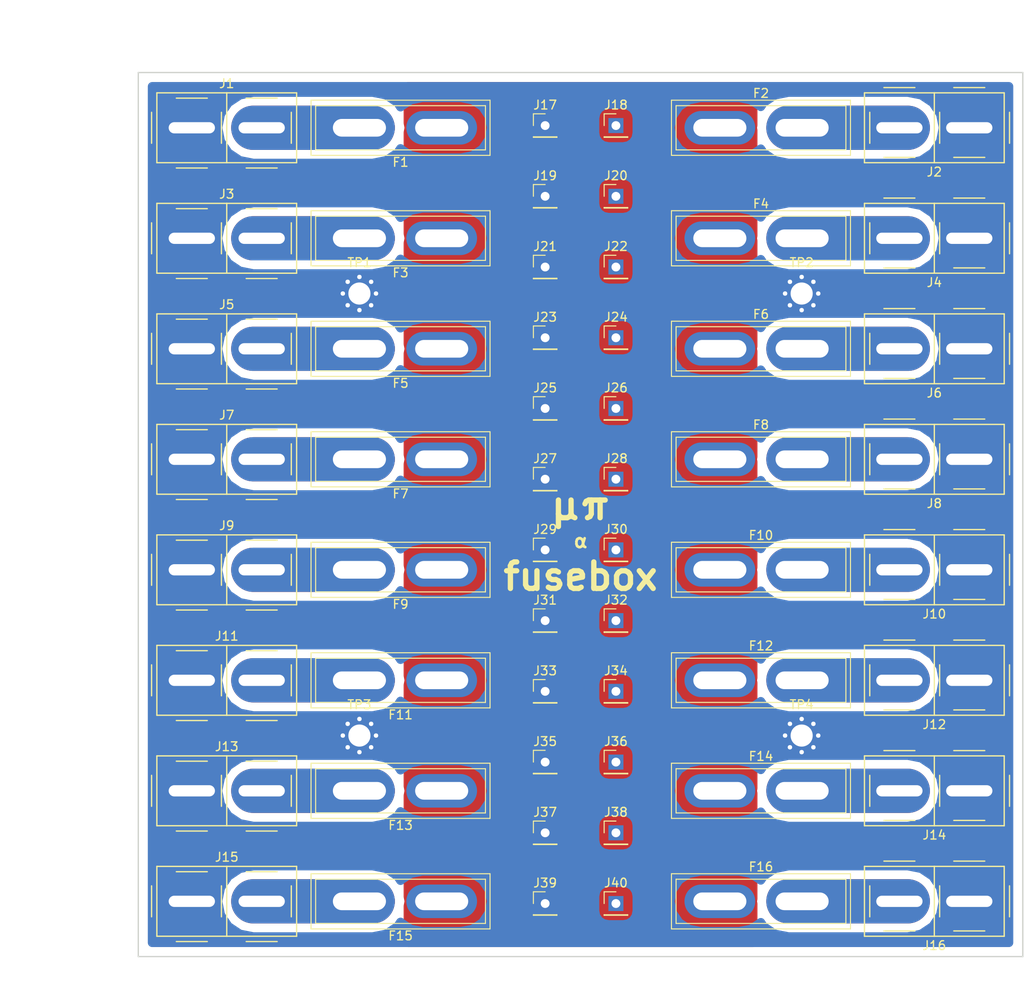
<source format=kicad_pcb>
(kicad_pcb (version 4) (host pcbnew 4.0.7)

  (general
    (links 106)
    (no_connects 0)
    (area 36.435716 42.3 150.075001 157.700001)
    (thickness 1.6)
    (drawings 12)
    (tracks 35)
    (zones 0)
    (modules 60)
    (nets 19)
  )

  (page A4)
  (layers
    (0 F.Cu signal)
    (31 B.Cu signal)
    (32 B.Adhes user)
    (33 F.Adhes user)
    (34 B.Paste user)
    (35 F.Paste user)
    (36 B.SilkS user)
    (37 F.SilkS user)
    (38 B.Mask user)
    (39 F.Mask user)
    (40 Dwgs.User user)
    (41 Cmts.User user)
    (42 Eco1.User user)
    (43 Eco2.User user)
    (44 Edge.Cuts user)
    (45 Margin user)
    (46 B.CrtYd user)
    (47 F.CrtYd user)
    (48 B.Fab user hide)
    (49 F.Fab user hide)
  )

  (setup
    (last_trace_width 0.25)
    (trace_clearance 0.2)
    (zone_clearance 1)
    (zone_45_only yes)
    (trace_min 0.1524)
    (segment_width 0.2)
    (edge_width 0.15)
    (via_size 0.6)
    (via_drill 0.3)
    (via_min_size 0.508)
    (via_min_drill 0.254)
    (uvia_size 0.3)
    (uvia_drill 0.1)
    (uvias_allowed no)
    (uvia_min_size 0.2)
    (uvia_min_drill 0.1)
    (pcb_text_width 0.3)
    (pcb_text_size 1.5 1.5)
    (mod_edge_width 0.15)
    (mod_text_size 1 1)
    (mod_text_width 0.15)
    (pad_size 1 3.2)
    (pad_drill 0)
    (pad_to_mask_clearance 0.2)
    (aux_axis_origin 0 0)
    (visible_elements FFFFFF7F)
    (pcbplotparams
      (layerselection 0x010f0_80000001)
      (usegerberextensions true)
      (excludeedgelayer true)
      (linewidth 0.100000)
      (plotframeref false)
      (viasonmask false)
      (mode 1)
      (useauxorigin false)
      (hpglpennumber 1)
      (hpglpenspeed 20)
      (hpglpendiameter 15)
      (hpglpenoverlay 2)
      (psnegative false)
      (psa4output false)
      (plotreference true)
      (plotvalue true)
      (plotinvisibletext false)
      (padsonsilk false)
      (subtractmaskfromsilk false)
      (outputformat 1)
      (mirror false)
      (drillshape 0)
      (scaleselection 1)
      (outputdirectory render/))
  )

  (net 0 "")
  (net 1 "Net-(F1-Pad2)")
  (net 2 "Net-(F2-Pad2)")
  (net 3 "Net-(F3-Pad2)")
  (net 4 "Net-(F4-Pad2)")
  (net 5 "Net-(F5-Pad2)")
  (net 6 "Net-(F6-Pad2)")
  (net 7 "Net-(F7-Pad2)")
  (net 8 "Net-(F8-Pad2)")
  (net 9 +VDC)
  (net 10 "Net-(F9-Pad2)")
  (net 11 "Net-(F10-Pad2)")
  (net 12 "Net-(F11-Pad2)")
  (net 13 "Net-(F12-Pad2)")
  (net 14 "Net-(F13-Pad2)")
  (net 15 "Net-(F14-Pad2)")
  (net 16 "Net-(F15-Pad2)")
  (net 17 "Net-(F16-Pad2)")
  (net 18 Earth)

  (net_class Default "This is the default net class."
    (clearance 0.2)
    (trace_width 0.25)
    (via_dia 0.6)
    (via_drill 0.3)
    (uvia_dia 0.3)
    (uvia_drill 0.1)
    (add_net +VDC)
    (add_net Earth)
  )

  (net_class Power ""
    (clearance 0.5)
    (trace_width 5)
    (via_dia 0.6)
    (via_drill 0.3)
    (uvia_dia 0.3)
    (uvia_drill 0.1)
    (add_net "Net-(F1-Pad2)")
    (add_net "Net-(F10-Pad2)")
    (add_net "Net-(F11-Pad2)")
    (add_net "Net-(F12-Pad2)")
    (add_net "Net-(F13-Pad2)")
    (add_net "Net-(F14-Pad2)")
    (add_net "Net-(F15-Pad2)")
    (add_net "Net-(F16-Pad2)")
    (add_net "Net-(F2-Pad2)")
    (add_net "Net-(F3-Pad2)")
    (add_net "Net-(F4-Pad2)")
    (add_net "Net-(F5-Pad2)")
    (add_net "Net-(F6-Pad2)")
    (add_net "Net-(F7-Pad2)")
    (add_net "Net-(F8-Pad2)")
    (add_net "Net-(F9-Pad2)")
  )

  (module Connectors_Anderson:45A-VERT-PAIR (layer F.Cu) (tedit 5AAA941A) (tstamp 5AA9352F)
    (at 10 6.25)
    (descr "Use through-hole center to align with adjacent PowerPole connectors.  Do not rely on housing outlines.")
    (tags "Anderson Powerpole 25A PCB right angle G2")
    (path /5AAB0902)
    (fp_text reference J1 (at 0 -5) (layer F.SilkS)
      (effects (font (size 1 1) (thickness 0.15)))
    )
    (fp_text value Amateur_DC (at 0 2) (layer F.SilkS) hide
      (effects (font (size 1 1) (thickness 0.15)))
    )
    (fp_line (start -7.9 -3.95) (end -7.9 3.95) (layer F.SilkS) (width 0.15))
    (fp_line (start -8.5 -1.75) (end -8.5 1.75) (layer F.SilkS) (width 0.15))
    (fp_line (start -7.9 -3.95) (end 0 -3.95) (layer F.SilkS) (width 0.15))
    (fp_line (start -5.7 -3.35) (end -2.2 -3.35) (layer F.SilkS) (width 0.15))
    (fp_line (start -7.9 3.95) (end 0 3.95) (layer F.SilkS) (width 0.15))
    (fp_line (start -5.7 4.55) (end -2.2 4.55) (layer F.SilkS) (width 0.15))
    (fp_line (start 0 -3.95) (end 7.9 -3.95) (layer F.SilkS) (width 0.15))
    (fp_line (start -0.6 -1.75) (end -0.6 1.75) (layer F.SilkS) (width 0.15))
    (fp_line (start 2.2 -3.35) (end 5.7 -3.35) (layer F.SilkS) (width 0.15))
    (fp_line (start 7.3 -1.75) (end 7.3 1.75) (layer F.SilkS) (width 0.15))
    (fp_line (start 7.9 -3.95) (end 7.9 3.95) (layer F.SilkS) (width 0.15))
    (fp_line (start 0 -3.95) (end 0 3.95) (layer F.SilkS) (width 0.15))
    (fp_line (start 0 3.95) (end 7.9 3.95) (layer F.SilkS) (width 0.15))
    (fp_line (start 2.2 4.55) (end 5.7 4.55) (layer F.SilkS) (width 0.15))
    (pad 2 thru_hole rect (at 3.95 0) (size 6.25 2.25) (drill oval 5.23 1.27) (layers *.Cu *.Mask)
      (net 1 "Net-(F1-Pad2)"))
    (pad 1 thru_hole rect (at -3.95 0) (size 6.25 2.25) (drill oval 5.23 1.27) (layers *.Cu *.Mask)
      (net 18 Earth))
    (model /home/imuli/μπ/footprints/Connectors_Anderson.pretty/45A-VERT-PAIR.wrl
      (at (xyz 0 0 0))
      (scale (xyz -0.3937 -0.3937 0.3937))
      (rotate (xyz 90 0 0))
    )
  )

  (module Fuse_Holders_and_Fuses:BladeFuse-CarType (layer F.Cu) (tedit 5880C67F) (tstamp 5AAB0D6B)
    (at 65.75 93.75)
    (descr "car blade fuse")
    (tags "car blade fuse")
    (path /5AAB1AE8)
    (fp_text reference F16 (at 4.65 -3.9) (layer F.SilkS)
      (effects (font (size 1 1) (thickness 0.15)))
    )
    (fp_text value Fuse (at 4.6 4) (layer F.Fab)
      (effects (font (size 1 1) (thickness 0.15)))
    )
    (fp_line (start 4.95 0) (end 4.35 0) (layer F.Fab) (width 0.1))
    (fp_line (start -5.35 -3) (end 14.65 -3) (layer F.Fab) (width 0.1))
    (fp_line (start 14.65 -3) (end 14.65 3) (layer F.Fab) (width 0.1))
    (fp_line (start 14.65 3) (end -5.35 3) (layer F.Fab) (width 0.1))
    (fp_line (start -5.35 3) (end -5.35 -3) (layer F.Fab) (width 0.1))
    (fp_line (start -4.95 -2.5) (end 14.25 -2.5) (layer F.SilkS) (width 0.12))
    (fp_line (start 14.25 -2.5) (end 14.25 2.5) (layer F.SilkS) (width 0.12))
    (fp_line (start 14.25 2.5) (end -4.95 2.5) (layer F.SilkS) (width 0.12))
    (fp_line (start -4.95 2.5) (end -4.95 -2.5) (layer F.SilkS) (width 0.12))
    (fp_line (start -5.6 -3.25) (end 14.9 -3.25) (layer F.CrtYd) (width 0.05))
    (fp_line (start -5.6 -3.25) (end -5.6 3.25) (layer F.CrtYd) (width 0.05))
    (fp_line (start 14.9 3.25) (end 14.9 -3.25) (layer F.CrtYd) (width 0.05))
    (fp_line (start 14.9 3.25) (end -5.6 3.25) (layer F.CrtYd) (width 0.05))
    (fp_line (start -5.47 -3.12) (end 14.77 -3.12) (layer F.SilkS) (width 0.12))
    (fp_line (start -5.47 -3.12) (end -5.47 3.12) (layer F.SilkS) (width 0.12))
    (fp_line (start 14.77 3.12) (end 14.77 -3.12) (layer F.SilkS) (width 0.12))
    (fp_line (start 14.77 3.12) (end -5.47 3.12) (layer F.SilkS) (width 0.12))
    (pad 1 thru_hole oval (at 0 0) (size 8 3.8) (drill oval 6 2) (layers *.Cu *.Mask)
      (net 9 +VDC))
    (pad 2 thru_hole oval (at 9.3 0) (size 8 3.8) (drill oval 6 2) (layers *.Cu *.Mask)
      (net 17 "Net-(F16-Pad2)"))
    (model Fuse_Holders_and_Fuses.3dshapes/BladeFuse-CarType.wrl
      (at (xyz 0.18 0 0))
      (scale (xyz 0.39 0.39 0.39))
      (rotate (xyz 0 0 0))
    )
  )

  (module Fuse_Holders_and_Fuses:BladeFuse-CarType (layer F.Cu) (tedit 5880C67F) (tstamp 5AAB0D54)
    (at 34.3 93.75 180)
    (descr "car blade fuse")
    (tags "car blade fuse")
    (path /5AAB1AD0)
    (fp_text reference F15 (at 4.65 -3.9 180) (layer F.SilkS)
      (effects (font (size 1 1) (thickness 0.15)))
    )
    (fp_text value Fuse (at 4.6 4 180) (layer F.Fab)
      (effects (font (size 1 1) (thickness 0.15)))
    )
    (fp_line (start 4.95 0) (end 4.35 0) (layer F.Fab) (width 0.1))
    (fp_line (start -5.35 -3) (end 14.65 -3) (layer F.Fab) (width 0.1))
    (fp_line (start 14.65 -3) (end 14.65 3) (layer F.Fab) (width 0.1))
    (fp_line (start 14.65 3) (end -5.35 3) (layer F.Fab) (width 0.1))
    (fp_line (start -5.35 3) (end -5.35 -3) (layer F.Fab) (width 0.1))
    (fp_line (start -4.95 -2.5) (end 14.25 -2.5) (layer F.SilkS) (width 0.12))
    (fp_line (start 14.25 -2.5) (end 14.25 2.5) (layer F.SilkS) (width 0.12))
    (fp_line (start 14.25 2.5) (end -4.95 2.5) (layer F.SilkS) (width 0.12))
    (fp_line (start -4.95 2.5) (end -4.95 -2.5) (layer F.SilkS) (width 0.12))
    (fp_line (start -5.6 -3.25) (end 14.9 -3.25) (layer F.CrtYd) (width 0.05))
    (fp_line (start -5.6 -3.25) (end -5.6 3.25) (layer F.CrtYd) (width 0.05))
    (fp_line (start 14.9 3.25) (end 14.9 -3.25) (layer F.CrtYd) (width 0.05))
    (fp_line (start 14.9 3.25) (end -5.6 3.25) (layer F.CrtYd) (width 0.05))
    (fp_line (start -5.47 -3.12) (end 14.77 -3.12) (layer F.SilkS) (width 0.12))
    (fp_line (start -5.47 -3.12) (end -5.47 3.12) (layer F.SilkS) (width 0.12))
    (fp_line (start 14.77 3.12) (end 14.77 -3.12) (layer F.SilkS) (width 0.12))
    (fp_line (start 14.77 3.12) (end -5.47 3.12) (layer F.SilkS) (width 0.12))
    (pad 1 thru_hole oval (at 0 0 180) (size 8 3.8) (drill oval 6 2) (layers *.Cu *.Mask)
      (net 9 +VDC))
    (pad 2 thru_hole oval (at 9.3 0 180) (size 8 3.8) (drill oval 6 2) (layers *.Cu *.Mask)
      (net 16 "Net-(F15-Pad2)"))
    (model Fuse_Holders_and_Fuses.3dshapes/BladeFuse-CarType.wrl
      (at (xyz 0.18 0 0))
      (scale (xyz 0.39 0.39 0.39))
      (rotate (xyz 0 0 0))
    )
  )

  (module Fuse_Holders_and_Fuses:BladeFuse-CarType (layer F.Cu) (tedit 5880C67F) (tstamp 5AAB0D3D)
    (at 65.75 81.25)
    (descr "car blade fuse")
    (tags "car blade fuse")
    (path /5AAB1AB8)
    (fp_text reference F14 (at 4.65 -3.9) (layer F.SilkS)
      (effects (font (size 1 1) (thickness 0.15)))
    )
    (fp_text value Fuse (at 4.6 4) (layer F.Fab)
      (effects (font (size 1 1) (thickness 0.15)))
    )
    (fp_line (start 4.95 0) (end 4.35 0) (layer F.Fab) (width 0.1))
    (fp_line (start -5.35 -3) (end 14.65 -3) (layer F.Fab) (width 0.1))
    (fp_line (start 14.65 -3) (end 14.65 3) (layer F.Fab) (width 0.1))
    (fp_line (start 14.65 3) (end -5.35 3) (layer F.Fab) (width 0.1))
    (fp_line (start -5.35 3) (end -5.35 -3) (layer F.Fab) (width 0.1))
    (fp_line (start -4.95 -2.5) (end 14.25 -2.5) (layer F.SilkS) (width 0.12))
    (fp_line (start 14.25 -2.5) (end 14.25 2.5) (layer F.SilkS) (width 0.12))
    (fp_line (start 14.25 2.5) (end -4.95 2.5) (layer F.SilkS) (width 0.12))
    (fp_line (start -4.95 2.5) (end -4.95 -2.5) (layer F.SilkS) (width 0.12))
    (fp_line (start -5.6 -3.25) (end 14.9 -3.25) (layer F.CrtYd) (width 0.05))
    (fp_line (start -5.6 -3.25) (end -5.6 3.25) (layer F.CrtYd) (width 0.05))
    (fp_line (start 14.9 3.25) (end 14.9 -3.25) (layer F.CrtYd) (width 0.05))
    (fp_line (start 14.9 3.25) (end -5.6 3.25) (layer F.CrtYd) (width 0.05))
    (fp_line (start -5.47 -3.12) (end 14.77 -3.12) (layer F.SilkS) (width 0.12))
    (fp_line (start -5.47 -3.12) (end -5.47 3.12) (layer F.SilkS) (width 0.12))
    (fp_line (start 14.77 3.12) (end 14.77 -3.12) (layer F.SilkS) (width 0.12))
    (fp_line (start 14.77 3.12) (end -5.47 3.12) (layer F.SilkS) (width 0.12))
    (pad 1 thru_hole oval (at 0 0) (size 8 3.8) (drill oval 6 2) (layers *.Cu *.Mask)
      (net 9 +VDC))
    (pad 2 thru_hole oval (at 9.3 0) (size 8 3.8) (drill oval 6 2) (layers *.Cu *.Mask)
      (net 15 "Net-(F14-Pad2)"))
    (model Fuse_Holders_and_Fuses.3dshapes/BladeFuse-CarType.wrl
      (at (xyz 0.18 0 0))
      (scale (xyz 0.39 0.39 0.39))
      (rotate (xyz 0 0 0))
    )
  )

  (module Fuse_Holders_and_Fuses:BladeFuse-CarType (layer F.Cu) (tedit 5880C67F) (tstamp 5AAB0D26)
    (at 34.3 81.25 180)
    (descr "car blade fuse")
    (tags "car blade fuse")
    (path /5AAB1AA0)
    (fp_text reference F13 (at 4.65 -3.9 180) (layer F.SilkS)
      (effects (font (size 1 1) (thickness 0.15)))
    )
    (fp_text value Fuse (at 4.6 4 180) (layer F.Fab)
      (effects (font (size 1 1) (thickness 0.15)))
    )
    (fp_line (start 4.95 0) (end 4.35 0) (layer F.Fab) (width 0.1))
    (fp_line (start -5.35 -3) (end 14.65 -3) (layer F.Fab) (width 0.1))
    (fp_line (start 14.65 -3) (end 14.65 3) (layer F.Fab) (width 0.1))
    (fp_line (start 14.65 3) (end -5.35 3) (layer F.Fab) (width 0.1))
    (fp_line (start -5.35 3) (end -5.35 -3) (layer F.Fab) (width 0.1))
    (fp_line (start -4.95 -2.5) (end 14.25 -2.5) (layer F.SilkS) (width 0.12))
    (fp_line (start 14.25 -2.5) (end 14.25 2.5) (layer F.SilkS) (width 0.12))
    (fp_line (start 14.25 2.5) (end -4.95 2.5) (layer F.SilkS) (width 0.12))
    (fp_line (start -4.95 2.5) (end -4.95 -2.5) (layer F.SilkS) (width 0.12))
    (fp_line (start -5.6 -3.25) (end 14.9 -3.25) (layer F.CrtYd) (width 0.05))
    (fp_line (start -5.6 -3.25) (end -5.6 3.25) (layer F.CrtYd) (width 0.05))
    (fp_line (start 14.9 3.25) (end 14.9 -3.25) (layer F.CrtYd) (width 0.05))
    (fp_line (start 14.9 3.25) (end -5.6 3.25) (layer F.CrtYd) (width 0.05))
    (fp_line (start -5.47 -3.12) (end 14.77 -3.12) (layer F.SilkS) (width 0.12))
    (fp_line (start -5.47 -3.12) (end -5.47 3.12) (layer F.SilkS) (width 0.12))
    (fp_line (start 14.77 3.12) (end 14.77 -3.12) (layer F.SilkS) (width 0.12))
    (fp_line (start 14.77 3.12) (end -5.47 3.12) (layer F.SilkS) (width 0.12))
    (pad 1 thru_hole oval (at 0 0 180) (size 8 3.8) (drill oval 6 2) (layers *.Cu *.Mask)
      (net 9 +VDC))
    (pad 2 thru_hole oval (at 9.3 0 180) (size 8 3.8) (drill oval 6 2) (layers *.Cu *.Mask)
      (net 14 "Net-(F13-Pad2)"))
    (model Fuse_Holders_and_Fuses.3dshapes/BladeFuse-CarType.wrl
      (at (xyz 0.18 0 0))
      (scale (xyz 0.39 0.39 0.39))
      (rotate (xyz 0 0 0))
    )
  )

  (module Fuse_Holders_and_Fuses:BladeFuse-CarType (layer F.Cu) (tedit 5880C67F) (tstamp 5AAB0D0F)
    (at 65.75 68.75)
    (descr "car blade fuse")
    (tags "car blade fuse")
    (path /5AAB1A88)
    (fp_text reference F12 (at 4.65 -3.9) (layer F.SilkS)
      (effects (font (size 1 1) (thickness 0.15)))
    )
    (fp_text value Fuse (at 4.6 4) (layer F.Fab)
      (effects (font (size 1 1) (thickness 0.15)))
    )
    (fp_line (start 4.95 0) (end 4.35 0) (layer F.Fab) (width 0.1))
    (fp_line (start -5.35 -3) (end 14.65 -3) (layer F.Fab) (width 0.1))
    (fp_line (start 14.65 -3) (end 14.65 3) (layer F.Fab) (width 0.1))
    (fp_line (start 14.65 3) (end -5.35 3) (layer F.Fab) (width 0.1))
    (fp_line (start -5.35 3) (end -5.35 -3) (layer F.Fab) (width 0.1))
    (fp_line (start -4.95 -2.5) (end 14.25 -2.5) (layer F.SilkS) (width 0.12))
    (fp_line (start 14.25 -2.5) (end 14.25 2.5) (layer F.SilkS) (width 0.12))
    (fp_line (start 14.25 2.5) (end -4.95 2.5) (layer F.SilkS) (width 0.12))
    (fp_line (start -4.95 2.5) (end -4.95 -2.5) (layer F.SilkS) (width 0.12))
    (fp_line (start -5.6 -3.25) (end 14.9 -3.25) (layer F.CrtYd) (width 0.05))
    (fp_line (start -5.6 -3.25) (end -5.6 3.25) (layer F.CrtYd) (width 0.05))
    (fp_line (start 14.9 3.25) (end 14.9 -3.25) (layer F.CrtYd) (width 0.05))
    (fp_line (start 14.9 3.25) (end -5.6 3.25) (layer F.CrtYd) (width 0.05))
    (fp_line (start -5.47 -3.12) (end 14.77 -3.12) (layer F.SilkS) (width 0.12))
    (fp_line (start -5.47 -3.12) (end -5.47 3.12) (layer F.SilkS) (width 0.12))
    (fp_line (start 14.77 3.12) (end 14.77 -3.12) (layer F.SilkS) (width 0.12))
    (fp_line (start 14.77 3.12) (end -5.47 3.12) (layer F.SilkS) (width 0.12))
    (pad 1 thru_hole oval (at 0 0) (size 8 3.8) (drill oval 6 2) (layers *.Cu *.Mask)
      (net 9 +VDC))
    (pad 2 thru_hole oval (at 9.3 0) (size 8 3.8) (drill oval 6 2) (layers *.Cu *.Mask)
      (net 13 "Net-(F12-Pad2)"))
    (model Fuse_Holders_and_Fuses.3dshapes/BladeFuse-CarType.wrl
      (at (xyz 0.18 0 0))
      (scale (xyz 0.39 0.39 0.39))
      (rotate (xyz 0 0 0))
    )
  )

  (module Fuse_Holders_and_Fuses:BladeFuse-CarType (layer F.Cu) (tedit 5880C67F) (tstamp 5AAB0CF8)
    (at 34.3 68.75 180)
    (descr "car blade fuse")
    (tags "car blade fuse")
    (path /5AAB1A70)
    (fp_text reference F11 (at 4.65 -3.9 180) (layer F.SilkS)
      (effects (font (size 1 1) (thickness 0.15)))
    )
    (fp_text value Fuse (at 4.6 4 180) (layer F.Fab)
      (effects (font (size 1 1) (thickness 0.15)))
    )
    (fp_line (start 4.95 0) (end 4.35 0) (layer F.Fab) (width 0.1))
    (fp_line (start -5.35 -3) (end 14.65 -3) (layer F.Fab) (width 0.1))
    (fp_line (start 14.65 -3) (end 14.65 3) (layer F.Fab) (width 0.1))
    (fp_line (start 14.65 3) (end -5.35 3) (layer F.Fab) (width 0.1))
    (fp_line (start -5.35 3) (end -5.35 -3) (layer F.Fab) (width 0.1))
    (fp_line (start -4.95 -2.5) (end 14.25 -2.5) (layer F.SilkS) (width 0.12))
    (fp_line (start 14.25 -2.5) (end 14.25 2.5) (layer F.SilkS) (width 0.12))
    (fp_line (start 14.25 2.5) (end -4.95 2.5) (layer F.SilkS) (width 0.12))
    (fp_line (start -4.95 2.5) (end -4.95 -2.5) (layer F.SilkS) (width 0.12))
    (fp_line (start -5.6 -3.25) (end 14.9 -3.25) (layer F.CrtYd) (width 0.05))
    (fp_line (start -5.6 -3.25) (end -5.6 3.25) (layer F.CrtYd) (width 0.05))
    (fp_line (start 14.9 3.25) (end 14.9 -3.25) (layer F.CrtYd) (width 0.05))
    (fp_line (start 14.9 3.25) (end -5.6 3.25) (layer F.CrtYd) (width 0.05))
    (fp_line (start -5.47 -3.12) (end 14.77 -3.12) (layer F.SilkS) (width 0.12))
    (fp_line (start -5.47 -3.12) (end -5.47 3.12) (layer F.SilkS) (width 0.12))
    (fp_line (start 14.77 3.12) (end 14.77 -3.12) (layer F.SilkS) (width 0.12))
    (fp_line (start 14.77 3.12) (end -5.47 3.12) (layer F.SilkS) (width 0.12))
    (pad 1 thru_hole oval (at 0 0 180) (size 8 3.8) (drill oval 6 2) (layers *.Cu *.Mask)
      (net 9 +VDC))
    (pad 2 thru_hole oval (at 9.3 0 180) (size 8 3.8) (drill oval 6 2) (layers *.Cu *.Mask)
      (net 12 "Net-(F11-Pad2)"))
    (model Fuse_Holders_and_Fuses.3dshapes/BladeFuse-CarType.wrl
      (at (xyz 0.18 0 0))
      (scale (xyz 0.39 0.39 0.39))
      (rotate (xyz 0 0 0))
    )
  )

  (module Fuse_Holders_and_Fuses:BladeFuse-CarType (layer F.Cu) (tedit 5880C67F) (tstamp 5AAB0CE1)
    (at 65.75 56.25)
    (descr "car blade fuse")
    (tags "car blade fuse")
    (path /5AAB1A58)
    (fp_text reference F10 (at 4.65 -3.9) (layer F.SilkS)
      (effects (font (size 1 1) (thickness 0.15)))
    )
    (fp_text value Fuse (at 4.6 4) (layer F.Fab)
      (effects (font (size 1 1) (thickness 0.15)))
    )
    (fp_line (start 4.95 0) (end 4.35 0) (layer F.Fab) (width 0.1))
    (fp_line (start -5.35 -3) (end 14.65 -3) (layer F.Fab) (width 0.1))
    (fp_line (start 14.65 -3) (end 14.65 3) (layer F.Fab) (width 0.1))
    (fp_line (start 14.65 3) (end -5.35 3) (layer F.Fab) (width 0.1))
    (fp_line (start -5.35 3) (end -5.35 -3) (layer F.Fab) (width 0.1))
    (fp_line (start -4.95 -2.5) (end 14.25 -2.5) (layer F.SilkS) (width 0.12))
    (fp_line (start 14.25 -2.5) (end 14.25 2.5) (layer F.SilkS) (width 0.12))
    (fp_line (start 14.25 2.5) (end -4.95 2.5) (layer F.SilkS) (width 0.12))
    (fp_line (start -4.95 2.5) (end -4.95 -2.5) (layer F.SilkS) (width 0.12))
    (fp_line (start -5.6 -3.25) (end 14.9 -3.25) (layer F.CrtYd) (width 0.05))
    (fp_line (start -5.6 -3.25) (end -5.6 3.25) (layer F.CrtYd) (width 0.05))
    (fp_line (start 14.9 3.25) (end 14.9 -3.25) (layer F.CrtYd) (width 0.05))
    (fp_line (start 14.9 3.25) (end -5.6 3.25) (layer F.CrtYd) (width 0.05))
    (fp_line (start -5.47 -3.12) (end 14.77 -3.12) (layer F.SilkS) (width 0.12))
    (fp_line (start -5.47 -3.12) (end -5.47 3.12) (layer F.SilkS) (width 0.12))
    (fp_line (start 14.77 3.12) (end 14.77 -3.12) (layer F.SilkS) (width 0.12))
    (fp_line (start 14.77 3.12) (end -5.47 3.12) (layer F.SilkS) (width 0.12))
    (pad 1 thru_hole oval (at 0 0) (size 8 3.8) (drill oval 6 2) (layers *.Cu *.Mask)
      (net 9 +VDC))
    (pad 2 thru_hole oval (at 9.3 0) (size 8 3.8) (drill oval 6 2) (layers *.Cu *.Mask)
      (net 11 "Net-(F10-Pad2)"))
    (model Fuse_Holders_and_Fuses.3dshapes/BladeFuse-CarType.wrl
      (at (xyz 0.18 0 0))
      (scale (xyz 0.39 0.39 0.39))
      (rotate (xyz 0 0 0))
    )
  )

  (module Fuse_Holders_and_Fuses:BladeFuse-CarType (layer F.Cu) (tedit 5880C67F) (tstamp 5AAB0CCA)
    (at 34.3 56.25 180)
    (descr "car blade fuse")
    (tags "car blade fuse")
    (path /5AAB1A40)
    (fp_text reference F9 (at 4.65 -3.9 180) (layer F.SilkS)
      (effects (font (size 1 1) (thickness 0.15)))
    )
    (fp_text value Fuse (at 4.6 4 180) (layer F.Fab)
      (effects (font (size 1 1) (thickness 0.15)))
    )
    (fp_line (start 4.95 0) (end 4.35 0) (layer F.Fab) (width 0.1))
    (fp_line (start -5.35 -3) (end 14.65 -3) (layer F.Fab) (width 0.1))
    (fp_line (start 14.65 -3) (end 14.65 3) (layer F.Fab) (width 0.1))
    (fp_line (start 14.65 3) (end -5.35 3) (layer F.Fab) (width 0.1))
    (fp_line (start -5.35 3) (end -5.35 -3) (layer F.Fab) (width 0.1))
    (fp_line (start -4.95 -2.5) (end 14.25 -2.5) (layer F.SilkS) (width 0.12))
    (fp_line (start 14.25 -2.5) (end 14.25 2.5) (layer F.SilkS) (width 0.12))
    (fp_line (start 14.25 2.5) (end -4.95 2.5) (layer F.SilkS) (width 0.12))
    (fp_line (start -4.95 2.5) (end -4.95 -2.5) (layer F.SilkS) (width 0.12))
    (fp_line (start -5.6 -3.25) (end 14.9 -3.25) (layer F.CrtYd) (width 0.05))
    (fp_line (start -5.6 -3.25) (end -5.6 3.25) (layer F.CrtYd) (width 0.05))
    (fp_line (start 14.9 3.25) (end 14.9 -3.25) (layer F.CrtYd) (width 0.05))
    (fp_line (start 14.9 3.25) (end -5.6 3.25) (layer F.CrtYd) (width 0.05))
    (fp_line (start -5.47 -3.12) (end 14.77 -3.12) (layer F.SilkS) (width 0.12))
    (fp_line (start -5.47 -3.12) (end -5.47 3.12) (layer F.SilkS) (width 0.12))
    (fp_line (start 14.77 3.12) (end 14.77 -3.12) (layer F.SilkS) (width 0.12))
    (fp_line (start 14.77 3.12) (end -5.47 3.12) (layer F.SilkS) (width 0.12))
    (pad 1 thru_hole oval (at 0 0 180) (size 8 3.8) (drill oval 6 2) (layers *.Cu *.Mask)
      (net 9 +VDC))
    (pad 2 thru_hole oval (at 9.3 0 180) (size 8 3.8) (drill oval 6 2) (layers *.Cu *.Mask)
      (net 10 "Net-(F9-Pad2)"))
    (model Fuse_Holders_and_Fuses.3dshapes/BladeFuse-CarType.wrl
      (at (xyz 0.18 0 0))
      (scale (xyz 0.39 0.39 0.39))
      (rotate (xyz 0 0 0))
    )
  )

  (module Fuse_Holders_and_Fuses:BladeFuse-CarType (layer F.Cu) (tedit 5880C67F) (tstamp 5AA93513)
    (at 65.75 43.75)
    (descr "car blade fuse")
    (tags "car blade fuse")
    (path /5AAB0DF0)
    (fp_text reference F8 (at 4.65 -3.9) (layer F.SilkS)
      (effects (font (size 1 1) (thickness 0.15)))
    )
    (fp_text value Fuse (at 4.6 4) (layer F.Fab)
      (effects (font (size 1 1) (thickness 0.15)))
    )
    (fp_line (start 4.95 0) (end 4.35 0) (layer F.Fab) (width 0.1))
    (fp_line (start -5.35 -3) (end 14.65 -3) (layer F.Fab) (width 0.1))
    (fp_line (start 14.65 -3) (end 14.65 3) (layer F.Fab) (width 0.1))
    (fp_line (start 14.65 3) (end -5.35 3) (layer F.Fab) (width 0.1))
    (fp_line (start -5.35 3) (end -5.35 -3) (layer F.Fab) (width 0.1))
    (fp_line (start -4.95 -2.5) (end 14.25 -2.5) (layer F.SilkS) (width 0.12))
    (fp_line (start 14.25 -2.5) (end 14.25 2.5) (layer F.SilkS) (width 0.12))
    (fp_line (start 14.25 2.5) (end -4.95 2.5) (layer F.SilkS) (width 0.12))
    (fp_line (start -4.95 2.5) (end -4.95 -2.5) (layer F.SilkS) (width 0.12))
    (fp_line (start -5.6 -3.25) (end 14.9 -3.25) (layer F.CrtYd) (width 0.05))
    (fp_line (start -5.6 -3.25) (end -5.6 3.25) (layer F.CrtYd) (width 0.05))
    (fp_line (start 14.9 3.25) (end 14.9 -3.25) (layer F.CrtYd) (width 0.05))
    (fp_line (start 14.9 3.25) (end -5.6 3.25) (layer F.CrtYd) (width 0.05))
    (fp_line (start -5.47 -3.12) (end 14.77 -3.12) (layer F.SilkS) (width 0.12))
    (fp_line (start -5.47 -3.12) (end -5.47 3.12) (layer F.SilkS) (width 0.12))
    (fp_line (start 14.77 3.12) (end 14.77 -3.12) (layer F.SilkS) (width 0.12))
    (fp_line (start 14.77 3.12) (end -5.47 3.12) (layer F.SilkS) (width 0.12))
    (pad 1 thru_hole oval (at 0 0) (size 8 3.8) (drill oval 6 2) (layers *.Cu *.Mask)
      (net 9 +VDC))
    (pad 2 thru_hole oval (at 9.3 0) (size 8 3.8) (drill oval 6 2) (layers *.Cu *.Mask)
      (net 8 "Net-(F8-Pad2)"))
    (model Fuse_Holders_and_Fuses.3dshapes/BladeFuse-CarType.wrl
      (at (xyz 0.18 0 0))
      (scale (xyz 0.39 0.39 0.39))
      (rotate (xyz 0 0 0))
    )
  )

  (module Fuse_Holders_and_Fuses:BladeFuse-CarType (layer F.Cu) (tedit 5880C67F) (tstamp 5AA9350D)
    (at 34.3 43.75 180)
    (descr "car blade fuse")
    (tags "car blade fuse")
    (path /5AAB0DD8)
    (fp_text reference F7 (at 4.65 -3.9 180) (layer F.SilkS)
      (effects (font (size 1 1) (thickness 0.15)))
    )
    (fp_text value Fuse (at 4.6 4 180) (layer F.Fab)
      (effects (font (size 1 1) (thickness 0.15)))
    )
    (fp_line (start 4.95 0) (end 4.35 0) (layer F.Fab) (width 0.1))
    (fp_line (start -5.35 -3) (end 14.65 -3) (layer F.Fab) (width 0.1))
    (fp_line (start 14.65 -3) (end 14.65 3) (layer F.Fab) (width 0.1))
    (fp_line (start 14.65 3) (end -5.35 3) (layer F.Fab) (width 0.1))
    (fp_line (start -5.35 3) (end -5.35 -3) (layer F.Fab) (width 0.1))
    (fp_line (start -4.95 -2.5) (end 14.25 -2.5) (layer F.SilkS) (width 0.12))
    (fp_line (start 14.25 -2.5) (end 14.25 2.5) (layer F.SilkS) (width 0.12))
    (fp_line (start 14.25 2.5) (end -4.95 2.5) (layer F.SilkS) (width 0.12))
    (fp_line (start -4.95 2.5) (end -4.95 -2.5) (layer F.SilkS) (width 0.12))
    (fp_line (start -5.6 -3.25) (end 14.9 -3.25) (layer F.CrtYd) (width 0.05))
    (fp_line (start -5.6 -3.25) (end -5.6 3.25) (layer F.CrtYd) (width 0.05))
    (fp_line (start 14.9 3.25) (end 14.9 -3.25) (layer F.CrtYd) (width 0.05))
    (fp_line (start 14.9 3.25) (end -5.6 3.25) (layer F.CrtYd) (width 0.05))
    (fp_line (start -5.47 -3.12) (end 14.77 -3.12) (layer F.SilkS) (width 0.12))
    (fp_line (start -5.47 -3.12) (end -5.47 3.12) (layer F.SilkS) (width 0.12))
    (fp_line (start 14.77 3.12) (end 14.77 -3.12) (layer F.SilkS) (width 0.12))
    (fp_line (start 14.77 3.12) (end -5.47 3.12) (layer F.SilkS) (width 0.12))
    (pad 1 thru_hole oval (at 0 0 180) (size 8 3.8) (drill oval 6 2) (layers *.Cu *.Mask)
      (net 9 +VDC))
    (pad 2 thru_hole oval (at 9.3 0 180) (size 8 3.8) (drill oval 6 2) (layers *.Cu *.Mask)
      (net 7 "Net-(F7-Pad2)"))
    (model Fuse_Holders_and_Fuses.3dshapes/BladeFuse-CarType.wrl
      (at (xyz 0.18 0 0))
      (scale (xyz 0.39 0.39 0.39))
      (rotate (xyz 0 0 0))
    )
  )

  (module Fuse_Holders_and_Fuses:BladeFuse-CarType (layer F.Cu) (tedit 5880C67F) (tstamp 5AA93507)
    (at 65.75 31.25)
    (descr "car blade fuse")
    (tags "car blade fuse")
    (path /5AAB0DC0)
    (fp_text reference F6 (at 4.65 -3.9) (layer F.SilkS)
      (effects (font (size 1 1) (thickness 0.15)))
    )
    (fp_text value Fuse (at 4.6 4) (layer F.Fab)
      (effects (font (size 1 1) (thickness 0.15)))
    )
    (fp_line (start 4.95 0) (end 4.35 0) (layer F.Fab) (width 0.1))
    (fp_line (start -5.35 -3) (end 14.65 -3) (layer F.Fab) (width 0.1))
    (fp_line (start 14.65 -3) (end 14.65 3) (layer F.Fab) (width 0.1))
    (fp_line (start 14.65 3) (end -5.35 3) (layer F.Fab) (width 0.1))
    (fp_line (start -5.35 3) (end -5.35 -3) (layer F.Fab) (width 0.1))
    (fp_line (start -4.95 -2.5) (end 14.25 -2.5) (layer F.SilkS) (width 0.12))
    (fp_line (start 14.25 -2.5) (end 14.25 2.5) (layer F.SilkS) (width 0.12))
    (fp_line (start 14.25 2.5) (end -4.95 2.5) (layer F.SilkS) (width 0.12))
    (fp_line (start -4.95 2.5) (end -4.95 -2.5) (layer F.SilkS) (width 0.12))
    (fp_line (start -5.6 -3.25) (end 14.9 -3.25) (layer F.CrtYd) (width 0.05))
    (fp_line (start -5.6 -3.25) (end -5.6 3.25) (layer F.CrtYd) (width 0.05))
    (fp_line (start 14.9 3.25) (end 14.9 -3.25) (layer F.CrtYd) (width 0.05))
    (fp_line (start 14.9 3.25) (end -5.6 3.25) (layer F.CrtYd) (width 0.05))
    (fp_line (start -5.47 -3.12) (end 14.77 -3.12) (layer F.SilkS) (width 0.12))
    (fp_line (start -5.47 -3.12) (end -5.47 3.12) (layer F.SilkS) (width 0.12))
    (fp_line (start 14.77 3.12) (end 14.77 -3.12) (layer F.SilkS) (width 0.12))
    (fp_line (start 14.77 3.12) (end -5.47 3.12) (layer F.SilkS) (width 0.12))
    (pad 1 thru_hole oval (at 0 0) (size 8 3.8) (drill oval 6 2) (layers *.Cu *.Mask)
      (net 9 +VDC))
    (pad 2 thru_hole oval (at 9.3 0) (size 8 3.8) (drill oval 6 2) (layers *.Cu *.Mask)
      (net 6 "Net-(F6-Pad2)"))
    (model Fuse_Holders_and_Fuses.3dshapes/BladeFuse-CarType.wrl
      (at (xyz 0.18 0 0))
      (scale (xyz 0.39 0.39 0.39))
      (rotate (xyz 0 0 0))
    )
  )

  (module Fuse_Holders_and_Fuses:BladeFuse-CarType (layer F.Cu) (tedit 5880C67F) (tstamp 5AA93501)
    (at 34.3 31.25 180)
    (descr "car blade fuse")
    (tags "car blade fuse")
    (path /5AAB0DA8)
    (fp_text reference F5 (at 4.65 -3.9 180) (layer F.SilkS)
      (effects (font (size 1 1) (thickness 0.15)))
    )
    (fp_text value Fuse (at 4.6 4 180) (layer F.Fab)
      (effects (font (size 1 1) (thickness 0.15)))
    )
    (fp_line (start 4.95 0) (end 4.35 0) (layer F.Fab) (width 0.1))
    (fp_line (start -5.35 -3) (end 14.65 -3) (layer F.Fab) (width 0.1))
    (fp_line (start 14.65 -3) (end 14.65 3) (layer F.Fab) (width 0.1))
    (fp_line (start 14.65 3) (end -5.35 3) (layer F.Fab) (width 0.1))
    (fp_line (start -5.35 3) (end -5.35 -3) (layer F.Fab) (width 0.1))
    (fp_line (start -4.95 -2.5) (end 14.25 -2.5) (layer F.SilkS) (width 0.12))
    (fp_line (start 14.25 -2.5) (end 14.25 2.5) (layer F.SilkS) (width 0.12))
    (fp_line (start 14.25 2.5) (end -4.95 2.5) (layer F.SilkS) (width 0.12))
    (fp_line (start -4.95 2.5) (end -4.95 -2.5) (layer F.SilkS) (width 0.12))
    (fp_line (start -5.6 -3.25) (end 14.9 -3.25) (layer F.CrtYd) (width 0.05))
    (fp_line (start -5.6 -3.25) (end -5.6 3.25) (layer F.CrtYd) (width 0.05))
    (fp_line (start 14.9 3.25) (end 14.9 -3.25) (layer F.CrtYd) (width 0.05))
    (fp_line (start 14.9 3.25) (end -5.6 3.25) (layer F.CrtYd) (width 0.05))
    (fp_line (start -5.47 -3.12) (end 14.77 -3.12) (layer F.SilkS) (width 0.12))
    (fp_line (start -5.47 -3.12) (end -5.47 3.12) (layer F.SilkS) (width 0.12))
    (fp_line (start 14.77 3.12) (end 14.77 -3.12) (layer F.SilkS) (width 0.12))
    (fp_line (start 14.77 3.12) (end -5.47 3.12) (layer F.SilkS) (width 0.12))
    (pad 1 thru_hole oval (at 0 0 180) (size 8 3.8) (drill oval 6 2) (layers *.Cu *.Mask)
      (net 9 +VDC))
    (pad 2 thru_hole oval (at 9.3 0 180) (size 8 3.8) (drill oval 6 2) (layers *.Cu *.Mask)
      (net 5 "Net-(F5-Pad2)"))
    (model Fuse_Holders_and_Fuses.3dshapes/BladeFuse-CarType.wrl
      (at (xyz 0.18 0 0))
      (scale (xyz 0.39 0.39 0.39))
      (rotate (xyz 0 0 0))
    )
  )

  (module Fuse_Holders_and_Fuses:BladeFuse-CarType (layer F.Cu) (tedit 5880C67F) (tstamp 5AA934FB)
    (at 65.75 18.75)
    (descr "car blade fuse")
    (tags "car blade fuse")
    (path /5AAB0B48)
    (fp_text reference F4 (at 4.65 -3.9) (layer F.SilkS)
      (effects (font (size 1 1) (thickness 0.15)))
    )
    (fp_text value Fuse (at 4.6 4) (layer F.Fab)
      (effects (font (size 1 1) (thickness 0.15)))
    )
    (fp_line (start 4.95 0) (end 4.35 0) (layer F.Fab) (width 0.1))
    (fp_line (start -5.35 -3) (end 14.65 -3) (layer F.Fab) (width 0.1))
    (fp_line (start 14.65 -3) (end 14.65 3) (layer F.Fab) (width 0.1))
    (fp_line (start 14.65 3) (end -5.35 3) (layer F.Fab) (width 0.1))
    (fp_line (start -5.35 3) (end -5.35 -3) (layer F.Fab) (width 0.1))
    (fp_line (start -4.95 -2.5) (end 14.25 -2.5) (layer F.SilkS) (width 0.12))
    (fp_line (start 14.25 -2.5) (end 14.25 2.5) (layer F.SilkS) (width 0.12))
    (fp_line (start 14.25 2.5) (end -4.95 2.5) (layer F.SilkS) (width 0.12))
    (fp_line (start -4.95 2.5) (end -4.95 -2.5) (layer F.SilkS) (width 0.12))
    (fp_line (start -5.6 -3.25) (end 14.9 -3.25) (layer F.CrtYd) (width 0.05))
    (fp_line (start -5.6 -3.25) (end -5.6 3.25) (layer F.CrtYd) (width 0.05))
    (fp_line (start 14.9 3.25) (end 14.9 -3.25) (layer F.CrtYd) (width 0.05))
    (fp_line (start 14.9 3.25) (end -5.6 3.25) (layer F.CrtYd) (width 0.05))
    (fp_line (start -5.47 -3.12) (end 14.77 -3.12) (layer F.SilkS) (width 0.12))
    (fp_line (start -5.47 -3.12) (end -5.47 3.12) (layer F.SilkS) (width 0.12))
    (fp_line (start 14.77 3.12) (end 14.77 -3.12) (layer F.SilkS) (width 0.12))
    (fp_line (start 14.77 3.12) (end -5.47 3.12) (layer F.SilkS) (width 0.12))
    (pad 1 thru_hole oval (at 0 0) (size 8 3.8) (drill oval 6 2) (layers *.Cu *.Mask)
      (net 9 +VDC))
    (pad 2 thru_hole oval (at 9.3 0) (size 8 3.8) (drill oval 6 2) (layers *.Cu *.Mask)
      (net 4 "Net-(F4-Pad2)"))
    (model Fuse_Holders_and_Fuses.3dshapes/BladeFuse-CarType.wrl
      (at (xyz 0.18 0 0))
      (scale (xyz 0.39 0.39 0.39))
      (rotate (xyz 0 0 0))
    )
  )

  (module Fuse_Holders_and_Fuses:BladeFuse-CarType (layer F.Cu) (tedit 5880C67F) (tstamp 5AA934F5)
    (at 34.3 18.75 180)
    (descr "car blade fuse")
    (tags "car blade fuse")
    (path /5AAB0B30)
    (fp_text reference F3 (at 4.65 -3.9 180) (layer F.SilkS)
      (effects (font (size 1 1) (thickness 0.15)))
    )
    (fp_text value Fuse (at 4.6 4 180) (layer F.Fab)
      (effects (font (size 1 1) (thickness 0.15)))
    )
    (fp_line (start 4.95 0) (end 4.35 0) (layer F.Fab) (width 0.1))
    (fp_line (start -5.35 -3) (end 14.65 -3) (layer F.Fab) (width 0.1))
    (fp_line (start 14.65 -3) (end 14.65 3) (layer F.Fab) (width 0.1))
    (fp_line (start 14.65 3) (end -5.35 3) (layer F.Fab) (width 0.1))
    (fp_line (start -5.35 3) (end -5.35 -3) (layer F.Fab) (width 0.1))
    (fp_line (start -4.95 -2.5) (end 14.25 -2.5) (layer F.SilkS) (width 0.12))
    (fp_line (start 14.25 -2.5) (end 14.25 2.5) (layer F.SilkS) (width 0.12))
    (fp_line (start 14.25 2.5) (end -4.95 2.5) (layer F.SilkS) (width 0.12))
    (fp_line (start -4.95 2.5) (end -4.95 -2.5) (layer F.SilkS) (width 0.12))
    (fp_line (start -5.6 -3.25) (end 14.9 -3.25) (layer F.CrtYd) (width 0.05))
    (fp_line (start -5.6 -3.25) (end -5.6 3.25) (layer F.CrtYd) (width 0.05))
    (fp_line (start 14.9 3.25) (end 14.9 -3.25) (layer F.CrtYd) (width 0.05))
    (fp_line (start 14.9 3.25) (end -5.6 3.25) (layer F.CrtYd) (width 0.05))
    (fp_line (start -5.47 -3.12) (end 14.77 -3.12) (layer F.SilkS) (width 0.12))
    (fp_line (start -5.47 -3.12) (end -5.47 3.12) (layer F.SilkS) (width 0.12))
    (fp_line (start 14.77 3.12) (end 14.77 -3.12) (layer F.SilkS) (width 0.12))
    (fp_line (start 14.77 3.12) (end -5.47 3.12) (layer F.SilkS) (width 0.12))
    (pad 1 thru_hole oval (at 0 0 180) (size 8 3.8) (drill oval 6 2) (layers *.Cu *.Mask)
      (net 9 +VDC))
    (pad 2 thru_hole oval (at 9.3 0 180) (size 8 3.8) (drill oval 6 2) (layers *.Cu *.Mask)
      (net 3 "Net-(F3-Pad2)"))
    (model Fuse_Holders_and_Fuses.3dshapes/BladeFuse-CarType.wrl
      (at (xyz 0.18 0 0))
      (scale (xyz 0.39 0.39 0.39))
      (rotate (xyz 0 0 0))
    )
  )

  (module Fuse_Holders_and_Fuses:BladeFuse-CarType (layer F.Cu) (tedit 5880C67F) (tstamp 5AA934EF)
    (at 65.75 6.25)
    (descr "car blade fuse")
    (tags "car blade fuse")
    (path /5AAB0A44)
    (fp_text reference F2 (at 4.65 -3.9) (layer F.SilkS)
      (effects (font (size 1 1) (thickness 0.15)))
    )
    (fp_text value Fuse (at 4.6 4) (layer F.Fab)
      (effects (font (size 1 1) (thickness 0.15)))
    )
    (fp_line (start 4.95 0) (end 4.35 0) (layer F.Fab) (width 0.1))
    (fp_line (start -5.35 -3) (end 14.65 -3) (layer F.Fab) (width 0.1))
    (fp_line (start 14.65 -3) (end 14.65 3) (layer F.Fab) (width 0.1))
    (fp_line (start 14.65 3) (end -5.35 3) (layer F.Fab) (width 0.1))
    (fp_line (start -5.35 3) (end -5.35 -3) (layer F.Fab) (width 0.1))
    (fp_line (start -4.95 -2.5) (end 14.25 -2.5) (layer F.SilkS) (width 0.12))
    (fp_line (start 14.25 -2.5) (end 14.25 2.5) (layer F.SilkS) (width 0.12))
    (fp_line (start 14.25 2.5) (end -4.95 2.5) (layer F.SilkS) (width 0.12))
    (fp_line (start -4.95 2.5) (end -4.95 -2.5) (layer F.SilkS) (width 0.12))
    (fp_line (start -5.6 -3.25) (end 14.9 -3.25) (layer F.CrtYd) (width 0.05))
    (fp_line (start -5.6 -3.25) (end -5.6 3.25) (layer F.CrtYd) (width 0.05))
    (fp_line (start 14.9 3.25) (end 14.9 -3.25) (layer F.CrtYd) (width 0.05))
    (fp_line (start 14.9 3.25) (end -5.6 3.25) (layer F.CrtYd) (width 0.05))
    (fp_line (start -5.47 -3.12) (end 14.77 -3.12) (layer F.SilkS) (width 0.12))
    (fp_line (start -5.47 -3.12) (end -5.47 3.12) (layer F.SilkS) (width 0.12))
    (fp_line (start 14.77 3.12) (end 14.77 -3.12) (layer F.SilkS) (width 0.12))
    (fp_line (start 14.77 3.12) (end -5.47 3.12) (layer F.SilkS) (width 0.12))
    (pad 1 thru_hole oval (at 0 0) (size 8 3.8) (drill oval 6 2) (layers *.Cu *.Mask)
      (net 9 +VDC))
    (pad 2 thru_hole oval (at 9.3 0) (size 8 3.8) (drill oval 6 2) (layers *.Cu *.Mask)
      (net 2 "Net-(F2-Pad2)"))
    (model Fuse_Holders_and_Fuses.3dshapes/BladeFuse-CarType.wrl
      (at (xyz 0.18 0 0))
      (scale (xyz 0.39 0.39 0.39))
      (rotate (xyz 0 0 0))
    )
  )

  (module Fuse_Holders_and_Fuses:BladeFuse-CarType (layer F.Cu) (tedit 5880C67F) (tstamp 5AA934E9)
    (at 34.3 6.25 180)
    (descr "car blade fuse")
    (tags "car blade fuse")
    (path /5AA9A7A5)
    (fp_text reference F1 (at 4.65 -3.9 180) (layer F.SilkS)
      (effects (font (size 1 1) (thickness 0.15)))
    )
    (fp_text value Fuse (at 4.6 4 180) (layer F.Fab)
      (effects (font (size 1 1) (thickness 0.15)))
    )
    (fp_line (start 4.95 0) (end 4.35 0) (layer F.Fab) (width 0.1))
    (fp_line (start -5.35 -3) (end 14.65 -3) (layer F.Fab) (width 0.1))
    (fp_line (start 14.65 -3) (end 14.65 3) (layer F.Fab) (width 0.1))
    (fp_line (start 14.65 3) (end -5.35 3) (layer F.Fab) (width 0.1))
    (fp_line (start -5.35 3) (end -5.35 -3) (layer F.Fab) (width 0.1))
    (fp_line (start -4.95 -2.5) (end 14.25 -2.5) (layer F.SilkS) (width 0.12))
    (fp_line (start 14.25 -2.5) (end 14.25 2.5) (layer F.SilkS) (width 0.12))
    (fp_line (start 14.25 2.5) (end -4.95 2.5) (layer F.SilkS) (width 0.12))
    (fp_line (start -4.95 2.5) (end -4.95 -2.5) (layer F.SilkS) (width 0.12))
    (fp_line (start -5.6 -3.25) (end 14.9 -3.25) (layer F.CrtYd) (width 0.05))
    (fp_line (start -5.6 -3.25) (end -5.6 3.25) (layer F.CrtYd) (width 0.05))
    (fp_line (start 14.9 3.25) (end 14.9 -3.25) (layer F.CrtYd) (width 0.05))
    (fp_line (start 14.9 3.25) (end -5.6 3.25) (layer F.CrtYd) (width 0.05))
    (fp_line (start -5.47 -3.12) (end 14.77 -3.12) (layer F.SilkS) (width 0.12))
    (fp_line (start -5.47 -3.12) (end -5.47 3.12) (layer F.SilkS) (width 0.12))
    (fp_line (start 14.77 3.12) (end 14.77 -3.12) (layer F.SilkS) (width 0.12))
    (fp_line (start 14.77 3.12) (end -5.47 3.12) (layer F.SilkS) (width 0.12))
    (pad 1 thru_hole oval (at 0 0 180) (size 8 3.8) (drill oval 6 2) (layers *.Cu *.Mask)
      (net 9 +VDC))
    (pad 2 thru_hole oval (at 9.3 0 180) (size 8 3.8) (drill oval 6 2) (layers *.Cu *.Mask)
      (net 1 "Net-(F1-Pad2)"))
    (model Fuse_Holders_and_Fuses.3dshapes/BladeFuse-CarType.wrl
      (at (xyz 0.18 0 0))
      (scale (xyz 0.39 0.39 0.39))
      (rotate (xyz 0 0 0))
    )
  )

  (module Connectors_Anderson:45A-VERT-PAIR (layer F.Cu) (tedit 5AAA941A) (tstamp 5AAB0E0B)
    (at 90 93.75 180)
    (descr "Use through-hole center to align with adjacent PowerPole connectors.  Do not rely on housing outlines.")
    (tags "Anderson Powerpole 25A PCB right angle G2")
    (path /5AAB1AFA)
    (fp_text reference J16 (at 0 -5 180) (layer F.SilkS)
      (effects (font (size 1 1) (thickness 0.15)))
    )
    (fp_text value Amateur_DC (at 0 2 180) (layer F.SilkS) hide
      (effects (font (size 1 1) (thickness 0.15)))
    )
    (fp_line (start -7.9 -3.95) (end -7.9 3.95) (layer F.SilkS) (width 0.15))
    (fp_line (start -8.5 -1.75) (end -8.5 1.75) (layer F.SilkS) (width 0.15))
    (fp_line (start -7.9 -3.95) (end 0 -3.95) (layer F.SilkS) (width 0.15))
    (fp_line (start -5.7 -3.35) (end -2.2 -3.35) (layer F.SilkS) (width 0.15))
    (fp_line (start -7.9 3.95) (end 0 3.95) (layer F.SilkS) (width 0.15))
    (fp_line (start -5.7 4.55) (end -2.2 4.55) (layer F.SilkS) (width 0.15))
    (fp_line (start 0 -3.95) (end 7.9 -3.95) (layer F.SilkS) (width 0.15))
    (fp_line (start -0.6 -1.75) (end -0.6 1.75) (layer F.SilkS) (width 0.15))
    (fp_line (start 2.2 -3.35) (end 5.7 -3.35) (layer F.SilkS) (width 0.15))
    (fp_line (start 7.3 -1.75) (end 7.3 1.75) (layer F.SilkS) (width 0.15))
    (fp_line (start 7.9 -3.95) (end 7.9 3.95) (layer F.SilkS) (width 0.15))
    (fp_line (start 0 -3.95) (end 0 3.95) (layer F.SilkS) (width 0.15))
    (fp_line (start 0 3.95) (end 7.9 3.95) (layer F.SilkS) (width 0.15))
    (fp_line (start 2.2 4.55) (end 5.7 4.55) (layer F.SilkS) (width 0.15))
    (pad 2 thru_hole rect (at 3.95 0 180) (size 6.25 2.25) (drill oval 5.23 1.27) (layers *.Cu *.Mask)
      (net 17 "Net-(F16-Pad2)"))
    (pad 1 thru_hole rect (at -3.95 0 180) (size 6.25 2.25) (drill oval 5.23 1.27) (layers *.Cu *.Mask)
      (net 18 Earth))
    (model /home/imuli/μπ/footprints/Connectors_Anderson.pretty/45A-VERT-PAIR.wrl
      (at (xyz 0 0 0))
      (scale (xyz -0.3937 -0.3937 0.3937))
      (rotate (xyz 90 0 0))
    )
  )

  (module Connectors_Anderson:45A-VERT-PAIR (layer F.Cu) (tedit 5AAA941A) (tstamp 5AAB0DF7)
    (at 10 93.75)
    (descr "Use through-hole center to align with adjacent PowerPole connectors.  Do not rely on housing outlines.")
    (tags "Anderson Powerpole 25A PCB right angle G2")
    (path /5AAB1AE2)
    (fp_text reference J15 (at 0 -5) (layer F.SilkS)
      (effects (font (size 1 1) (thickness 0.15)))
    )
    (fp_text value Amateur_DC (at 0 2) (layer F.SilkS) hide
      (effects (font (size 1 1) (thickness 0.15)))
    )
    (fp_line (start -7.9 -3.95) (end -7.9 3.95) (layer F.SilkS) (width 0.15))
    (fp_line (start -8.5 -1.75) (end -8.5 1.75) (layer F.SilkS) (width 0.15))
    (fp_line (start -7.9 -3.95) (end 0 -3.95) (layer F.SilkS) (width 0.15))
    (fp_line (start -5.7 -3.35) (end -2.2 -3.35) (layer F.SilkS) (width 0.15))
    (fp_line (start -7.9 3.95) (end 0 3.95) (layer F.SilkS) (width 0.15))
    (fp_line (start -5.7 4.55) (end -2.2 4.55) (layer F.SilkS) (width 0.15))
    (fp_line (start 0 -3.95) (end 7.9 -3.95) (layer F.SilkS) (width 0.15))
    (fp_line (start -0.6 -1.75) (end -0.6 1.75) (layer F.SilkS) (width 0.15))
    (fp_line (start 2.2 -3.35) (end 5.7 -3.35) (layer F.SilkS) (width 0.15))
    (fp_line (start 7.3 -1.75) (end 7.3 1.75) (layer F.SilkS) (width 0.15))
    (fp_line (start 7.9 -3.95) (end 7.9 3.95) (layer F.SilkS) (width 0.15))
    (fp_line (start 0 -3.95) (end 0 3.95) (layer F.SilkS) (width 0.15))
    (fp_line (start 0 3.95) (end 7.9 3.95) (layer F.SilkS) (width 0.15))
    (fp_line (start 2.2 4.55) (end 5.7 4.55) (layer F.SilkS) (width 0.15))
    (pad 2 thru_hole rect (at 3.95 0) (size 6.25 2.25) (drill oval 5.23 1.27) (layers *.Cu *.Mask)
      (net 16 "Net-(F15-Pad2)"))
    (pad 1 thru_hole rect (at -3.95 0) (size 6.25 2.25) (drill oval 5.23 1.27) (layers *.Cu *.Mask)
      (net 18 Earth))
    (model /home/imuli/μπ/footprints/Connectors_Anderson.pretty/45A-VERT-PAIR.wrl
      (at (xyz 0 0 0))
      (scale (xyz -0.3937 -0.3937 0.3937))
      (rotate (xyz 90 0 0))
    )
  )

  (module Connectors_Anderson:45A-VERT-PAIR (layer F.Cu) (tedit 5AAA941A) (tstamp 5AAB0DE3)
    (at 90 81.25 180)
    (descr "Use through-hole center to align with adjacent PowerPole connectors.  Do not rely on housing outlines.")
    (tags "Anderson Powerpole 25A PCB right angle G2")
    (path /5AAB1ACA)
    (fp_text reference J14 (at 0 -5 180) (layer F.SilkS)
      (effects (font (size 1 1) (thickness 0.15)))
    )
    (fp_text value Amateur_DC (at 0 2 180) (layer F.SilkS) hide
      (effects (font (size 1 1) (thickness 0.15)))
    )
    (fp_line (start -7.9 -3.95) (end -7.9 3.95) (layer F.SilkS) (width 0.15))
    (fp_line (start -8.5 -1.75) (end -8.5 1.75) (layer F.SilkS) (width 0.15))
    (fp_line (start -7.9 -3.95) (end 0 -3.95) (layer F.SilkS) (width 0.15))
    (fp_line (start -5.7 -3.35) (end -2.2 -3.35) (layer F.SilkS) (width 0.15))
    (fp_line (start -7.9 3.95) (end 0 3.95) (layer F.SilkS) (width 0.15))
    (fp_line (start -5.7 4.55) (end -2.2 4.55) (layer F.SilkS) (width 0.15))
    (fp_line (start 0 -3.95) (end 7.9 -3.95) (layer F.SilkS) (width 0.15))
    (fp_line (start -0.6 -1.75) (end -0.6 1.75) (layer F.SilkS) (width 0.15))
    (fp_line (start 2.2 -3.35) (end 5.7 -3.35) (layer F.SilkS) (width 0.15))
    (fp_line (start 7.3 -1.75) (end 7.3 1.75) (layer F.SilkS) (width 0.15))
    (fp_line (start 7.9 -3.95) (end 7.9 3.95) (layer F.SilkS) (width 0.15))
    (fp_line (start 0 -3.95) (end 0 3.95) (layer F.SilkS) (width 0.15))
    (fp_line (start 0 3.95) (end 7.9 3.95) (layer F.SilkS) (width 0.15))
    (fp_line (start 2.2 4.55) (end 5.7 4.55) (layer F.SilkS) (width 0.15))
    (pad 2 thru_hole rect (at 3.95 0 180) (size 6.25 2.25) (drill oval 5.23 1.27) (layers *.Cu *.Mask)
      (net 15 "Net-(F14-Pad2)"))
    (pad 1 thru_hole rect (at -3.95 0 180) (size 6.25 2.25) (drill oval 5.23 1.27) (layers *.Cu *.Mask)
      (net 18 Earth))
    (model /home/imuli/μπ/footprints/Connectors_Anderson.pretty/45A-VERT-PAIR.wrl
      (at (xyz 0 0 0))
      (scale (xyz -0.3937 -0.3937 0.3937))
      (rotate (xyz 90 0 0))
    )
  )

  (module Connectors_Anderson:45A-VERT-PAIR (layer F.Cu) (tedit 5AAA941A) (tstamp 5AAB0DCF)
    (at 10 81.25)
    (descr "Use through-hole center to align with adjacent PowerPole connectors.  Do not rely on housing outlines.")
    (tags "Anderson Powerpole 25A PCB right angle G2")
    (path /5AAB1AB2)
    (fp_text reference J13 (at 0 -5) (layer F.SilkS)
      (effects (font (size 1 1) (thickness 0.15)))
    )
    (fp_text value Amateur_DC (at 0 2) (layer F.SilkS) hide
      (effects (font (size 1 1) (thickness 0.15)))
    )
    (fp_line (start -7.9 -3.95) (end -7.9 3.95) (layer F.SilkS) (width 0.15))
    (fp_line (start -8.5 -1.75) (end -8.5 1.75) (layer F.SilkS) (width 0.15))
    (fp_line (start -7.9 -3.95) (end 0 -3.95) (layer F.SilkS) (width 0.15))
    (fp_line (start -5.7 -3.35) (end -2.2 -3.35) (layer F.SilkS) (width 0.15))
    (fp_line (start -7.9 3.95) (end 0 3.95) (layer F.SilkS) (width 0.15))
    (fp_line (start -5.7 4.55) (end -2.2 4.55) (layer F.SilkS) (width 0.15))
    (fp_line (start 0 -3.95) (end 7.9 -3.95) (layer F.SilkS) (width 0.15))
    (fp_line (start -0.6 -1.75) (end -0.6 1.75) (layer F.SilkS) (width 0.15))
    (fp_line (start 2.2 -3.35) (end 5.7 -3.35) (layer F.SilkS) (width 0.15))
    (fp_line (start 7.3 -1.75) (end 7.3 1.75) (layer F.SilkS) (width 0.15))
    (fp_line (start 7.9 -3.95) (end 7.9 3.95) (layer F.SilkS) (width 0.15))
    (fp_line (start 0 -3.95) (end 0 3.95) (layer F.SilkS) (width 0.15))
    (fp_line (start 0 3.95) (end 7.9 3.95) (layer F.SilkS) (width 0.15))
    (fp_line (start 2.2 4.55) (end 5.7 4.55) (layer F.SilkS) (width 0.15))
    (pad 2 thru_hole rect (at 3.95 0) (size 6.25 2.25) (drill oval 5.23 1.27) (layers *.Cu *.Mask)
      (net 14 "Net-(F13-Pad2)"))
    (pad 1 thru_hole rect (at -3.95 0) (size 6.25 2.25) (drill oval 5.23 1.27) (layers *.Cu *.Mask)
      (net 18 Earth))
    (model /home/imuli/μπ/footprints/Connectors_Anderson.pretty/45A-VERT-PAIR.wrl
      (at (xyz 0 0 0))
      (scale (xyz -0.3937 -0.3937 0.3937))
      (rotate (xyz 90 0 0))
    )
  )

  (module Connectors_Anderson:45A-VERT-PAIR (layer F.Cu) (tedit 5AAA941A) (tstamp 5AAB0DBB)
    (at 90 68.75 180)
    (descr "Use through-hole center to align with adjacent PowerPole connectors.  Do not rely on housing outlines.")
    (tags "Anderson Powerpole 25A PCB right angle G2")
    (path /5AAB1A9A)
    (fp_text reference J12 (at 0 -5 180) (layer F.SilkS)
      (effects (font (size 1 1) (thickness 0.15)))
    )
    (fp_text value Amateur_DC (at 0 2 180) (layer F.SilkS) hide
      (effects (font (size 1 1) (thickness 0.15)))
    )
    (fp_line (start -7.9 -3.95) (end -7.9 3.95) (layer F.SilkS) (width 0.15))
    (fp_line (start -8.5 -1.75) (end -8.5 1.75) (layer F.SilkS) (width 0.15))
    (fp_line (start -7.9 -3.95) (end 0 -3.95) (layer F.SilkS) (width 0.15))
    (fp_line (start -5.7 -3.35) (end -2.2 -3.35) (layer F.SilkS) (width 0.15))
    (fp_line (start -7.9 3.95) (end 0 3.95) (layer F.SilkS) (width 0.15))
    (fp_line (start -5.7 4.55) (end -2.2 4.55) (layer F.SilkS) (width 0.15))
    (fp_line (start 0 -3.95) (end 7.9 -3.95) (layer F.SilkS) (width 0.15))
    (fp_line (start -0.6 -1.75) (end -0.6 1.75) (layer F.SilkS) (width 0.15))
    (fp_line (start 2.2 -3.35) (end 5.7 -3.35) (layer F.SilkS) (width 0.15))
    (fp_line (start 7.3 -1.75) (end 7.3 1.75) (layer F.SilkS) (width 0.15))
    (fp_line (start 7.9 -3.95) (end 7.9 3.95) (layer F.SilkS) (width 0.15))
    (fp_line (start 0 -3.95) (end 0 3.95) (layer F.SilkS) (width 0.15))
    (fp_line (start 0 3.95) (end 7.9 3.95) (layer F.SilkS) (width 0.15))
    (fp_line (start 2.2 4.55) (end 5.7 4.55) (layer F.SilkS) (width 0.15))
    (pad 2 thru_hole rect (at 3.95 0 180) (size 6.25 2.25) (drill oval 5.23 1.27) (layers *.Cu *.Mask)
      (net 13 "Net-(F12-Pad2)"))
    (pad 1 thru_hole rect (at -3.95 0 180) (size 6.25 2.25) (drill oval 5.23 1.27) (layers *.Cu *.Mask)
      (net 18 Earth))
    (model /home/imuli/μπ/footprints/Connectors_Anderson.pretty/45A-VERT-PAIR.wrl
      (at (xyz 0 0 0))
      (scale (xyz -0.3937 -0.3937 0.3937))
      (rotate (xyz 90 0 0))
    )
  )

  (module Connectors_Anderson:45A-VERT-PAIR (layer F.Cu) (tedit 5AAA941A) (tstamp 5AAB0DA7)
    (at 10 68.75)
    (descr "Use through-hole center to align with adjacent PowerPole connectors.  Do not rely on housing outlines.")
    (tags "Anderson Powerpole 25A PCB right angle G2")
    (path /5AAB1A82)
    (fp_text reference J11 (at 0 -5) (layer F.SilkS)
      (effects (font (size 1 1) (thickness 0.15)))
    )
    (fp_text value Amateur_DC (at 0 2) (layer F.SilkS) hide
      (effects (font (size 1 1) (thickness 0.15)))
    )
    (fp_line (start -7.9 -3.95) (end -7.9 3.95) (layer F.SilkS) (width 0.15))
    (fp_line (start -8.5 -1.75) (end -8.5 1.75) (layer F.SilkS) (width 0.15))
    (fp_line (start -7.9 -3.95) (end 0 -3.95) (layer F.SilkS) (width 0.15))
    (fp_line (start -5.7 -3.35) (end -2.2 -3.35) (layer F.SilkS) (width 0.15))
    (fp_line (start -7.9 3.95) (end 0 3.95) (layer F.SilkS) (width 0.15))
    (fp_line (start -5.7 4.55) (end -2.2 4.55) (layer F.SilkS) (width 0.15))
    (fp_line (start 0 -3.95) (end 7.9 -3.95) (layer F.SilkS) (width 0.15))
    (fp_line (start -0.6 -1.75) (end -0.6 1.75) (layer F.SilkS) (width 0.15))
    (fp_line (start 2.2 -3.35) (end 5.7 -3.35) (layer F.SilkS) (width 0.15))
    (fp_line (start 7.3 -1.75) (end 7.3 1.75) (layer F.SilkS) (width 0.15))
    (fp_line (start 7.9 -3.95) (end 7.9 3.95) (layer F.SilkS) (width 0.15))
    (fp_line (start 0 -3.95) (end 0 3.95) (layer F.SilkS) (width 0.15))
    (fp_line (start 0 3.95) (end 7.9 3.95) (layer F.SilkS) (width 0.15))
    (fp_line (start 2.2 4.55) (end 5.7 4.55) (layer F.SilkS) (width 0.15))
    (pad 2 thru_hole rect (at 3.95 0) (size 6.25 2.25) (drill oval 5.23 1.27) (layers *.Cu *.Mask)
      (net 12 "Net-(F11-Pad2)"))
    (pad 1 thru_hole rect (at -3.95 0) (size 6.25 2.25) (drill oval 5.23 1.27) (layers *.Cu *.Mask)
      (net 18 Earth))
    (model /home/imuli/μπ/footprints/Connectors_Anderson.pretty/45A-VERT-PAIR.wrl
      (at (xyz 0 0 0))
      (scale (xyz -0.3937 -0.3937 0.3937))
      (rotate (xyz 90 0 0))
    )
  )

  (module Connectors_Anderson:45A-VERT-PAIR (layer F.Cu) (tedit 5AAA941A) (tstamp 5AAB0D93)
    (at 90 56.25 180)
    (descr "Use through-hole center to align with adjacent PowerPole connectors.  Do not rely on housing outlines.")
    (tags "Anderson Powerpole 25A PCB right angle G2")
    (path /5AAB1A6A)
    (fp_text reference J10 (at 0 -5 180) (layer F.SilkS)
      (effects (font (size 1 1) (thickness 0.15)))
    )
    (fp_text value Amateur_DC (at 0 2 180) (layer F.SilkS) hide
      (effects (font (size 1 1) (thickness 0.15)))
    )
    (fp_line (start -7.9 -3.95) (end -7.9 3.95) (layer F.SilkS) (width 0.15))
    (fp_line (start -8.5 -1.75) (end -8.5 1.75) (layer F.SilkS) (width 0.15))
    (fp_line (start -7.9 -3.95) (end 0 -3.95) (layer F.SilkS) (width 0.15))
    (fp_line (start -5.7 -3.35) (end -2.2 -3.35) (layer F.SilkS) (width 0.15))
    (fp_line (start -7.9 3.95) (end 0 3.95) (layer F.SilkS) (width 0.15))
    (fp_line (start -5.7 4.55) (end -2.2 4.55) (layer F.SilkS) (width 0.15))
    (fp_line (start 0 -3.95) (end 7.9 -3.95) (layer F.SilkS) (width 0.15))
    (fp_line (start -0.6 -1.75) (end -0.6 1.75) (layer F.SilkS) (width 0.15))
    (fp_line (start 2.2 -3.35) (end 5.7 -3.35) (layer F.SilkS) (width 0.15))
    (fp_line (start 7.3 -1.75) (end 7.3 1.75) (layer F.SilkS) (width 0.15))
    (fp_line (start 7.9 -3.95) (end 7.9 3.95) (layer F.SilkS) (width 0.15))
    (fp_line (start 0 -3.95) (end 0 3.95) (layer F.SilkS) (width 0.15))
    (fp_line (start 0 3.95) (end 7.9 3.95) (layer F.SilkS) (width 0.15))
    (fp_line (start 2.2 4.55) (end 5.7 4.55) (layer F.SilkS) (width 0.15))
    (pad 2 thru_hole rect (at 3.95 0 180) (size 6.25 2.25) (drill oval 5.23 1.27) (layers *.Cu *.Mask)
      (net 11 "Net-(F10-Pad2)"))
    (pad 1 thru_hole rect (at -3.95 0 180) (size 6.25 2.25) (drill oval 5.23 1.27) (layers *.Cu *.Mask)
      (net 18 Earth))
    (model /home/imuli/μπ/footprints/Connectors_Anderson.pretty/45A-VERT-PAIR.wrl
      (at (xyz 0 0 0))
      (scale (xyz -0.3937 -0.3937 0.3937))
      (rotate (xyz 90 0 0))
    )
  )

  (module Connectors_Anderson:45A-VERT-PAIR (layer F.Cu) (tedit 5AAA941A) (tstamp 5AAB0D7F)
    (at 10 56.25)
    (descr "Use through-hole center to align with adjacent PowerPole connectors.  Do not rely on housing outlines.")
    (tags "Anderson Powerpole 25A PCB right angle G2")
    (path /5AAB1A52)
    (fp_text reference J9 (at 0 -5) (layer F.SilkS)
      (effects (font (size 1 1) (thickness 0.15)))
    )
    (fp_text value Amateur_DC (at 0 2) (layer F.SilkS) hide
      (effects (font (size 1 1) (thickness 0.15)))
    )
    (fp_line (start -7.9 -3.95) (end -7.9 3.95) (layer F.SilkS) (width 0.15))
    (fp_line (start -8.5 -1.75) (end -8.5 1.75) (layer F.SilkS) (width 0.15))
    (fp_line (start -7.9 -3.95) (end 0 -3.95) (layer F.SilkS) (width 0.15))
    (fp_line (start -5.7 -3.35) (end -2.2 -3.35) (layer F.SilkS) (width 0.15))
    (fp_line (start -7.9 3.95) (end 0 3.95) (layer F.SilkS) (width 0.15))
    (fp_line (start -5.7 4.55) (end -2.2 4.55) (layer F.SilkS) (width 0.15))
    (fp_line (start 0 -3.95) (end 7.9 -3.95) (layer F.SilkS) (width 0.15))
    (fp_line (start -0.6 -1.75) (end -0.6 1.75) (layer F.SilkS) (width 0.15))
    (fp_line (start 2.2 -3.35) (end 5.7 -3.35) (layer F.SilkS) (width 0.15))
    (fp_line (start 7.3 -1.75) (end 7.3 1.75) (layer F.SilkS) (width 0.15))
    (fp_line (start 7.9 -3.95) (end 7.9 3.95) (layer F.SilkS) (width 0.15))
    (fp_line (start 0 -3.95) (end 0 3.95) (layer F.SilkS) (width 0.15))
    (fp_line (start 0 3.95) (end 7.9 3.95) (layer F.SilkS) (width 0.15))
    (fp_line (start 2.2 4.55) (end 5.7 4.55) (layer F.SilkS) (width 0.15))
    (pad 2 thru_hole rect (at 3.95 0) (size 6.25 2.25) (drill oval 5.23 1.27) (layers *.Cu *.Mask)
      (net 10 "Net-(F9-Pad2)"))
    (pad 1 thru_hole rect (at -3.95 0) (size 6.25 2.25) (drill oval 5.23 1.27) (layers *.Cu *.Mask)
      (net 18 Earth))
    (model /home/imuli/μπ/footprints/Connectors_Anderson.pretty/45A-VERT-PAIR.wrl
      (at (xyz 0 0 0))
      (scale (xyz -0.3937 -0.3937 0.3937))
      (rotate (xyz 90 0 0))
    )
  )

  (module Connectors_Anderson:45A-VERT-PAIR (layer F.Cu) (tedit 5AAA941A) (tstamp 5AA9354B)
    (at 90 6.25 180)
    (descr "Use through-hole center to align with adjacent PowerPole connectors.  Do not rely on housing outlines.")
    (tags "Anderson Powerpole 25A PCB right angle G2")
    (path /5AAB0A56)
    (fp_text reference J2 (at 0 -5 180) (layer F.SilkS)
      (effects (font (size 1 1) (thickness 0.15)))
    )
    (fp_text value Amateur_DC (at 0 2 180) (layer F.SilkS) hide
      (effects (font (size 1 1) (thickness 0.15)))
    )
    (fp_line (start -7.9 -3.95) (end -7.9 3.95) (layer F.SilkS) (width 0.15))
    (fp_line (start -8.5 -1.75) (end -8.5 1.75) (layer F.SilkS) (width 0.15))
    (fp_line (start -7.9 -3.95) (end 0 -3.95) (layer F.SilkS) (width 0.15))
    (fp_line (start -5.7 -3.35) (end -2.2 -3.35) (layer F.SilkS) (width 0.15))
    (fp_line (start -7.9 3.95) (end 0 3.95) (layer F.SilkS) (width 0.15))
    (fp_line (start -5.7 4.55) (end -2.2 4.55) (layer F.SilkS) (width 0.15))
    (fp_line (start 0 -3.95) (end 7.9 -3.95) (layer F.SilkS) (width 0.15))
    (fp_line (start -0.6 -1.75) (end -0.6 1.75) (layer F.SilkS) (width 0.15))
    (fp_line (start 2.2 -3.35) (end 5.7 -3.35) (layer F.SilkS) (width 0.15))
    (fp_line (start 7.3 -1.75) (end 7.3 1.75) (layer F.SilkS) (width 0.15))
    (fp_line (start 7.9 -3.95) (end 7.9 3.95) (layer F.SilkS) (width 0.15))
    (fp_line (start 0 -3.95) (end 0 3.95) (layer F.SilkS) (width 0.15))
    (fp_line (start 0 3.95) (end 7.9 3.95) (layer F.SilkS) (width 0.15))
    (fp_line (start 2.2 4.55) (end 5.7 4.55) (layer F.SilkS) (width 0.15))
    (pad 2 thru_hole rect (at 3.95 0 180) (size 6.25 2.25) (drill oval 5.23 1.27) (layers *.Cu *.Mask)
      (net 2 "Net-(F2-Pad2)"))
    (pad 1 thru_hole rect (at -3.95 0 180) (size 6.25 2.25) (drill oval 5.23 1.27) (layers *.Cu *.Mask)
      (net 18 Earth))
    (model /home/imuli/μπ/footprints/Connectors_Anderson.pretty/45A-VERT-PAIR.wrl
      (at (xyz 0 0 0))
      (scale (xyz -0.3937 -0.3937 0.3937))
      (rotate (xyz 90 0 0))
    )
  )

  (module Connectors_Anderson:45A-VERT-PAIR (layer F.Cu) (tedit 5AAA941A) (tstamp 5AA93567)
    (at 10 18.75)
    (descr "Use through-hole center to align with adjacent PowerPole connectors.  Do not rely on housing outlines.")
    (tags "Anderson Powerpole 25A PCB right angle G2")
    (path /5AAB0B42)
    (fp_text reference J3 (at 0 -5) (layer F.SilkS)
      (effects (font (size 1 1) (thickness 0.15)))
    )
    (fp_text value Amateur_DC (at 0 2) (layer F.SilkS) hide
      (effects (font (size 1 1) (thickness 0.15)))
    )
    (fp_line (start -7.9 -3.95) (end -7.9 3.95) (layer F.SilkS) (width 0.15))
    (fp_line (start -8.5 -1.75) (end -8.5 1.75) (layer F.SilkS) (width 0.15))
    (fp_line (start -7.9 -3.95) (end 0 -3.95) (layer F.SilkS) (width 0.15))
    (fp_line (start -5.7 -3.35) (end -2.2 -3.35) (layer F.SilkS) (width 0.15))
    (fp_line (start -7.9 3.95) (end 0 3.95) (layer F.SilkS) (width 0.15))
    (fp_line (start -5.7 4.55) (end -2.2 4.55) (layer F.SilkS) (width 0.15))
    (fp_line (start 0 -3.95) (end 7.9 -3.95) (layer F.SilkS) (width 0.15))
    (fp_line (start -0.6 -1.75) (end -0.6 1.75) (layer F.SilkS) (width 0.15))
    (fp_line (start 2.2 -3.35) (end 5.7 -3.35) (layer F.SilkS) (width 0.15))
    (fp_line (start 7.3 -1.75) (end 7.3 1.75) (layer F.SilkS) (width 0.15))
    (fp_line (start 7.9 -3.95) (end 7.9 3.95) (layer F.SilkS) (width 0.15))
    (fp_line (start 0 -3.95) (end 0 3.95) (layer F.SilkS) (width 0.15))
    (fp_line (start 0 3.95) (end 7.9 3.95) (layer F.SilkS) (width 0.15))
    (fp_line (start 2.2 4.55) (end 5.7 4.55) (layer F.SilkS) (width 0.15))
    (pad 2 thru_hole rect (at 3.95 0) (size 6.25 2.25) (drill oval 5.23 1.27) (layers *.Cu *.Mask)
      (net 3 "Net-(F3-Pad2)"))
    (pad 1 thru_hole rect (at -3.95 0) (size 6.25 2.25) (drill oval 5.23 1.27) (layers *.Cu *.Mask)
      (net 18 Earth))
    (model /home/imuli/μπ/footprints/Connectors_Anderson.pretty/45A-VERT-PAIR.wrl
      (at (xyz 0 0 0))
      (scale (xyz -0.3937 -0.3937 0.3937))
      (rotate (xyz 90 0 0))
    )
  )

  (module Connectors_Anderson:45A-VERT-PAIR (layer F.Cu) (tedit 5AAA941A) (tstamp 5AA93583)
    (at 90 18.75 180)
    (descr "Use through-hole center to align with adjacent PowerPole connectors.  Do not rely on housing outlines.")
    (tags "Anderson Powerpole 25A PCB right angle G2")
    (path /5AAB0B5A)
    (fp_text reference J4 (at 0 -5 180) (layer F.SilkS)
      (effects (font (size 1 1) (thickness 0.15)))
    )
    (fp_text value Amateur_DC (at 0 2 180) (layer F.SilkS) hide
      (effects (font (size 1 1) (thickness 0.15)))
    )
    (fp_line (start -7.9 -3.95) (end -7.9 3.95) (layer F.SilkS) (width 0.15))
    (fp_line (start -8.5 -1.75) (end -8.5 1.75) (layer F.SilkS) (width 0.15))
    (fp_line (start -7.9 -3.95) (end 0 -3.95) (layer F.SilkS) (width 0.15))
    (fp_line (start -5.7 -3.35) (end -2.2 -3.35) (layer F.SilkS) (width 0.15))
    (fp_line (start -7.9 3.95) (end 0 3.95) (layer F.SilkS) (width 0.15))
    (fp_line (start -5.7 4.55) (end -2.2 4.55) (layer F.SilkS) (width 0.15))
    (fp_line (start 0 -3.95) (end 7.9 -3.95) (layer F.SilkS) (width 0.15))
    (fp_line (start -0.6 -1.75) (end -0.6 1.75) (layer F.SilkS) (width 0.15))
    (fp_line (start 2.2 -3.35) (end 5.7 -3.35) (layer F.SilkS) (width 0.15))
    (fp_line (start 7.3 -1.75) (end 7.3 1.75) (layer F.SilkS) (width 0.15))
    (fp_line (start 7.9 -3.95) (end 7.9 3.95) (layer F.SilkS) (width 0.15))
    (fp_line (start 0 -3.95) (end 0 3.95) (layer F.SilkS) (width 0.15))
    (fp_line (start 0 3.95) (end 7.9 3.95) (layer F.SilkS) (width 0.15))
    (fp_line (start 2.2 4.55) (end 5.7 4.55) (layer F.SilkS) (width 0.15))
    (pad 2 thru_hole rect (at 3.95 0 180) (size 6.25 2.25) (drill oval 5.23 1.27) (layers *.Cu *.Mask)
      (net 4 "Net-(F4-Pad2)"))
    (pad 1 thru_hole rect (at -3.95 0 180) (size 6.25 2.25) (drill oval 5.23 1.27) (layers *.Cu *.Mask)
      (net 18 Earth))
    (model /home/imuli/μπ/footprints/Connectors_Anderson.pretty/45A-VERT-PAIR.wrl
      (at (xyz 0 0 0))
      (scale (xyz -0.3937 -0.3937 0.3937))
      (rotate (xyz 90 0 0))
    )
  )

  (module Connectors_Anderson:45A-VERT-PAIR (layer F.Cu) (tedit 5AAA941A) (tstamp 5AA9359F)
    (at 10 31.25)
    (descr "Use through-hole center to align with adjacent PowerPole connectors.  Do not rely on housing outlines.")
    (tags "Anderson Powerpole 25A PCB right angle G2")
    (path /5AAB0DBA)
    (fp_text reference J5 (at 0 -5) (layer F.SilkS)
      (effects (font (size 1 1) (thickness 0.15)))
    )
    (fp_text value Amateur_DC (at 0 2) (layer F.SilkS) hide
      (effects (font (size 1 1) (thickness 0.15)))
    )
    (fp_line (start -7.9 -3.95) (end -7.9 3.95) (layer F.SilkS) (width 0.15))
    (fp_line (start -8.5 -1.75) (end -8.5 1.75) (layer F.SilkS) (width 0.15))
    (fp_line (start -7.9 -3.95) (end 0 -3.95) (layer F.SilkS) (width 0.15))
    (fp_line (start -5.7 -3.35) (end -2.2 -3.35) (layer F.SilkS) (width 0.15))
    (fp_line (start -7.9 3.95) (end 0 3.95) (layer F.SilkS) (width 0.15))
    (fp_line (start -5.7 4.55) (end -2.2 4.55) (layer F.SilkS) (width 0.15))
    (fp_line (start 0 -3.95) (end 7.9 -3.95) (layer F.SilkS) (width 0.15))
    (fp_line (start -0.6 -1.75) (end -0.6 1.75) (layer F.SilkS) (width 0.15))
    (fp_line (start 2.2 -3.35) (end 5.7 -3.35) (layer F.SilkS) (width 0.15))
    (fp_line (start 7.3 -1.75) (end 7.3 1.75) (layer F.SilkS) (width 0.15))
    (fp_line (start 7.9 -3.95) (end 7.9 3.95) (layer F.SilkS) (width 0.15))
    (fp_line (start 0 -3.95) (end 0 3.95) (layer F.SilkS) (width 0.15))
    (fp_line (start 0 3.95) (end 7.9 3.95) (layer F.SilkS) (width 0.15))
    (fp_line (start 2.2 4.55) (end 5.7 4.55) (layer F.SilkS) (width 0.15))
    (pad 2 thru_hole rect (at 3.95 0) (size 6.25 2.25) (drill oval 5.23 1.27) (layers *.Cu *.Mask)
      (net 5 "Net-(F5-Pad2)"))
    (pad 1 thru_hole rect (at -3.95 0) (size 6.25 2.25) (drill oval 5.23 1.27) (layers *.Cu *.Mask)
      (net 18 Earth))
    (model /home/imuli/μπ/footprints/Connectors_Anderson.pretty/45A-VERT-PAIR.wrl
      (at (xyz 0 0 0))
      (scale (xyz -0.3937 -0.3937 0.3937))
      (rotate (xyz 90 0 0))
    )
  )

  (module Connectors_Anderson:45A-VERT-PAIR (layer F.Cu) (tedit 5AAA941A) (tstamp 5AA935BB)
    (at 90 31.25 180)
    (descr "Use through-hole center to align with adjacent PowerPole connectors.  Do not rely on housing outlines.")
    (tags "Anderson Powerpole 25A PCB right angle G2")
    (path /5AAB0DD2)
    (fp_text reference J6 (at 0 -5 180) (layer F.SilkS)
      (effects (font (size 1 1) (thickness 0.15)))
    )
    (fp_text value Amateur_DC (at 0 2 180) (layer F.SilkS) hide
      (effects (font (size 1 1) (thickness 0.15)))
    )
    (fp_line (start -7.9 -3.95) (end -7.9 3.95) (layer F.SilkS) (width 0.15))
    (fp_line (start -8.5 -1.75) (end -8.5 1.75) (layer F.SilkS) (width 0.15))
    (fp_line (start -7.9 -3.95) (end 0 -3.95) (layer F.SilkS) (width 0.15))
    (fp_line (start -5.7 -3.35) (end -2.2 -3.35) (layer F.SilkS) (width 0.15))
    (fp_line (start -7.9 3.95) (end 0 3.95) (layer F.SilkS) (width 0.15))
    (fp_line (start -5.7 4.55) (end -2.2 4.55) (layer F.SilkS) (width 0.15))
    (fp_line (start 0 -3.95) (end 7.9 -3.95) (layer F.SilkS) (width 0.15))
    (fp_line (start -0.6 -1.75) (end -0.6 1.75) (layer F.SilkS) (width 0.15))
    (fp_line (start 2.2 -3.35) (end 5.7 -3.35) (layer F.SilkS) (width 0.15))
    (fp_line (start 7.3 -1.75) (end 7.3 1.75) (layer F.SilkS) (width 0.15))
    (fp_line (start 7.9 -3.95) (end 7.9 3.95) (layer F.SilkS) (width 0.15))
    (fp_line (start 0 -3.95) (end 0 3.95) (layer F.SilkS) (width 0.15))
    (fp_line (start 0 3.95) (end 7.9 3.95) (layer F.SilkS) (width 0.15))
    (fp_line (start 2.2 4.55) (end 5.7 4.55) (layer F.SilkS) (width 0.15))
    (pad 2 thru_hole rect (at 3.95 0 180) (size 6.25 2.25) (drill oval 5.23 1.27) (layers *.Cu *.Mask)
      (net 6 "Net-(F6-Pad2)"))
    (pad 1 thru_hole rect (at -3.95 0 180) (size 6.25 2.25) (drill oval 5.23 1.27) (layers *.Cu *.Mask)
      (net 18 Earth))
    (model /home/imuli/μπ/footprints/Connectors_Anderson.pretty/45A-VERT-PAIR.wrl
      (at (xyz 0 0 0))
      (scale (xyz -0.3937 -0.3937 0.3937))
      (rotate (xyz 90 0 0))
    )
  )

  (module Connectors_Anderson:45A-VERT-PAIR (layer F.Cu) (tedit 5AAA941A) (tstamp 5AA935D7)
    (at 10 43.75)
    (descr "Use through-hole center to align with adjacent PowerPole connectors.  Do not rely on housing outlines.")
    (tags "Anderson Powerpole 25A PCB right angle G2")
    (path /5AAB0DEA)
    (fp_text reference J7 (at 0 -5) (layer F.SilkS)
      (effects (font (size 1 1) (thickness 0.15)))
    )
    (fp_text value Amateur_DC (at 0 2) (layer F.SilkS) hide
      (effects (font (size 1 1) (thickness 0.15)))
    )
    (fp_line (start -7.9 -3.95) (end -7.9 3.95) (layer F.SilkS) (width 0.15))
    (fp_line (start -8.5 -1.75) (end -8.5 1.75) (layer F.SilkS) (width 0.15))
    (fp_line (start -7.9 -3.95) (end 0 -3.95) (layer F.SilkS) (width 0.15))
    (fp_line (start -5.7 -3.35) (end -2.2 -3.35) (layer F.SilkS) (width 0.15))
    (fp_line (start -7.9 3.95) (end 0 3.95) (layer F.SilkS) (width 0.15))
    (fp_line (start -5.7 4.55) (end -2.2 4.55) (layer F.SilkS) (width 0.15))
    (fp_line (start 0 -3.95) (end 7.9 -3.95) (layer F.SilkS) (width 0.15))
    (fp_line (start -0.6 -1.75) (end -0.6 1.75) (layer F.SilkS) (width 0.15))
    (fp_line (start 2.2 -3.35) (end 5.7 -3.35) (layer F.SilkS) (width 0.15))
    (fp_line (start 7.3 -1.75) (end 7.3 1.75) (layer F.SilkS) (width 0.15))
    (fp_line (start 7.9 -3.95) (end 7.9 3.95) (layer F.SilkS) (width 0.15))
    (fp_line (start 0 -3.95) (end 0 3.95) (layer F.SilkS) (width 0.15))
    (fp_line (start 0 3.95) (end 7.9 3.95) (layer F.SilkS) (width 0.15))
    (fp_line (start 2.2 4.55) (end 5.7 4.55) (layer F.SilkS) (width 0.15))
    (pad 2 thru_hole rect (at 3.95 0) (size 6.25 2.25) (drill oval 5.23 1.27) (layers *.Cu *.Mask)
      (net 7 "Net-(F7-Pad2)"))
    (pad 1 thru_hole rect (at -3.95 0) (size 6.25 2.25) (drill oval 5.23 1.27) (layers *.Cu *.Mask)
      (net 18 Earth))
    (model /home/imuli/μπ/footprints/Connectors_Anderson.pretty/45A-VERT-PAIR.wrl
      (at (xyz 0 0 0))
      (scale (xyz -0.3937 -0.3937 0.3937))
      (rotate (xyz 90 0 0))
    )
  )

  (module Connectors_Anderson:45A-VERT-PAIR (layer F.Cu) (tedit 5AAA941A) (tstamp 5AA935F3)
    (at 90 43.75 180)
    (descr "Use through-hole center to align with adjacent PowerPole connectors.  Do not rely on housing outlines.")
    (tags "Anderson Powerpole 25A PCB right angle G2")
    (path /5AAB0E02)
    (fp_text reference J8 (at 0 -5 180) (layer F.SilkS)
      (effects (font (size 1 1) (thickness 0.15)))
    )
    (fp_text value Amateur_DC (at 0 2 180) (layer F.SilkS) hide
      (effects (font (size 1 1) (thickness 0.15)))
    )
    (fp_line (start -7.9 -3.95) (end -7.9 3.95) (layer F.SilkS) (width 0.15))
    (fp_line (start -8.5 -1.75) (end -8.5 1.75) (layer F.SilkS) (width 0.15))
    (fp_line (start -7.9 -3.95) (end 0 -3.95) (layer F.SilkS) (width 0.15))
    (fp_line (start -5.7 -3.35) (end -2.2 -3.35) (layer F.SilkS) (width 0.15))
    (fp_line (start -7.9 3.95) (end 0 3.95) (layer F.SilkS) (width 0.15))
    (fp_line (start -5.7 4.55) (end -2.2 4.55) (layer F.SilkS) (width 0.15))
    (fp_line (start 0 -3.95) (end 7.9 -3.95) (layer F.SilkS) (width 0.15))
    (fp_line (start -0.6 -1.75) (end -0.6 1.75) (layer F.SilkS) (width 0.15))
    (fp_line (start 2.2 -3.35) (end 5.7 -3.35) (layer F.SilkS) (width 0.15))
    (fp_line (start 7.3 -1.75) (end 7.3 1.75) (layer F.SilkS) (width 0.15))
    (fp_line (start 7.9 -3.95) (end 7.9 3.95) (layer F.SilkS) (width 0.15))
    (fp_line (start 0 -3.95) (end 0 3.95) (layer F.SilkS) (width 0.15))
    (fp_line (start 0 3.95) (end 7.9 3.95) (layer F.SilkS) (width 0.15))
    (fp_line (start 2.2 4.55) (end 5.7 4.55) (layer F.SilkS) (width 0.15))
    (pad 2 thru_hole rect (at 3.95 0 180) (size 6.25 2.25) (drill oval 5.23 1.27) (layers *.Cu *.Mask)
      (net 8 "Net-(F8-Pad2)"))
    (pad 1 thru_hole rect (at -3.95 0 180) (size 6.25 2.25) (drill oval 5.23 1.27) (layers *.Cu *.Mask)
      (net 18 Earth))
    (model /home/imuli/μπ/footprints/Connectors_Anderson.pretty/45A-VERT-PAIR.wrl
      (at (xyz 0 0 0))
      (scale (xyz -0.3937 -0.3937 0.3937))
      (rotate (xyz 90 0 0))
    )
  )

  (module Mounting_Holes:MountingHole_2.5mm_Pad_Via (layer F.Cu) (tedit 56DDBAEA) (tstamp 5AAB4F0D)
    (at 75 75)
    (descr "Mounting Hole 2.5mm")
    (tags "mounting hole 2.5mm")
    (path /5AAB295C)
    (attr virtual)
    (fp_text reference TP4 (at 0 -3.5) (layer F.SilkS)
      (effects (font (size 1 1) (thickness 0.15)))
    )
    (fp_text value TEST (at 0 3.5) (layer F.Fab)
      (effects (font (size 1 1) (thickness 0.15)))
    )
    (fp_text user %R (at 0.3 0) (layer F.Fab)
      (effects (font (size 1 1) (thickness 0.15)))
    )
    (fp_circle (center 0 0) (end 2.5 0) (layer Cmts.User) (width 0.15))
    (fp_circle (center 0 0) (end 2.75 0) (layer F.CrtYd) (width 0.05))
    (pad 1 thru_hole circle (at 0 0) (size 5 5) (drill 2.5) (layers *.Cu *.Mask)
      (net 18 Earth))
    (pad 1 thru_hole circle (at 1.875 0) (size 0.8 0.8) (drill 0.5) (layers *.Cu *.Mask)
      (net 18 Earth))
    (pad 1 thru_hole circle (at 1.325825 1.325825) (size 0.8 0.8) (drill 0.5) (layers *.Cu *.Mask)
      (net 18 Earth))
    (pad 1 thru_hole circle (at 0 1.875) (size 0.8 0.8) (drill 0.5) (layers *.Cu *.Mask)
      (net 18 Earth))
    (pad 1 thru_hole circle (at -1.325825 1.325825) (size 0.8 0.8) (drill 0.5) (layers *.Cu *.Mask)
      (net 18 Earth))
    (pad 1 thru_hole circle (at -1.875 0) (size 0.8 0.8) (drill 0.5) (layers *.Cu *.Mask)
      (net 18 Earth))
    (pad 1 thru_hole circle (at -1.325825 -1.325825) (size 0.8 0.8) (drill 0.5) (layers *.Cu *.Mask)
      (net 18 Earth))
    (pad 1 thru_hole circle (at 0 -1.875) (size 0.8 0.8) (drill 0.5) (layers *.Cu *.Mask)
      (net 18 Earth))
    (pad 1 thru_hole circle (at 1.325825 -1.325825) (size 0.8 0.8) (drill 0.5) (layers *.Cu *.Mask)
      (net 18 Earth))
  )

  (module Mounting_Holes:MountingHole_2.5mm_Pad_Via (layer F.Cu) (tedit 56DDBAEA) (tstamp 5AAB4EFD)
    (at 25 75)
    (descr "Mounting Hole 2.5mm")
    (tags "mounting hole 2.5mm")
    (path /5AAB289A)
    (attr virtual)
    (fp_text reference TP3 (at 0 -3.5) (layer F.SilkS)
      (effects (font (size 1 1) (thickness 0.15)))
    )
    (fp_text value TEST (at 0 3.5) (layer F.Fab)
      (effects (font (size 1 1) (thickness 0.15)))
    )
    (fp_text user %R (at 0.3 0) (layer F.Fab)
      (effects (font (size 1 1) (thickness 0.15)))
    )
    (fp_circle (center 0 0) (end 2.5 0) (layer Cmts.User) (width 0.15))
    (fp_circle (center 0 0) (end 2.75 0) (layer F.CrtYd) (width 0.05))
    (pad 1 thru_hole circle (at 0 0) (size 5 5) (drill 2.5) (layers *.Cu *.Mask)
      (net 18 Earth))
    (pad 1 thru_hole circle (at 1.875 0) (size 0.8 0.8) (drill 0.5) (layers *.Cu *.Mask)
      (net 18 Earth))
    (pad 1 thru_hole circle (at 1.325825 1.325825) (size 0.8 0.8) (drill 0.5) (layers *.Cu *.Mask)
      (net 18 Earth))
    (pad 1 thru_hole circle (at 0 1.875) (size 0.8 0.8) (drill 0.5) (layers *.Cu *.Mask)
      (net 18 Earth))
    (pad 1 thru_hole circle (at -1.325825 1.325825) (size 0.8 0.8) (drill 0.5) (layers *.Cu *.Mask)
      (net 18 Earth))
    (pad 1 thru_hole circle (at -1.875 0) (size 0.8 0.8) (drill 0.5) (layers *.Cu *.Mask)
      (net 18 Earth))
    (pad 1 thru_hole circle (at -1.325825 -1.325825) (size 0.8 0.8) (drill 0.5) (layers *.Cu *.Mask)
      (net 18 Earth))
    (pad 1 thru_hole circle (at 0 -1.875) (size 0.8 0.8) (drill 0.5) (layers *.Cu *.Mask)
      (net 18 Earth))
    (pad 1 thru_hole circle (at 1.325825 -1.325825) (size 0.8 0.8) (drill 0.5) (layers *.Cu *.Mask)
      (net 18 Earth))
  )

  (module Mounting_Holes:MountingHole_2.5mm_Pad_Via (layer F.Cu) (tedit 56DDBAEA) (tstamp 5AAB4EED)
    (at 75 25)
    (descr "Mounting Hole 2.5mm")
    (tags "mounting hole 2.5mm")
    (path /5AAB2A71)
    (attr virtual)
    (fp_text reference TP2 (at 0 -3.5) (layer F.SilkS)
      (effects (font (size 1 1) (thickness 0.15)))
    )
    (fp_text value TEST (at 0 3.5) (layer F.Fab)
      (effects (font (size 1 1) (thickness 0.15)))
    )
    (fp_text user %R (at 0.3 0) (layer F.Fab)
      (effects (font (size 1 1) (thickness 0.15)))
    )
    (fp_circle (center 0 0) (end 2.5 0) (layer Cmts.User) (width 0.15))
    (fp_circle (center 0 0) (end 2.75 0) (layer F.CrtYd) (width 0.05))
    (pad 1 thru_hole circle (at 0 0) (size 5 5) (drill 2.5) (layers *.Cu *.Mask)
      (net 18 Earth))
    (pad 1 thru_hole circle (at 1.875 0) (size 0.8 0.8) (drill 0.5) (layers *.Cu *.Mask)
      (net 18 Earth))
    (pad 1 thru_hole circle (at 1.325825 1.325825) (size 0.8 0.8) (drill 0.5) (layers *.Cu *.Mask)
      (net 18 Earth))
    (pad 1 thru_hole circle (at 0 1.875) (size 0.8 0.8) (drill 0.5) (layers *.Cu *.Mask)
      (net 18 Earth))
    (pad 1 thru_hole circle (at -1.325825 1.325825) (size 0.8 0.8) (drill 0.5) (layers *.Cu *.Mask)
      (net 18 Earth))
    (pad 1 thru_hole circle (at -1.875 0) (size 0.8 0.8) (drill 0.5) (layers *.Cu *.Mask)
      (net 18 Earth))
    (pad 1 thru_hole circle (at -1.325825 -1.325825) (size 0.8 0.8) (drill 0.5) (layers *.Cu *.Mask)
      (net 18 Earth))
    (pad 1 thru_hole circle (at 0 -1.875) (size 0.8 0.8) (drill 0.5) (layers *.Cu *.Mask)
      (net 18 Earth))
    (pad 1 thru_hole circle (at 1.325825 -1.325825) (size 0.8 0.8) (drill 0.5) (layers *.Cu *.Mask)
      (net 18 Earth))
  )

  (module Mounting_Holes:MountingHole_2.5mm_Pad_Via (layer F.Cu) (tedit 56DDBAEA) (tstamp 5AAB4EDD)
    (at 25 25)
    (descr "Mounting Hole 2.5mm")
    (tags "mounting hole 2.5mm")
    (path /5AAB2784)
    (attr virtual)
    (fp_text reference TP1 (at 0 -3.5) (layer F.SilkS)
      (effects (font (size 1 1) (thickness 0.15)))
    )
    (fp_text value TEST (at 0 3.5) (layer F.Fab)
      (effects (font (size 1 1) (thickness 0.15)))
    )
    (fp_text user %R (at 0.3 0) (layer F.Fab)
      (effects (font (size 1 1) (thickness 0.15)))
    )
    (fp_circle (center 0 0) (end 2.5 0) (layer Cmts.User) (width 0.15))
    (fp_circle (center 0 0) (end 2.75 0) (layer F.CrtYd) (width 0.05))
    (pad 1 thru_hole circle (at 0 0) (size 5 5) (drill 2.5) (layers *.Cu *.Mask)
      (net 18 Earth))
    (pad 1 thru_hole circle (at 1.875 0) (size 0.8 0.8) (drill 0.5) (layers *.Cu *.Mask)
      (net 18 Earth))
    (pad 1 thru_hole circle (at 1.325825 1.325825) (size 0.8 0.8) (drill 0.5) (layers *.Cu *.Mask)
      (net 18 Earth))
    (pad 1 thru_hole circle (at 0 1.875) (size 0.8 0.8) (drill 0.5) (layers *.Cu *.Mask)
      (net 18 Earth))
    (pad 1 thru_hole circle (at -1.325825 1.325825) (size 0.8 0.8) (drill 0.5) (layers *.Cu *.Mask)
      (net 18 Earth))
    (pad 1 thru_hole circle (at -1.875 0) (size 0.8 0.8) (drill 0.5) (layers *.Cu *.Mask)
      (net 18 Earth))
    (pad 1 thru_hole circle (at -1.325825 -1.325825) (size 0.8 0.8) (drill 0.5) (layers *.Cu *.Mask)
      (net 18 Earth))
    (pad 1 thru_hole circle (at 0 -1.875) (size 0.8 0.8) (drill 0.5) (layers *.Cu *.Mask)
      (net 18 Earth))
    (pad 1 thru_hole circle (at 1.325825 -1.325825) (size 0.8 0.8) (drill 0.5) (layers *.Cu *.Mask)
      (net 18 Earth))
  )

  (module Socket_Strips:Socket_Strip_Straight_1x01_Pitch2.54mm (layer F.Cu) (tedit 58CD5446) (tstamp 5AAC108C)
    (at 54 94)
    (descr "Through hole straight socket strip, 1x01, 2.54mm pitch, single row")
    (tags "Through hole socket strip THT 1x01 2.54mm single row")
    (path /5AAC6453)
    (fp_text reference J40 (at 0 -2.33) (layer F.SilkS)
      (effects (font (size 1 1) (thickness 0.15)))
    )
    (fp_text value Conn_01x01 (at 0 2.33) (layer F.Fab)
      (effects (font (size 1 1) (thickness 0.15)))
    )
    (fp_line (start -1.27 -1.27) (end -1.27 1.27) (layer F.Fab) (width 0.1))
    (fp_line (start -1.27 1.27) (end 1.27 1.27) (layer F.Fab) (width 0.1))
    (fp_line (start 1.27 1.27) (end 1.27 -1.27) (layer F.Fab) (width 0.1))
    (fp_line (start 1.27 -1.27) (end -1.27 -1.27) (layer F.Fab) (width 0.1))
    (fp_line (start -1.33 1.27) (end -1.33 1.33) (layer F.SilkS) (width 0.12))
    (fp_line (start -1.33 1.33) (end 1.33 1.33) (layer F.SilkS) (width 0.12))
    (fp_line (start 1.33 1.33) (end 1.33 1.27) (layer F.SilkS) (width 0.12))
    (fp_line (start 1.33 1.27) (end -1.33 1.27) (layer F.SilkS) (width 0.12))
    (fp_line (start -1.33 0) (end -1.33 -1.33) (layer F.SilkS) (width 0.12))
    (fp_line (start -1.33 -1.33) (end 0 -1.33) (layer F.SilkS) (width 0.12))
    (fp_line (start -1.8 -1.8) (end -1.8 1.8) (layer F.CrtYd) (width 0.05))
    (fp_line (start -1.8 1.8) (end 1.8 1.8) (layer F.CrtYd) (width 0.05))
    (fp_line (start 1.8 1.8) (end 1.8 -1.8) (layer F.CrtYd) (width 0.05))
    (fp_line (start 1.8 -1.8) (end -1.8 -1.8) (layer F.CrtYd) (width 0.05))
    (fp_text user %R (at 0 -2.33) (layer F.Fab)
      (effects (font (size 1 1) (thickness 0.15)))
    )
    (pad 1 thru_hole rect (at 0 0) (size 1.7 1.7) (drill 1) (layers *.Cu *.Mask)
      (net 9 +VDC))
    (model ${KISYS3DMOD}/Socket_Strips.3dshapes/Socket_Strip_Straight_1x01_Pitch2.54mm.wrl
      (at (xyz 0 0 0))
      (scale (xyz 1 1 1))
      (rotate (xyz 0 0 270))
    )
  )

  (module Socket_Strips:Socket_Strip_Straight_1x01_Pitch2.54mm (layer F.Cu) (tedit 58CD5446) (tstamp 5AAC1078)
    (at 46 94)
    (descr "Through hole straight socket strip, 1x01, 2.54mm pitch, single row")
    (tags "Through hole socket strip THT 1x01 2.54mm single row")
    (path /5AAC6459)
    (fp_text reference J39 (at 0 -2.33) (layer F.SilkS)
      (effects (font (size 1 1) (thickness 0.15)))
    )
    (fp_text value Conn_01x01 (at 0 2.33) (layer F.Fab)
      (effects (font (size 1 1) (thickness 0.15)))
    )
    (fp_line (start -1.27 -1.27) (end -1.27 1.27) (layer F.Fab) (width 0.1))
    (fp_line (start -1.27 1.27) (end 1.27 1.27) (layer F.Fab) (width 0.1))
    (fp_line (start 1.27 1.27) (end 1.27 -1.27) (layer F.Fab) (width 0.1))
    (fp_line (start 1.27 -1.27) (end -1.27 -1.27) (layer F.Fab) (width 0.1))
    (fp_line (start -1.33 1.27) (end -1.33 1.33) (layer F.SilkS) (width 0.12))
    (fp_line (start -1.33 1.33) (end 1.33 1.33) (layer F.SilkS) (width 0.12))
    (fp_line (start 1.33 1.33) (end 1.33 1.27) (layer F.SilkS) (width 0.12))
    (fp_line (start 1.33 1.27) (end -1.33 1.27) (layer F.SilkS) (width 0.12))
    (fp_line (start -1.33 0) (end -1.33 -1.33) (layer F.SilkS) (width 0.12))
    (fp_line (start -1.33 -1.33) (end 0 -1.33) (layer F.SilkS) (width 0.12))
    (fp_line (start -1.8 -1.8) (end -1.8 1.8) (layer F.CrtYd) (width 0.05))
    (fp_line (start -1.8 1.8) (end 1.8 1.8) (layer F.CrtYd) (width 0.05))
    (fp_line (start 1.8 1.8) (end 1.8 -1.8) (layer F.CrtYd) (width 0.05))
    (fp_line (start 1.8 -1.8) (end -1.8 -1.8) (layer F.CrtYd) (width 0.05))
    (fp_text user %R (at 0 -2.33) (layer F.Fab)
      (effects (font (size 1 1) (thickness 0.15)))
    )
    (pad 1 thru_hole rect (at 0 0) (size 1.7 1.7) (drill 1) (layers *.Cu *.Mask)
      (net 18 Earth))
    (model ${KISYS3DMOD}/Socket_Strips.3dshapes/Socket_Strip_Straight_1x01_Pitch2.54mm.wrl
      (at (xyz 0 0 0))
      (scale (xyz 1 1 1))
      (rotate (xyz 0 0 270))
    )
  )

  (module Socket_Strips:Socket_Strip_Straight_1x01_Pitch2.54mm (layer F.Cu) (tedit 58CD5446) (tstamp 5AAC1064)
    (at 54 86)
    (descr "Through hole straight socket strip, 1x01, 2.54mm pitch, single row")
    (tags "Through hole socket strip THT 1x01 2.54mm single row")
    (path /5AAC5111)
    (fp_text reference J38 (at 0 -2.33) (layer F.SilkS)
      (effects (font (size 1 1) (thickness 0.15)))
    )
    (fp_text value Conn_01x01 (at 0 2.33) (layer F.Fab)
      (effects (font (size 1 1) (thickness 0.15)))
    )
    (fp_line (start -1.27 -1.27) (end -1.27 1.27) (layer F.Fab) (width 0.1))
    (fp_line (start -1.27 1.27) (end 1.27 1.27) (layer F.Fab) (width 0.1))
    (fp_line (start 1.27 1.27) (end 1.27 -1.27) (layer F.Fab) (width 0.1))
    (fp_line (start 1.27 -1.27) (end -1.27 -1.27) (layer F.Fab) (width 0.1))
    (fp_line (start -1.33 1.27) (end -1.33 1.33) (layer F.SilkS) (width 0.12))
    (fp_line (start -1.33 1.33) (end 1.33 1.33) (layer F.SilkS) (width 0.12))
    (fp_line (start 1.33 1.33) (end 1.33 1.27) (layer F.SilkS) (width 0.12))
    (fp_line (start 1.33 1.27) (end -1.33 1.27) (layer F.SilkS) (width 0.12))
    (fp_line (start -1.33 0) (end -1.33 -1.33) (layer F.SilkS) (width 0.12))
    (fp_line (start -1.33 -1.33) (end 0 -1.33) (layer F.SilkS) (width 0.12))
    (fp_line (start -1.8 -1.8) (end -1.8 1.8) (layer F.CrtYd) (width 0.05))
    (fp_line (start -1.8 1.8) (end 1.8 1.8) (layer F.CrtYd) (width 0.05))
    (fp_line (start 1.8 1.8) (end 1.8 -1.8) (layer F.CrtYd) (width 0.05))
    (fp_line (start 1.8 -1.8) (end -1.8 -1.8) (layer F.CrtYd) (width 0.05))
    (fp_text user %R (at 0 -2.33) (layer F.Fab)
      (effects (font (size 1 1) (thickness 0.15)))
    )
    (pad 1 thru_hole rect (at 0 0) (size 1.7 1.7) (drill 1) (layers *.Cu *.Mask)
      (net 9 +VDC))
    (model ${KISYS3DMOD}/Socket_Strips.3dshapes/Socket_Strip_Straight_1x01_Pitch2.54mm.wrl
      (at (xyz 0 0 0))
      (scale (xyz 1 1 1))
      (rotate (xyz 0 0 270))
    )
  )

  (module Socket_Strips:Socket_Strip_Straight_1x01_Pitch2.54mm (layer F.Cu) (tedit 58CD5446) (tstamp 5AAC1050)
    (at 46 86)
    (descr "Through hole straight socket strip, 1x01, 2.54mm pitch, single row")
    (tags "Through hole socket strip THT 1x01 2.54mm single row")
    (path /5AAC5117)
    (fp_text reference J37 (at 0 -2.33) (layer F.SilkS)
      (effects (font (size 1 1) (thickness 0.15)))
    )
    (fp_text value Conn_01x01 (at 0 2.33) (layer F.Fab)
      (effects (font (size 1 1) (thickness 0.15)))
    )
    (fp_line (start -1.27 -1.27) (end -1.27 1.27) (layer F.Fab) (width 0.1))
    (fp_line (start -1.27 1.27) (end 1.27 1.27) (layer F.Fab) (width 0.1))
    (fp_line (start 1.27 1.27) (end 1.27 -1.27) (layer F.Fab) (width 0.1))
    (fp_line (start 1.27 -1.27) (end -1.27 -1.27) (layer F.Fab) (width 0.1))
    (fp_line (start -1.33 1.27) (end -1.33 1.33) (layer F.SilkS) (width 0.12))
    (fp_line (start -1.33 1.33) (end 1.33 1.33) (layer F.SilkS) (width 0.12))
    (fp_line (start 1.33 1.33) (end 1.33 1.27) (layer F.SilkS) (width 0.12))
    (fp_line (start 1.33 1.27) (end -1.33 1.27) (layer F.SilkS) (width 0.12))
    (fp_line (start -1.33 0) (end -1.33 -1.33) (layer F.SilkS) (width 0.12))
    (fp_line (start -1.33 -1.33) (end 0 -1.33) (layer F.SilkS) (width 0.12))
    (fp_line (start -1.8 -1.8) (end -1.8 1.8) (layer F.CrtYd) (width 0.05))
    (fp_line (start -1.8 1.8) (end 1.8 1.8) (layer F.CrtYd) (width 0.05))
    (fp_line (start 1.8 1.8) (end 1.8 -1.8) (layer F.CrtYd) (width 0.05))
    (fp_line (start 1.8 -1.8) (end -1.8 -1.8) (layer F.CrtYd) (width 0.05))
    (fp_text user %R (at 0 -2.33) (layer F.Fab)
      (effects (font (size 1 1) (thickness 0.15)))
    )
    (pad 1 thru_hole rect (at 0 0) (size 1.7 1.7) (drill 1) (layers *.Cu *.Mask)
      (net 18 Earth))
    (model ${KISYS3DMOD}/Socket_Strips.3dshapes/Socket_Strip_Straight_1x01_Pitch2.54mm.wrl
      (at (xyz 0 0 0))
      (scale (xyz 1 1 1))
      (rotate (xyz 0 0 270))
    )
  )

  (module Socket_Strips:Socket_Strip_Straight_1x01_Pitch2.54mm (layer F.Cu) (tedit 58CD5446) (tstamp 5AAC103C)
    (at 54 78)
    (descr "Through hole straight socket strip, 1x01, 2.54mm pitch, single row")
    (tags "Through hole socket strip THT 1x01 2.54mm single row")
    (path /5AAC5129)
    (fp_text reference J36 (at 0 -2.33) (layer F.SilkS)
      (effects (font (size 1 1) (thickness 0.15)))
    )
    (fp_text value Conn_01x01 (at 0 2.33) (layer F.Fab)
      (effects (font (size 1 1) (thickness 0.15)))
    )
    (fp_line (start -1.27 -1.27) (end -1.27 1.27) (layer F.Fab) (width 0.1))
    (fp_line (start -1.27 1.27) (end 1.27 1.27) (layer F.Fab) (width 0.1))
    (fp_line (start 1.27 1.27) (end 1.27 -1.27) (layer F.Fab) (width 0.1))
    (fp_line (start 1.27 -1.27) (end -1.27 -1.27) (layer F.Fab) (width 0.1))
    (fp_line (start -1.33 1.27) (end -1.33 1.33) (layer F.SilkS) (width 0.12))
    (fp_line (start -1.33 1.33) (end 1.33 1.33) (layer F.SilkS) (width 0.12))
    (fp_line (start 1.33 1.33) (end 1.33 1.27) (layer F.SilkS) (width 0.12))
    (fp_line (start 1.33 1.27) (end -1.33 1.27) (layer F.SilkS) (width 0.12))
    (fp_line (start -1.33 0) (end -1.33 -1.33) (layer F.SilkS) (width 0.12))
    (fp_line (start -1.33 -1.33) (end 0 -1.33) (layer F.SilkS) (width 0.12))
    (fp_line (start -1.8 -1.8) (end -1.8 1.8) (layer F.CrtYd) (width 0.05))
    (fp_line (start -1.8 1.8) (end 1.8 1.8) (layer F.CrtYd) (width 0.05))
    (fp_line (start 1.8 1.8) (end 1.8 -1.8) (layer F.CrtYd) (width 0.05))
    (fp_line (start 1.8 -1.8) (end -1.8 -1.8) (layer F.CrtYd) (width 0.05))
    (fp_text user %R (at 0 -2.33) (layer F.Fab)
      (effects (font (size 1 1) (thickness 0.15)))
    )
    (pad 1 thru_hole rect (at 0 0) (size 1.7 1.7) (drill 1) (layers *.Cu *.Mask)
      (net 9 +VDC))
    (model ${KISYS3DMOD}/Socket_Strips.3dshapes/Socket_Strip_Straight_1x01_Pitch2.54mm.wrl
      (at (xyz 0 0 0))
      (scale (xyz 1 1 1))
      (rotate (xyz 0 0 270))
    )
  )

  (module Socket_Strips:Socket_Strip_Straight_1x01_Pitch2.54mm (layer F.Cu) (tedit 58CD5446) (tstamp 5AAC1028)
    (at 46 78)
    (descr "Through hole straight socket strip, 1x01, 2.54mm pitch, single row")
    (tags "Through hole socket strip THT 1x01 2.54mm single row")
    (path /5AAC512F)
    (fp_text reference J35 (at 0 -2.33) (layer F.SilkS)
      (effects (font (size 1 1) (thickness 0.15)))
    )
    (fp_text value Conn_01x01 (at 0 2.33) (layer F.Fab)
      (effects (font (size 1 1) (thickness 0.15)))
    )
    (fp_line (start -1.27 -1.27) (end -1.27 1.27) (layer F.Fab) (width 0.1))
    (fp_line (start -1.27 1.27) (end 1.27 1.27) (layer F.Fab) (width 0.1))
    (fp_line (start 1.27 1.27) (end 1.27 -1.27) (layer F.Fab) (width 0.1))
    (fp_line (start 1.27 -1.27) (end -1.27 -1.27) (layer F.Fab) (width 0.1))
    (fp_line (start -1.33 1.27) (end -1.33 1.33) (layer F.SilkS) (width 0.12))
    (fp_line (start -1.33 1.33) (end 1.33 1.33) (layer F.SilkS) (width 0.12))
    (fp_line (start 1.33 1.33) (end 1.33 1.27) (layer F.SilkS) (width 0.12))
    (fp_line (start 1.33 1.27) (end -1.33 1.27) (layer F.SilkS) (width 0.12))
    (fp_line (start -1.33 0) (end -1.33 -1.33) (layer F.SilkS) (width 0.12))
    (fp_line (start -1.33 -1.33) (end 0 -1.33) (layer F.SilkS) (width 0.12))
    (fp_line (start -1.8 -1.8) (end -1.8 1.8) (layer F.CrtYd) (width 0.05))
    (fp_line (start -1.8 1.8) (end 1.8 1.8) (layer F.CrtYd) (width 0.05))
    (fp_line (start 1.8 1.8) (end 1.8 -1.8) (layer F.CrtYd) (width 0.05))
    (fp_line (start 1.8 -1.8) (end -1.8 -1.8) (layer F.CrtYd) (width 0.05))
    (fp_text user %R (at 0 -2.33) (layer F.Fab)
      (effects (font (size 1 1) (thickness 0.15)))
    )
    (pad 1 thru_hole rect (at 0 0) (size 1.7 1.7) (drill 1) (layers *.Cu *.Mask)
      (net 18 Earth))
    (model ${KISYS3DMOD}/Socket_Strips.3dshapes/Socket_Strip_Straight_1x01_Pitch2.54mm.wrl
      (at (xyz 0 0 0))
      (scale (xyz 1 1 1))
      (rotate (xyz 0 0 270))
    )
  )

  (module Socket_Strips:Socket_Strip_Straight_1x01_Pitch2.54mm (layer F.Cu) (tedit 58CD5446) (tstamp 5AAC1014)
    (at 54 70)
    (descr "Through hole straight socket strip, 1x01, 2.54mm pitch, single row")
    (tags "Through hole socket strip THT 1x01 2.54mm single row")
    (path /5AAC50F9)
    (fp_text reference J34 (at 0 -2.33) (layer F.SilkS)
      (effects (font (size 1 1) (thickness 0.15)))
    )
    (fp_text value Conn_01x01 (at 0 2.33) (layer F.Fab)
      (effects (font (size 1 1) (thickness 0.15)))
    )
    (fp_line (start -1.27 -1.27) (end -1.27 1.27) (layer F.Fab) (width 0.1))
    (fp_line (start -1.27 1.27) (end 1.27 1.27) (layer F.Fab) (width 0.1))
    (fp_line (start 1.27 1.27) (end 1.27 -1.27) (layer F.Fab) (width 0.1))
    (fp_line (start 1.27 -1.27) (end -1.27 -1.27) (layer F.Fab) (width 0.1))
    (fp_line (start -1.33 1.27) (end -1.33 1.33) (layer F.SilkS) (width 0.12))
    (fp_line (start -1.33 1.33) (end 1.33 1.33) (layer F.SilkS) (width 0.12))
    (fp_line (start 1.33 1.33) (end 1.33 1.27) (layer F.SilkS) (width 0.12))
    (fp_line (start 1.33 1.27) (end -1.33 1.27) (layer F.SilkS) (width 0.12))
    (fp_line (start -1.33 0) (end -1.33 -1.33) (layer F.SilkS) (width 0.12))
    (fp_line (start -1.33 -1.33) (end 0 -1.33) (layer F.SilkS) (width 0.12))
    (fp_line (start -1.8 -1.8) (end -1.8 1.8) (layer F.CrtYd) (width 0.05))
    (fp_line (start -1.8 1.8) (end 1.8 1.8) (layer F.CrtYd) (width 0.05))
    (fp_line (start 1.8 1.8) (end 1.8 -1.8) (layer F.CrtYd) (width 0.05))
    (fp_line (start 1.8 -1.8) (end -1.8 -1.8) (layer F.CrtYd) (width 0.05))
    (fp_text user %R (at 0 -2.33) (layer F.Fab)
      (effects (font (size 1 1) (thickness 0.15)))
    )
    (pad 1 thru_hole rect (at 0 0) (size 1.7 1.7) (drill 1) (layers *.Cu *.Mask)
      (net 9 +VDC))
    (model ${KISYS3DMOD}/Socket_Strips.3dshapes/Socket_Strip_Straight_1x01_Pitch2.54mm.wrl
      (at (xyz 0 0 0))
      (scale (xyz 1 1 1))
      (rotate (xyz 0 0 270))
    )
  )

  (module Socket_Strips:Socket_Strip_Straight_1x01_Pitch2.54mm (layer F.Cu) (tedit 58CD5446) (tstamp 5AAC1000)
    (at 46 70)
    (descr "Through hole straight socket strip, 1x01, 2.54mm pitch, single row")
    (tags "Through hole socket strip THT 1x01 2.54mm single row")
    (path /5AAC50FF)
    (fp_text reference J33 (at 0 -2.33) (layer F.SilkS)
      (effects (font (size 1 1) (thickness 0.15)))
    )
    (fp_text value Conn_01x01 (at 0 2.33) (layer F.Fab)
      (effects (font (size 1 1) (thickness 0.15)))
    )
    (fp_line (start -1.27 -1.27) (end -1.27 1.27) (layer F.Fab) (width 0.1))
    (fp_line (start -1.27 1.27) (end 1.27 1.27) (layer F.Fab) (width 0.1))
    (fp_line (start 1.27 1.27) (end 1.27 -1.27) (layer F.Fab) (width 0.1))
    (fp_line (start 1.27 -1.27) (end -1.27 -1.27) (layer F.Fab) (width 0.1))
    (fp_line (start -1.33 1.27) (end -1.33 1.33) (layer F.SilkS) (width 0.12))
    (fp_line (start -1.33 1.33) (end 1.33 1.33) (layer F.SilkS) (width 0.12))
    (fp_line (start 1.33 1.33) (end 1.33 1.27) (layer F.SilkS) (width 0.12))
    (fp_line (start 1.33 1.27) (end -1.33 1.27) (layer F.SilkS) (width 0.12))
    (fp_line (start -1.33 0) (end -1.33 -1.33) (layer F.SilkS) (width 0.12))
    (fp_line (start -1.33 -1.33) (end 0 -1.33) (layer F.SilkS) (width 0.12))
    (fp_line (start -1.8 -1.8) (end -1.8 1.8) (layer F.CrtYd) (width 0.05))
    (fp_line (start -1.8 1.8) (end 1.8 1.8) (layer F.CrtYd) (width 0.05))
    (fp_line (start 1.8 1.8) (end 1.8 -1.8) (layer F.CrtYd) (width 0.05))
    (fp_line (start 1.8 -1.8) (end -1.8 -1.8) (layer F.CrtYd) (width 0.05))
    (fp_text user %R (at 0 -2.33) (layer F.Fab)
      (effects (font (size 1 1) (thickness 0.15)))
    )
    (pad 1 thru_hole rect (at 0 0) (size 1.7 1.7) (drill 1) (layers *.Cu *.Mask)
      (net 18 Earth))
    (model ${KISYS3DMOD}/Socket_Strips.3dshapes/Socket_Strip_Straight_1x01_Pitch2.54mm.wrl
      (at (xyz 0 0 0))
      (scale (xyz 1 1 1))
      (rotate (xyz 0 0 270))
    )
  )

  (module Socket_Strips:Socket_Strip_Straight_1x01_Pitch2.54mm (layer F.Cu) (tedit 58CD5446) (tstamp 5AAC0FEC)
    (at 54 62)
    (descr "Through hole straight socket strip, 1x01, 2.54mm pitch, single row")
    (tags "Through hole socket strip THT 1x01 2.54mm single row")
    (path /5AAC50E1)
    (fp_text reference J32 (at 0 -2.33) (layer F.SilkS)
      (effects (font (size 1 1) (thickness 0.15)))
    )
    (fp_text value Conn_01x01 (at 0 2.33) (layer F.Fab)
      (effects (font (size 1 1) (thickness 0.15)))
    )
    (fp_line (start -1.27 -1.27) (end -1.27 1.27) (layer F.Fab) (width 0.1))
    (fp_line (start -1.27 1.27) (end 1.27 1.27) (layer F.Fab) (width 0.1))
    (fp_line (start 1.27 1.27) (end 1.27 -1.27) (layer F.Fab) (width 0.1))
    (fp_line (start 1.27 -1.27) (end -1.27 -1.27) (layer F.Fab) (width 0.1))
    (fp_line (start -1.33 1.27) (end -1.33 1.33) (layer F.SilkS) (width 0.12))
    (fp_line (start -1.33 1.33) (end 1.33 1.33) (layer F.SilkS) (width 0.12))
    (fp_line (start 1.33 1.33) (end 1.33 1.27) (layer F.SilkS) (width 0.12))
    (fp_line (start 1.33 1.27) (end -1.33 1.27) (layer F.SilkS) (width 0.12))
    (fp_line (start -1.33 0) (end -1.33 -1.33) (layer F.SilkS) (width 0.12))
    (fp_line (start -1.33 -1.33) (end 0 -1.33) (layer F.SilkS) (width 0.12))
    (fp_line (start -1.8 -1.8) (end -1.8 1.8) (layer F.CrtYd) (width 0.05))
    (fp_line (start -1.8 1.8) (end 1.8 1.8) (layer F.CrtYd) (width 0.05))
    (fp_line (start 1.8 1.8) (end 1.8 -1.8) (layer F.CrtYd) (width 0.05))
    (fp_line (start 1.8 -1.8) (end -1.8 -1.8) (layer F.CrtYd) (width 0.05))
    (fp_text user %R (at 0 -2.33) (layer F.Fab)
      (effects (font (size 1 1) (thickness 0.15)))
    )
    (pad 1 thru_hole rect (at 0 0) (size 1.7 1.7) (drill 1) (layers *.Cu *.Mask)
      (net 9 +VDC))
    (model ${KISYS3DMOD}/Socket_Strips.3dshapes/Socket_Strip_Straight_1x01_Pitch2.54mm.wrl
      (at (xyz 0 0 0))
      (scale (xyz 1 1 1))
      (rotate (xyz 0 0 270))
    )
  )

  (module Socket_Strips:Socket_Strip_Straight_1x01_Pitch2.54mm (layer F.Cu) (tedit 58CD5446) (tstamp 5AAC0FD8)
    (at 46 62)
    (descr "Through hole straight socket strip, 1x01, 2.54mm pitch, single row")
    (tags "Through hole socket strip THT 1x01 2.54mm single row")
    (path /5AAC50E7)
    (fp_text reference J31 (at 0 -2.33) (layer F.SilkS)
      (effects (font (size 1 1) (thickness 0.15)))
    )
    (fp_text value Conn_01x01 (at 0 2.33) (layer F.Fab)
      (effects (font (size 1 1) (thickness 0.15)))
    )
    (fp_line (start -1.27 -1.27) (end -1.27 1.27) (layer F.Fab) (width 0.1))
    (fp_line (start -1.27 1.27) (end 1.27 1.27) (layer F.Fab) (width 0.1))
    (fp_line (start 1.27 1.27) (end 1.27 -1.27) (layer F.Fab) (width 0.1))
    (fp_line (start 1.27 -1.27) (end -1.27 -1.27) (layer F.Fab) (width 0.1))
    (fp_line (start -1.33 1.27) (end -1.33 1.33) (layer F.SilkS) (width 0.12))
    (fp_line (start -1.33 1.33) (end 1.33 1.33) (layer F.SilkS) (width 0.12))
    (fp_line (start 1.33 1.33) (end 1.33 1.27) (layer F.SilkS) (width 0.12))
    (fp_line (start 1.33 1.27) (end -1.33 1.27) (layer F.SilkS) (width 0.12))
    (fp_line (start -1.33 0) (end -1.33 -1.33) (layer F.SilkS) (width 0.12))
    (fp_line (start -1.33 -1.33) (end 0 -1.33) (layer F.SilkS) (width 0.12))
    (fp_line (start -1.8 -1.8) (end -1.8 1.8) (layer F.CrtYd) (width 0.05))
    (fp_line (start -1.8 1.8) (end 1.8 1.8) (layer F.CrtYd) (width 0.05))
    (fp_line (start 1.8 1.8) (end 1.8 -1.8) (layer F.CrtYd) (width 0.05))
    (fp_line (start 1.8 -1.8) (end -1.8 -1.8) (layer F.CrtYd) (width 0.05))
    (fp_text user %R (at 0 -2.33) (layer F.Fab)
      (effects (font (size 1 1) (thickness 0.15)))
    )
    (pad 1 thru_hole rect (at 0 0) (size 1.7 1.7) (drill 1) (layers *.Cu *.Mask)
      (net 18 Earth))
    (model ${KISYS3DMOD}/Socket_Strips.3dshapes/Socket_Strip_Straight_1x01_Pitch2.54mm.wrl
      (at (xyz 0 0 0))
      (scale (xyz 1 1 1))
      (rotate (xyz 0 0 270))
    )
  )

  (module Socket_Strips:Socket_Strip_Straight_1x01_Pitch2.54mm (layer F.Cu) (tedit 58CD5446) (tstamp 5AAC0333)
    (at 54 54)
    (descr "Through hole straight socket strip, 1x01, 2.54mm pitch, single row")
    (tags "Through hole socket strip THT 1x01 2.54mm single row")
    (path /5AAC1C59)
    (fp_text reference J30 (at 0 -2.33) (layer F.SilkS)
      (effects (font (size 1 1) (thickness 0.15)))
    )
    (fp_text value Conn_01x01 (at 0 2.33) (layer F.Fab)
      (effects (font (size 1 1) (thickness 0.15)))
    )
    (fp_line (start -1.27 -1.27) (end -1.27 1.27) (layer F.Fab) (width 0.1))
    (fp_line (start -1.27 1.27) (end 1.27 1.27) (layer F.Fab) (width 0.1))
    (fp_line (start 1.27 1.27) (end 1.27 -1.27) (layer F.Fab) (width 0.1))
    (fp_line (start 1.27 -1.27) (end -1.27 -1.27) (layer F.Fab) (width 0.1))
    (fp_line (start -1.33 1.27) (end -1.33 1.33) (layer F.SilkS) (width 0.12))
    (fp_line (start -1.33 1.33) (end 1.33 1.33) (layer F.SilkS) (width 0.12))
    (fp_line (start 1.33 1.33) (end 1.33 1.27) (layer F.SilkS) (width 0.12))
    (fp_line (start 1.33 1.27) (end -1.33 1.27) (layer F.SilkS) (width 0.12))
    (fp_line (start -1.33 0) (end -1.33 -1.33) (layer F.SilkS) (width 0.12))
    (fp_line (start -1.33 -1.33) (end 0 -1.33) (layer F.SilkS) (width 0.12))
    (fp_line (start -1.8 -1.8) (end -1.8 1.8) (layer F.CrtYd) (width 0.05))
    (fp_line (start -1.8 1.8) (end 1.8 1.8) (layer F.CrtYd) (width 0.05))
    (fp_line (start 1.8 1.8) (end 1.8 -1.8) (layer F.CrtYd) (width 0.05))
    (fp_line (start 1.8 -1.8) (end -1.8 -1.8) (layer F.CrtYd) (width 0.05))
    (fp_text user %R (at 0 -2.33) (layer F.Fab)
      (effects (font (size 1 1) (thickness 0.15)))
    )
    (pad 1 thru_hole rect (at 0 0) (size 1.7 1.7) (drill 1) (layers *.Cu *.Mask)
      (net 9 +VDC))
    (model ${KISYS3DMOD}/Socket_Strips.3dshapes/Socket_Strip_Straight_1x01_Pitch2.54mm.wrl
      (at (xyz 0 0 0))
      (scale (xyz 1 1 1))
      (rotate (xyz 0 0 270))
    )
  )

  (module Socket_Strips:Socket_Strip_Straight_1x01_Pitch2.54mm (layer F.Cu) (tedit 58CD5446) (tstamp 5AAC031F)
    (at 46 54)
    (descr "Through hole straight socket strip, 1x01, 2.54mm pitch, single row")
    (tags "Through hole socket strip THT 1x01 2.54mm single row")
    (path /5AAC1C5F)
    (fp_text reference J29 (at 0 -2.33) (layer F.SilkS)
      (effects (font (size 1 1) (thickness 0.15)))
    )
    (fp_text value Conn_01x01 (at 0 2.33) (layer F.Fab)
      (effects (font (size 1 1) (thickness 0.15)))
    )
    (fp_line (start -1.27 -1.27) (end -1.27 1.27) (layer F.Fab) (width 0.1))
    (fp_line (start -1.27 1.27) (end 1.27 1.27) (layer F.Fab) (width 0.1))
    (fp_line (start 1.27 1.27) (end 1.27 -1.27) (layer F.Fab) (width 0.1))
    (fp_line (start 1.27 -1.27) (end -1.27 -1.27) (layer F.Fab) (width 0.1))
    (fp_line (start -1.33 1.27) (end -1.33 1.33) (layer F.SilkS) (width 0.12))
    (fp_line (start -1.33 1.33) (end 1.33 1.33) (layer F.SilkS) (width 0.12))
    (fp_line (start 1.33 1.33) (end 1.33 1.27) (layer F.SilkS) (width 0.12))
    (fp_line (start 1.33 1.27) (end -1.33 1.27) (layer F.SilkS) (width 0.12))
    (fp_line (start -1.33 0) (end -1.33 -1.33) (layer F.SilkS) (width 0.12))
    (fp_line (start -1.33 -1.33) (end 0 -1.33) (layer F.SilkS) (width 0.12))
    (fp_line (start -1.8 -1.8) (end -1.8 1.8) (layer F.CrtYd) (width 0.05))
    (fp_line (start -1.8 1.8) (end 1.8 1.8) (layer F.CrtYd) (width 0.05))
    (fp_line (start 1.8 1.8) (end 1.8 -1.8) (layer F.CrtYd) (width 0.05))
    (fp_line (start 1.8 -1.8) (end -1.8 -1.8) (layer F.CrtYd) (width 0.05))
    (fp_text user %R (at 0 -2.33) (layer F.Fab)
      (effects (font (size 1 1) (thickness 0.15)))
    )
    (pad 1 thru_hole rect (at 0 0) (size 1.7 1.7) (drill 1) (layers *.Cu *.Mask)
      (net 18 Earth))
    (model ${KISYS3DMOD}/Socket_Strips.3dshapes/Socket_Strip_Straight_1x01_Pitch2.54mm.wrl
      (at (xyz 0 0 0))
      (scale (xyz 1 1 1))
      (rotate (xyz 0 0 270))
    )
  )

  (module Socket_Strips:Socket_Strip_Straight_1x01_Pitch2.54mm (layer F.Cu) (tedit 58CD5446) (tstamp 5AAC030B)
    (at 54 46)
    (descr "Through hole straight socket strip, 1x01, 2.54mm pitch, single row")
    (tags "Through hole socket strip THT 1x01 2.54mm single row")
    (path /5AAC1C71)
    (fp_text reference J28 (at 0 -2.33) (layer F.SilkS)
      (effects (font (size 1 1) (thickness 0.15)))
    )
    (fp_text value Conn_01x01 (at 0 2.33) (layer F.Fab)
      (effects (font (size 1 1) (thickness 0.15)))
    )
    (fp_line (start -1.27 -1.27) (end -1.27 1.27) (layer F.Fab) (width 0.1))
    (fp_line (start -1.27 1.27) (end 1.27 1.27) (layer F.Fab) (width 0.1))
    (fp_line (start 1.27 1.27) (end 1.27 -1.27) (layer F.Fab) (width 0.1))
    (fp_line (start 1.27 -1.27) (end -1.27 -1.27) (layer F.Fab) (width 0.1))
    (fp_line (start -1.33 1.27) (end -1.33 1.33) (layer F.SilkS) (width 0.12))
    (fp_line (start -1.33 1.33) (end 1.33 1.33) (layer F.SilkS) (width 0.12))
    (fp_line (start 1.33 1.33) (end 1.33 1.27) (layer F.SilkS) (width 0.12))
    (fp_line (start 1.33 1.27) (end -1.33 1.27) (layer F.SilkS) (width 0.12))
    (fp_line (start -1.33 0) (end -1.33 -1.33) (layer F.SilkS) (width 0.12))
    (fp_line (start -1.33 -1.33) (end 0 -1.33) (layer F.SilkS) (width 0.12))
    (fp_line (start -1.8 -1.8) (end -1.8 1.8) (layer F.CrtYd) (width 0.05))
    (fp_line (start -1.8 1.8) (end 1.8 1.8) (layer F.CrtYd) (width 0.05))
    (fp_line (start 1.8 1.8) (end 1.8 -1.8) (layer F.CrtYd) (width 0.05))
    (fp_line (start 1.8 -1.8) (end -1.8 -1.8) (layer F.CrtYd) (width 0.05))
    (fp_text user %R (at 0 -2.33) (layer F.Fab)
      (effects (font (size 1 1) (thickness 0.15)))
    )
    (pad 1 thru_hole rect (at 0 0) (size 1.7 1.7) (drill 1) (layers *.Cu *.Mask)
      (net 9 +VDC))
    (model ${KISYS3DMOD}/Socket_Strips.3dshapes/Socket_Strip_Straight_1x01_Pitch2.54mm.wrl
      (at (xyz 0 0 0))
      (scale (xyz 1 1 1))
      (rotate (xyz 0 0 270))
    )
  )

  (module Socket_Strips:Socket_Strip_Straight_1x01_Pitch2.54mm (layer F.Cu) (tedit 58CD5446) (tstamp 5AAC02F7)
    (at 46 46)
    (descr "Through hole straight socket strip, 1x01, 2.54mm pitch, single row")
    (tags "Through hole socket strip THT 1x01 2.54mm single row")
    (path /5AAC1C77)
    (fp_text reference J27 (at 0 -2.33) (layer F.SilkS)
      (effects (font (size 1 1) (thickness 0.15)))
    )
    (fp_text value Conn_01x01 (at 0 2.33) (layer F.Fab)
      (effects (font (size 1 1) (thickness 0.15)))
    )
    (fp_line (start -1.27 -1.27) (end -1.27 1.27) (layer F.Fab) (width 0.1))
    (fp_line (start -1.27 1.27) (end 1.27 1.27) (layer F.Fab) (width 0.1))
    (fp_line (start 1.27 1.27) (end 1.27 -1.27) (layer F.Fab) (width 0.1))
    (fp_line (start 1.27 -1.27) (end -1.27 -1.27) (layer F.Fab) (width 0.1))
    (fp_line (start -1.33 1.27) (end -1.33 1.33) (layer F.SilkS) (width 0.12))
    (fp_line (start -1.33 1.33) (end 1.33 1.33) (layer F.SilkS) (width 0.12))
    (fp_line (start 1.33 1.33) (end 1.33 1.27) (layer F.SilkS) (width 0.12))
    (fp_line (start 1.33 1.27) (end -1.33 1.27) (layer F.SilkS) (width 0.12))
    (fp_line (start -1.33 0) (end -1.33 -1.33) (layer F.SilkS) (width 0.12))
    (fp_line (start -1.33 -1.33) (end 0 -1.33) (layer F.SilkS) (width 0.12))
    (fp_line (start -1.8 -1.8) (end -1.8 1.8) (layer F.CrtYd) (width 0.05))
    (fp_line (start -1.8 1.8) (end 1.8 1.8) (layer F.CrtYd) (width 0.05))
    (fp_line (start 1.8 1.8) (end 1.8 -1.8) (layer F.CrtYd) (width 0.05))
    (fp_line (start 1.8 -1.8) (end -1.8 -1.8) (layer F.CrtYd) (width 0.05))
    (fp_text user %R (at 0 -2.33) (layer F.Fab)
      (effects (font (size 1 1) (thickness 0.15)))
    )
    (pad 1 thru_hole rect (at 0 0) (size 1.7 1.7) (drill 1) (layers *.Cu *.Mask)
      (net 18 Earth))
    (model ${KISYS3DMOD}/Socket_Strips.3dshapes/Socket_Strip_Straight_1x01_Pitch2.54mm.wrl
      (at (xyz 0 0 0))
      (scale (xyz 1 1 1))
      (rotate (xyz 0 0 270))
    )
  )

  (module Socket_Strips:Socket_Strip_Straight_1x01_Pitch2.54mm (layer F.Cu) (tedit 58CD5446) (tstamp 5AAC02E3)
    (at 54 38)
    (descr "Through hole straight socket strip, 1x01, 2.54mm pitch, single row")
    (tags "Through hole socket strip THT 1x01 2.54mm single row")
    (path /5AAC1C41)
    (fp_text reference J26 (at 0 -2.33) (layer F.SilkS)
      (effects (font (size 1 1) (thickness 0.15)))
    )
    (fp_text value Conn_01x01 (at 0 2.33) (layer F.Fab)
      (effects (font (size 1 1) (thickness 0.15)))
    )
    (fp_line (start -1.27 -1.27) (end -1.27 1.27) (layer F.Fab) (width 0.1))
    (fp_line (start -1.27 1.27) (end 1.27 1.27) (layer F.Fab) (width 0.1))
    (fp_line (start 1.27 1.27) (end 1.27 -1.27) (layer F.Fab) (width 0.1))
    (fp_line (start 1.27 -1.27) (end -1.27 -1.27) (layer F.Fab) (width 0.1))
    (fp_line (start -1.33 1.27) (end -1.33 1.33) (layer F.SilkS) (width 0.12))
    (fp_line (start -1.33 1.33) (end 1.33 1.33) (layer F.SilkS) (width 0.12))
    (fp_line (start 1.33 1.33) (end 1.33 1.27) (layer F.SilkS) (width 0.12))
    (fp_line (start 1.33 1.27) (end -1.33 1.27) (layer F.SilkS) (width 0.12))
    (fp_line (start -1.33 0) (end -1.33 -1.33) (layer F.SilkS) (width 0.12))
    (fp_line (start -1.33 -1.33) (end 0 -1.33) (layer F.SilkS) (width 0.12))
    (fp_line (start -1.8 -1.8) (end -1.8 1.8) (layer F.CrtYd) (width 0.05))
    (fp_line (start -1.8 1.8) (end 1.8 1.8) (layer F.CrtYd) (width 0.05))
    (fp_line (start 1.8 1.8) (end 1.8 -1.8) (layer F.CrtYd) (width 0.05))
    (fp_line (start 1.8 -1.8) (end -1.8 -1.8) (layer F.CrtYd) (width 0.05))
    (fp_text user %R (at 0 -2.33) (layer F.Fab)
      (effects (font (size 1 1) (thickness 0.15)))
    )
    (pad 1 thru_hole rect (at 0 0) (size 1.7 1.7) (drill 1) (layers *.Cu *.Mask)
      (net 9 +VDC))
    (model ${KISYS3DMOD}/Socket_Strips.3dshapes/Socket_Strip_Straight_1x01_Pitch2.54mm.wrl
      (at (xyz 0 0 0))
      (scale (xyz 1 1 1))
      (rotate (xyz 0 0 270))
    )
  )

  (module Socket_Strips:Socket_Strip_Straight_1x01_Pitch2.54mm (layer F.Cu) (tedit 58CD5446) (tstamp 5AAC02CF)
    (at 46 38)
    (descr "Through hole straight socket strip, 1x01, 2.54mm pitch, single row")
    (tags "Through hole socket strip THT 1x01 2.54mm single row")
    (path /5AAC1C47)
    (fp_text reference J25 (at 0 -2.33) (layer F.SilkS)
      (effects (font (size 1 1) (thickness 0.15)))
    )
    (fp_text value Conn_01x01 (at 0 2.33) (layer F.Fab)
      (effects (font (size 1 1) (thickness 0.15)))
    )
    (fp_line (start -1.27 -1.27) (end -1.27 1.27) (layer F.Fab) (width 0.1))
    (fp_line (start -1.27 1.27) (end 1.27 1.27) (layer F.Fab) (width 0.1))
    (fp_line (start 1.27 1.27) (end 1.27 -1.27) (layer F.Fab) (width 0.1))
    (fp_line (start 1.27 -1.27) (end -1.27 -1.27) (layer F.Fab) (width 0.1))
    (fp_line (start -1.33 1.27) (end -1.33 1.33) (layer F.SilkS) (width 0.12))
    (fp_line (start -1.33 1.33) (end 1.33 1.33) (layer F.SilkS) (width 0.12))
    (fp_line (start 1.33 1.33) (end 1.33 1.27) (layer F.SilkS) (width 0.12))
    (fp_line (start 1.33 1.27) (end -1.33 1.27) (layer F.SilkS) (width 0.12))
    (fp_line (start -1.33 0) (end -1.33 -1.33) (layer F.SilkS) (width 0.12))
    (fp_line (start -1.33 -1.33) (end 0 -1.33) (layer F.SilkS) (width 0.12))
    (fp_line (start -1.8 -1.8) (end -1.8 1.8) (layer F.CrtYd) (width 0.05))
    (fp_line (start -1.8 1.8) (end 1.8 1.8) (layer F.CrtYd) (width 0.05))
    (fp_line (start 1.8 1.8) (end 1.8 -1.8) (layer F.CrtYd) (width 0.05))
    (fp_line (start 1.8 -1.8) (end -1.8 -1.8) (layer F.CrtYd) (width 0.05))
    (fp_text user %R (at 0 -2.33) (layer F.Fab)
      (effects (font (size 1 1) (thickness 0.15)))
    )
    (pad 1 thru_hole rect (at 0 0) (size 1.7 1.7) (drill 1) (layers *.Cu *.Mask)
      (net 18 Earth))
    (model ${KISYS3DMOD}/Socket_Strips.3dshapes/Socket_Strip_Straight_1x01_Pitch2.54mm.wrl
      (at (xyz 0 0 0))
      (scale (xyz 1 1 1))
      (rotate (xyz 0 0 270))
    )
  )

  (module Socket_Strips:Socket_Strip_Straight_1x01_Pitch2.54mm (layer F.Cu) (tedit 58CD5446) (tstamp 5AAC02BB)
    (at 54 30)
    (descr "Through hole straight socket strip, 1x01, 2.54mm pitch, single row")
    (tags "Through hole socket strip THT 1x01 2.54mm single row")
    (path /5AAC1A85)
    (fp_text reference J24 (at 0 -2.33) (layer F.SilkS)
      (effects (font (size 1 1) (thickness 0.15)))
    )
    (fp_text value Conn_01x01 (at 0 2.33) (layer F.Fab)
      (effects (font (size 1 1) (thickness 0.15)))
    )
    (fp_line (start -1.27 -1.27) (end -1.27 1.27) (layer F.Fab) (width 0.1))
    (fp_line (start -1.27 1.27) (end 1.27 1.27) (layer F.Fab) (width 0.1))
    (fp_line (start 1.27 1.27) (end 1.27 -1.27) (layer F.Fab) (width 0.1))
    (fp_line (start 1.27 -1.27) (end -1.27 -1.27) (layer F.Fab) (width 0.1))
    (fp_line (start -1.33 1.27) (end -1.33 1.33) (layer F.SilkS) (width 0.12))
    (fp_line (start -1.33 1.33) (end 1.33 1.33) (layer F.SilkS) (width 0.12))
    (fp_line (start 1.33 1.33) (end 1.33 1.27) (layer F.SilkS) (width 0.12))
    (fp_line (start 1.33 1.27) (end -1.33 1.27) (layer F.SilkS) (width 0.12))
    (fp_line (start -1.33 0) (end -1.33 -1.33) (layer F.SilkS) (width 0.12))
    (fp_line (start -1.33 -1.33) (end 0 -1.33) (layer F.SilkS) (width 0.12))
    (fp_line (start -1.8 -1.8) (end -1.8 1.8) (layer F.CrtYd) (width 0.05))
    (fp_line (start -1.8 1.8) (end 1.8 1.8) (layer F.CrtYd) (width 0.05))
    (fp_line (start 1.8 1.8) (end 1.8 -1.8) (layer F.CrtYd) (width 0.05))
    (fp_line (start 1.8 -1.8) (end -1.8 -1.8) (layer F.CrtYd) (width 0.05))
    (fp_text user %R (at 0 -2.33) (layer F.Fab)
      (effects (font (size 1 1) (thickness 0.15)))
    )
    (pad 1 thru_hole rect (at 0 0) (size 1.7 1.7) (drill 1) (layers *.Cu *.Mask)
      (net 9 +VDC))
    (model ${KISYS3DMOD}/Socket_Strips.3dshapes/Socket_Strip_Straight_1x01_Pitch2.54mm.wrl
      (at (xyz 0 0 0))
      (scale (xyz 1 1 1))
      (rotate (xyz 0 0 270))
    )
  )

  (module Socket_Strips:Socket_Strip_Straight_1x01_Pitch2.54mm (layer F.Cu) (tedit 58CD5446) (tstamp 5AAC02A7)
    (at 46 30)
    (descr "Through hole straight socket strip, 1x01, 2.54mm pitch, single row")
    (tags "Through hole socket strip THT 1x01 2.54mm single row")
    (path /5AAC1A8B)
    (fp_text reference J23 (at 0 -2.33) (layer F.SilkS)
      (effects (font (size 1 1) (thickness 0.15)))
    )
    (fp_text value Conn_01x01 (at 0 2.33) (layer F.Fab)
      (effects (font (size 1 1) (thickness 0.15)))
    )
    (fp_line (start -1.27 -1.27) (end -1.27 1.27) (layer F.Fab) (width 0.1))
    (fp_line (start -1.27 1.27) (end 1.27 1.27) (layer F.Fab) (width 0.1))
    (fp_line (start 1.27 1.27) (end 1.27 -1.27) (layer F.Fab) (width 0.1))
    (fp_line (start 1.27 -1.27) (end -1.27 -1.27) (layer F.Fab) (width 0.1))
    (fp_line (start -1.33 1.27) (end -1.33 1.33) (layer F.SilkS) (width 0.12))
    (fp_line (start -1.33 1.33) (end 1.33 1.33) (layer F.SilkS) (width 0.12))
    (fp_line (start 1.33 1.33) (end 1.33 1.27) (layer F.SilkS) (width 0.12))
    (fp_line (start 1.33 1.27) (end -1.33 1.27) (layer F.SilkS) (width 0.12))
    (fp_line (start -1.33 0) (end -1.33 -1.33) (layer F.SilkS) (width 0.12))
    (fp_line (start -1.33 -1.33) (end 0 -1.33) (layer F.SilkS) (width 0.12))
    (fp_line (start -1.8 -1.8) (end -1.8 1.8) (layer F.CrtYd) (width 0.05))
    (fp_line (start -1.8 1.8) (end 1.8 1.8) (layer F.CrtYd) (width 0.05))
    (fp_line (start 1.8 1.8) (end 1.8 -1.8) (layer F.CrtYd) (width 0.05))
    (fp_line (start 1.8 -1.8) (end -1.8 -1.8) (layer F.CrtYd) (width 0.05))
    (fp_text user %R (at 0 -2.33) (layer F.Fab)
      (effects (font (size 1 1) (thickness 0.15)))
    )
    (pad 1 thru_hole rect (at 0 0) (size 1.7 1.7) (drill 1) (layers *.Cu *.Mask)
      (net 18 Earth))
    (model ${KISYS3DMOD}/Socket_Strips.3dshapes/Socket_Strip_Straight_1x01_Pitch2.54mm.wrl
      (at (xyz 0 0 0))
      (scale (xyz 1 1 1))
      (rotate (xyz 0 0 270))
    )
  )

  (module Socket_Strips:Socket_Strip_Straight_1x01_Pitch2.54mm (layer F.Cu) (tedit 58CD5446) (tstamp 5AAC0293)
    (at 54 22)
    (descr "Through hole straight socket strip, 1x01, 2.54mm pitch, single row")
    (tags "Through hole socket strip THT 1x01 2.54mm single row")
    (path /5AAC1A9D)
    (fp_text reference J22 (at 0 -2.33) (layer F.SilkS)
      (effects (font (size 1 1) (thickness 0.15)))
    )
    (fp_text value Conn_01x01 (at 0 2.33) (layer F.Fab)
      (effects (font (size 1 1) (thickness 0.15)))
    )
    (fp_line (start -1.27 -1.27) (end -1.27 1.27) (layer F.Fab) (width 0.1))
    (fp_line (start -1.27 1.27) (end 1.27 1.27) (layer F.Fab) (width 0.1))
    (fp_line (start 1.27 1.27) (end 1.27 -1.27) (layer F.Fab) (width 0.1))
    (fp_line (start 1.27 -1.27) (end -1.27 -1.27) (layer F.Fab) (width 0.1))
    (fp_line (start -1.33 1.27) (end -1.33 1.33) (layer F.SilkS) (width 0.12))
    (fp_line (start -1.33 1.33) (end 1.33 1.33) (layer F.SilkS) (width 0.12))
    (fp_line (start 1.33 1.33) (end 1.33 1.27) (layer F.SilkS) (width 0.12))
    (fp_line (start 1.33 1.27) (end -1.33 1.27) (layer F.SilkS) (width 0.12))
    (fp_line (start -1.33 0) (end -1.33 -1.33) (layer F.SilkS) (width 0.12))
    (fp_line (start -1.33 -1.33) (end 0 -1.33) (layer F.SilkS) (width 0.12))
    (fp_line (start -1.8 -1.8) (end -1.8 1.8) (layer F.CrtYd) (width 0.05))
    (fp_line (start -1.8 1.8) (end 1.8 1.8) (layer F.CrtYd) (width 0.05))
    (fp_line (start 1.8 1.8) (end 1.8 -1.8) (layer F.CrtYd) (width 0.05))
    (fp_line (start 1.8 -1.8) (end -1.8 -1.8) (layer F.CrtYd) (width 0.05))
    (fp_text user %R (at 0 -2.33) (layer F.Fab)
      (effects (font (size 1 1) (thickness 0.15)))
    )
    (pad 1 thru_hole rect (at 0 0) (size 1.7 1.7) (drill 1) (layers *.Cu *.Mask)
      (net 9 +VDC))
    (model ${KISYS3DMOD}/Socket_Strips.3dshapes/Socket_Strip_Straight_1x01_Pitch2.54mm.wrl
      (at (xyz 0 0 0))
      (scale (xyz 1 1 1))
      (rotate (xyz 0 0 270))
    )
  )

  (module Socket_Strips:Socket_Strip_Straight_1x01_Pitch2.54mm (layer F.Cu) (tedit 58CD5446) (tstamp 5AAC027F)
    (at 46 22)
    (descr "Through hole straight socket strip, 1x01, 2.54mm pitch, single row")
    (tags "Through hole socket strip THT 1x01 2.54mm single row")
    (path /5AAC1AA3)
    (fp_text reference J21 (at 0 -2.33) (layer F.SilkS)
      (effects (font (size 1 1) (thickness 0.15)))
    )
    (fp_text value Conn_01x01 (at 0 2.33) (layer F.Fab)
      (effects (font (size 1 1) (thickness 0.15)))
    )
    (fp_line (start -1.27 -1.27) (end -1.27 1.27) (layer F.Fab) (width 0.1))
    (fp_line (start -1.27 1.27) (end 1.27 1.27) (layer F.Fab) (width 0.1))
    (fp_line (start 1.27 1.27) (end 1.27 -1.27) (layer F.Fab) (width 0.1))
    (fp_line (start 1.27 -1.27) (end -1.27 -1.27) (layer F.Fab) (width 0.1))
    (fp_line (start -1.33 1.27) (end -1.33 1.33) (layer F.SilkS) (width 0.12))
    (fp_line (start -1.33 1.33) (end 1.33 1.33) (layer F.SilkS) (width 0.12))
    (fp_line (start 1.33 1.33) (end 1.33 1.27) (layer F.SilkS) (width 0.12))
    (fp_line (start 1.33 1.27) (end -1.33 1.27) (layer F.SilkS) (width 0.12))
    (fp_line (start -1.33 0) (end -1.33 -1.33) (layer F.SilkS) (width 0.12))
    (fp_line (start -1.33 -1.33) (end 0 -1.33) (layer F.SilkS) (width 0.12))
    (fp_line (start -1.8 -1.8) (end -1.8 1.8) (layer F.CrtYd) (width 0.05))
    (fp_line (start -1.8 1.8) (end 1.8 1.8) (layer F.CrtYd) (width 0.05))
    (fp_line (start 1.8 1.8) (end 1.8 -1.8) (layer F.CrtYd) (width 0.05))
    (fp_line (start 1.8 -1.8) (end -1.8 -1.8) (layer F.CrtYd) (width 0.05))
    (fp_text user %R (at 0 -2.33) (layer F.Fab)
      (effects (font (size 1 1) (thickness 0.15)))
    )
    (pad 1 thru_hole rect (at 0 0) (size 1.7 1.7) (drill 1) (layers *.Cu *.Mask)
      (net 18 Earth))
    (model ${KISYS3DMOD}/Socket_Strips.3dshapes/Socket_Strip_Straight_1x01_Pitch2.54mm.wrl
      (at (xyz 0 0 0))
      (scale (xyz 1 1 1))
      (rotate (xyz 0 0 270))
    )
  )

  (module Socket_Strips:Socket_Strip_Straight_1x01_Pitch2.54mm (layer F.Cu) (tedit 58CD5446) (tstamp 5AAC026B)
    (at 54 14)
    (descr "Through hole straight socket strip, 1x01, 2.54mm pitch, single row")
    (tags "Through hole socket strip THT 1x01 2.54mm single row")
    (path /5AAC0C16)
    (fp_text reference J20 (at 0 -2.33) (layer F.SilkS)
      (effects (font (size 1 1) (thickness 0.15)))
    )
    (fp_text value Conn_01x01 (at 0 2.33) (layer F.Fab)
      (effects (font (size 1 1) (thickness 0.15)))
    )
    (fp_line (start -1.27 -1.27) (end -1.27 1.27) (layer F.Fab) (width 0.1))
    (fp_line (start -1.27 1.27) (end 1.27 1.27) (layer F.Fab) (width 0.1))
    (fp_line (start 1.27 1.27) (end 1.27 -1.27) (layer F.Fab) (width 0.1))
    (fp_line (start 1.27 -1.27) (end -1.27 -1.27) (layer F.Fab) (width 0.1))
    (fp_line (start -1.33 1.27) (end -1.33 1.33) (layer F.SilkS) (width 0.12))
    (fp_line (start -1.33 1.33) (end 1.33 1.33) (layer F.SilkS) (width 0.12))
    (fp_line (start 1.33 1.33) (end 1.33 1.27) (layer F.SilkS) (width 0.12))
    (fp_line (start 1.33 1.27) (end -1.33 1.27) (layer F.SilkS) (width 0.12))
    (fp_line (start -1.33 0) (end -1.33 -1.33) (layer F.SilkS) (width 0.12))
    (fp_line (start -1.33 -1.33) (end 0 -1.33) (layer F.SilkS) (width 0.12))
    (fp_line (start -1.8 -1.8) (end -1.8 1.8) (layer F.CrtYd) (width 0.05))
    (fp_line (start -1.8 1.8) (end 1.8 1.8) (layer F.CrtYd) (width 0.05))
    (fp_line (start 1.8 1.8) (end 1.8 -1.8) (layer F.CrtYd) (width 0.05))
    (fp_line (start 1.8 -1.8) (end -1.8 -1.8) (layer F.CrtYd) (width 0.05))
    (fp_text user %R (at 0 -2.33) (layer F.Fab)
      (effects (font (size 1 1) (thickness 0.15)))
    )
    (pad 1 thru_hole rect (at 0 0) (size 1.7 1.7) (drill 1) (layers *.Cu *.Mask)
      (net 9 +VDC))
    (model ${KISYS3DMOD}/Socket_Strips.3dshapes/Socket_Strip_Straight_1x01_Pitch2.54mm.wrl
      (at (xyz 0 0 0))
      (scale (xyz 1 1 1))
      (rotate (xyz 0 0 270))
    )
  )

  (module Socket_Strips:Socket_Strip_Straight_1x01_Pitch2.54mm (layer F.Cu) (tedit 58CD5446) (tstamp 5AAC0257)
    (at 46 14)
    (descr "Through hole straight socket strip, 1x01, 2.54mm pitch, single row")
    (tags "Through hole socket strip THT 1x01 2.54mm single row")
    (path /5AAC119D)
    (fp_text reference J19 (at 0 -2.33) (layer F.SilkS)
      (effects (font (size 1 1) (thickness 0.15)))
    )
    (fp_text value Conn_01x01 (at 0 2.33) (layer F.Fab)
      (effects (font (size 1 1) (thickness 0.15)))
    )
    (fp_line (start -1.27 -1.27) (end -1.27 1.27) (layer F.Fab) (width 0.1))
    (fp_line (start -1.27 1.27) (end 1.27 1.27) (layer F.Fab) (width 0.1))
    (fp_line (start 1.27 1.27) (end 1.27 -1.27) (layer F.Fab) (width 0.1))
    (fp_line (start 1.27 -1.27) (end -1.27 -1.27) (layer F.Fab) (width 0.1))
    (fp_line (start -1.33 1.27) (end -1.33 1.33) (layer F.SilkS) (width 0.12))
    (fp_line (start -1.33 1.33) (end 1.33 1.33) (layer F.SilkS) (width 0.12))
    (fp_line (start 1.33 1.33) (end 1.33 1.27) (layer F.SilkS) (width 0.12))
    (fp_line (start 1.33 1.27) (end -1.33 1.27) (layer F.SilkS) (width 0.12))
    (fp_line (start -1.33 0) (end -1.33 -1.33) (layer F.SilkS) (width 0.12))
    (fp_line (start -1.33 -1.33) (end 0 -1.33) (layer F.SilkS) (width 0.12))
    (fp_line (start -1.8 -1.8) (end -1.8 1.8) (layer F.CrtYd) (width 0.05))
    (fp_line (start -1.8 1.8) (end 1.8 1.8) (layer F.CrtYd) (width 0.05))
    (fp_line (start 1.8 1.8) (end 1.8 -1.8) (layer F.CrtYd) (width 0.05))
    (fp_line (start 1.8 -1.8) (end -1.8 -1.8) (layer F.CrtYd) (width 0.05))
    (fp_text user %R (at 0 -2.33) (layer F.Fab)
      (effects (font (size 1 1) (thickness 0.15)))
    )
    (pad 1 thru_hole rect (at 0 0) (size 1.7 1.7) (drill 1) (layers *.Cu *.Mask)
      (net 18 Earth))
    (model ${KISYS3DMOD}/Socket_Strips.3dshapes/Socket_Strip_Straight_1x01_Pitch2.54mm.wrl
      (at (xyz 0 0 0))
      (scale (xyz 1 1 1))
      (rotate (xyz 0 0 270))
    )
  )

  (module Socket_Strips:Socket_Strip_Straight_1x01_Pitch2.54mm (layer F.Cu) (tedit 58CD5446) (tstamp 5AAC0243)
    (at 54 6)
    (descr "Through hole straight socket strip, 1x01, 2.54mm pitch, single row")
    (tags "Through hole socket strip THT 1x01 2.54mm single row")
    (path /5AAC18BD)
    (fp_text reference J18 (at 0 -2.33) (layer F.SilkS)
      (effects (font (size 1 1) (thickness 0.15)))
    )
    (fp_text value Conn_01x01 (at 0 2.33) (layer F.Fab)
      (effects (font (size 1 1) (thickness 0.15)))
    )
    (fp_line (start -1.27 -1.27) (end -1.27 1.27) (layer F.Fab) (width 0.1))
    (fp_line (start -1.27 1.27) (end 1.27 1.27) (layer F.Fab) (width 0.1))
    (fp_line (start 1.27 1.27) (end 1.27 -1.27) (layer F.Fab) (width 0.1))
    (fp_line (start 1.27 -1.27) (end -1.27 -1.27) (layer F.Fab) (width 0.1))
    (fp_line (start -1.33 1.27) (end -1.33 1.33) (layer F.SilkS) (width 0.12))
    (fp_line (start -1.33 1.33) (end 1.33 1.33) (layer F.SilkS) (width 0.12))
    (fp_line (start 1.33 1.33) (end 1.33 1.27) (layer F.SilkS) (width 0.12))
    (fp_line (start 1.33 1.27) (end -1.33 1.27) (layer F.SilkS) (width 0.12))
    (fp_line (start -1.33 0) (end -1.33 -1.33) (layer F.SilkS) (width 0.12))
    (fp_line (start -1.33 -1.33) (end 0 -1.33) (layer F.SilkS) (width 0.12))
    (fp_line (start -1.8 -1.8) (end -1.8 1.8) (layer F.CrtYd) (width 0.05))
    (fp_line (start -1.8 1.8) (end 1.8 1.8) (layer F.CrtYd) (width 0.05))
    (fp_line (start 1.8 1.8) (end 1.8 -1.8) (layer F.CrtYd) (width 0.05))
    (fp_line (start 1.8 -1.8) (end -1.8 -1.8) (layer F.CrtYd) (width 0.05))
    (fp_text user %R (at 0 -2.33) (layer F.Fab)
      (effects (font (size 1 1) (thickness 0.15)))
    )
    (pad 1 thru_hole rect (at 0 0) (size 1.7 1.7) (drill 1) (layers *.Cu *.Mask)
      (net 9 +VDC))
    (model ${KISYS3DMOD}/Socket_Strips.3dshapes/Socket_Strip_Straight_1x01_Pitch2.54mm.wrl
      (at (xyz 0 0 0))
      (scale (xyz 1 1 1))
      (rotate (xyz 0 0 270))
    )
  )

  (module Socket_Strips:Socket_Strip_Straight_1x01_Pitch2.54mm (layer F.Cu) (tedit 58CD5446) (tstamp 5AAC022F)
    (at 46 6)
    (descr "Through hole straight socket strip, 1x01, 2.54mm pitch, single row")
    (tags "Through hole socket strip THT 1x01 2.54mm single row")
    (path /5AAC18C3)
    (fp_text reference J17 (at 0 -2.33) (layer F.SilkS)
      (effects (font (size 1 1) (thickness 0.15)))
    )
    (fp_text value Conn_01x01 (at 0 2.33) (layer F.Fab)
      (effects (font (size 1 1) (thickness 0.15)))
    )
    (fp_line (start -1.27 -1.27) (end -1.27 1.27) (layer F.Fab) (width 0.1))
    (fp_line (start -1.27 1.27) (end 1.27 1.27) (layer F.Fab) (width 0.1))
    (fp_line (start 1.27 1.27) (end 1.27 -1.27) (layer F.Fab) (width 0.1))
    (fp_line (start 1.27 -1.27) (end -1.27 -1.27) (layer F.Fab) (width 0.1))
    (fp_line (start -1.33 1.27) (end -1.33 1.33) (layer F.SilkS) (width 0.12))
    (fp_line (start -1.33 1.33) (end 1.33 1.33) (layer F.SilkS) (width 0.12))
    (fp_line (start 1.33 1.33) (end 1.33 1.27) (layer F.SilkS) (width 0.12))
    (fp_line (start 1.33 1.27) (end -1.33 1.27) (layer F.SilkS) (width 0.12))
    (fp_line (start -1.33 0) (end -1.33 -1.33) (layer F.SilkS) (width 0.12))
    (fp_line (start -1.33 -1.33) (end 0 -1.33) (layer F.SilkS) (width 0.12))
    (fp_line (start -1.8 -1.8) (end -1.8 1.8) (layer F.CrtYd) (width 0.05))
    (fp_line (start -1.8 1.8) (end 1.8 1.8) (layer F.CrtYd) (width 0.05))
    (fp_line (start 1.8 1.8) (end 1.8 -1.8) (layer F.CrtYd) (width 0.05))
    (fp_line (start 1.8 -1.8) (end -1.8 -1.8) (layer F.CrtYd) (width 0.05))
    (fp_text user %R (at 0 -2.33) (layer F.Fab)
      (effects (font (size 1 1) (thickness 0.15)))
    )
    (pad 1 thru_hole rect (at 0 0) (size 1.7 1.7) (drill 1) (layers *.Cu *.Mask)
      (net 18 Earth))
    (model ${KISYS3DMOD}/Socket_Strips.3dshapes/Socket_Strip_Straight_1x01_Pitch2.54mm.wrl
      (at (xyz 0 0 0))
      (scale (xyz 1 1 1))
      (rotate (xyz 0 0 270))
    )
  )

  (gr_text fusebox (at 50 57) (layer F.SilkS)
    (effects (font (size 3 3) (thickness 0.6)))
  )
  (gr_text α (at 50 53) (layer F.SilkS)
    (effects (font (size 1.5 1.5) (thickness 0.3)))
  )
  (gr_text μπ (at 50 49) (layer F.SilkS)
    (effects (font (size 3 3) (thickness 0.6)))
  )
  (dimension 8 (width 0.3) (layer Eco1.User)
    (gr_text "8 mm" (at 50 -6.35) (layer Eco1.User) (tstamp 5AAC6F40)
      (effects (font (size 1.5 1.5) (thickness 0.3)))
    )
    (feature1 (pts (xy 54 -2) (xy 54 -7.7)))
    (feature2 (pts (xy 46 -2) (xy 46 -7.7)))
    (crossbar (pts (xy 46 -5) (xy 54 -5)))
    (arrow1a (pts (xy 54 -5) (xy 52.873496 -4.413579)))
    (arrow1b (pts (xy 54 -5) (xy 52.873496 -5.586421)))
    (arrow2a (pts (xy 46 -5) (xy 47.126504 -4.413579)))
    (arrow2b (pts (xy 46 -5) (xy 47.126504 -5.586421)))
  )
  (dimension 40 (width 0.3) (layer Eco2.User) (tstamp 5AAB3D75)
    (gr_text "40.000 mm" (at 20 103.35) (layer Eco2.User) (tstamp 5AAC6F46)
      (effects (font (size 1.5 1.5) (thickness 0.3)))
    )
    (feature1 (pts (xy 0 100) (xy 0 104.7)))
    (feature2 (pts (xy 40 100) (xy 40 104.7)))
    (crossbar (pts (xy 40 102) (xy 0 102)))
    (arrow1a (pts (xy 0 102) (xy 1.126504 101.413579)))
    (arrow1b (pts (xy 0 102) (xy 1.126504 102.586421)))
    (arrow2a (pts (xy 40 102) (xy 38.873496 101.413579)))
    (arrow2b (pts (xy 40 102) (xy 38.873496 102.586421)))
  )
  (dimension 12.5 (width 0.3) (layer Eco2.User)
    (gr_text "12.5 mm" (at -3.524956 87.419428 90) (layer Eco2.User) (tstamp 5AAC6F44)
      (effects (font (size 1.5 1.5) (thickness 0.3)))
    )
    (feature1 (pts (xy -0.174956 81.169428) (xy -4.874956 81.169428)))
    (feature2 (pts (xy -0.174956 93.669428) (xy -4.874956 93.669428)))
    (crossbar (pts (xy -2.174956 93.669428) (xy -2.174956 81.169428)))
    (arrow1a (pts (xy -2.174956 81.169428) (xy -1.588535 82.295932)))
    (arrow1b (pts (xy -2.174956 81.169428) (xy -2.761377 82.295932)))
    (arrow2a (pts (xy -2.174956 93.669428) (xy -1.588535 92.542924)))
    (arrow2b (pts (xy -2.174956 93.669428) (xy -2.761377 92.542924)))
  )
  (gr_line (start 0 0) (end 0 100) (layer Edge.Cuts) (width 0.15))
  (gr_line (start 100 0) (end 0 0) (layer Edge.Cuts) (width 0.15))
  (gr_line (start 100 100) (end 100 0) (layer Edge.Cuts) (width 0.15))
  (gr_line (start 0 100) (end 100 100) (layer Edge.Cuts) (width 0.15))
  (dimension 100 (width 0.3) (layer Eco1.User) (tstamp 5AAAA903)
    (gr_text "100.000 mm" (at -9.35 50 90) (layer Eco1.User) (tstamp 5AAC6F3E)
      (effects (font (size 1.5 1.5) (thickness 0.3)))
    )
    (feature1 (pts (xy -3 0) (xy -10.7 0)))
    (feature2 (pts (xy -3 100) (xy -10.7 100)))
    (crossbar (pts (xy -8 100) (xy -8 0)))
    (arrow1a (pts (xy -8 0) (xy -7.413579 1.126504)))
    (arrow1b (pts (xy -8 0) (xy -8.586421 1.126504)))
    (arrow2a (pts (xy -8 100) (xy -7.413579 98.873496)))
    (arrow2b (pts (xy -8 100) (xy -8.586421 98.873496)))
  )
  (dimension 100 (width 0.3) (layer Eco1.User)
    (gr_text "100.000 mm" (at 50 106.35) (layer Eco1.User) (tstamp 5AAC6F42)
      (effects (font (size 1.5 1.5) (thickness 0.3)))
    )
    (feature1 (pts (xy 0 100) (xy 0 107.7)))
    (feature2 (pts (xy 100 100) (xy 100 107.7)))
    (crossbar (pts (xy 100 105) (xy 0 105)))
    (arrow1a (pts (xy 0 105) (xy 1.126504 104.413579)))
    (arrow1b (pts (xy 0 105) (xy 1.126504 105.586421)))
    (arrow2a (pts (xy 100 105) (xy 98.873496 104.413579)))
    (arrow2b (pts (xy 100 105) (xy 98.873496 105.586421)))
  )

  (segment (start 13 6.25) (end 26.5 6.25) (width 5) (layer F.Cu) (net 1))
  (segment (start 13 6.25) (end 26.5 6.25) (width 5) (layer B.Cu) (net 1))
  (segment (start 73.5 6.25) (end 87 6.25) (width 5) (layer F.Cu) (net 2))
  (segment (start 73.5 6.25) (end 87 6.25) (width 5) (layer B.Cu) (net 2))
  (segment (start 13 18.75) (end 26.5 18.75) (width 5) (layer F.Cu) (net 3))
  (segment (start 13 18.75) (end 26.5 18.75) (width 5) (layer B.Cu) (net 3))
  (segment (start 73.5 18.75) (end 87 18.75) (width 5) (layer F.Cu) (net 4))
  (segment (start 73.5 18.75) (end 87 18.75) (width 5) (layer B.Cu) (net 4))
  (segment (start 13 31.25) (end 26.5 31.25) (width 5) (layer F.Cu) (net 5))
  (segment (start 13 31.25) (end 26.5 31.25) (width 5) (layer B.Cu) (net 5))
  (segment (start 73.5 31.25) (end 87 31.25) (width 5) (layer F.Cu) (net 6))
  (segment (start 73.5 31.25) (end 87 31.25) (width 5) (layer B.Cu) (net 6))
  (segment (start 13 43.75) (end 26.5 43.75) (width 5) (layer F.Cu) (net 7))
  (segment (start 13 43.75) (end 26.5 43.75) (width 5) (layer B.Cu) (net 7))
  (segment (start 73.5 43.75) (end 87 43.75) (width 5) (layer F.Cu) (net 8))
  (segment (start 73.5 43.75) (end 87 43.75) (width 5) (layer B.Cu) (net 8))
  (segment (start 13 56.25) (end 26.5 56.25) (width 5) (layer F.Cu) (net 10))
  (segment (start 13 56.25) (end 26.5 56.25) (width 5) (layer B.Cu) (net 10))
  (segment (start 73.5 56.25) (end 87 56.25) (width 5) (layer F.Cu) (net 11))
  (segment (start 73.5 56.25) (end 87 56.25) (width 5) (layer B.Cu) (net 11))
  (segment (start 13 68.75) (end 26.5 68.75) (width 5) (layer F.Cu) (net 12))
  (segment (start 13 68.75) (end 26.5 68.75) (width 5) (layer B.Cu) (net 12))
  (segment (start 73.5 68.75) (end 87 68.75) (width 5) (layer F.Cu) (net 13))
  (segment (start 73.5 68.75) (end 87 68.75) (width 5) (layer B.Cu) (net 13))
  (segment (start 13 81.25) (end 26.5 81.25) (width 5) (layer F.Cu) (net 14))
  (segment (start 13 81.25) (end 26.5 81.25) (width 5) (layer B.Cu) (net 14))
  (segment (start 73.5 81.25) (end 87 81.25) (width 5) (layer F.Cu) (net 15))
  (segment (start 73.5 81.25) (end 87 81.25) (width 5) (layer B.Cu) (net 15))
  (segment (start 13 93.75) (end 26.5 93.75) (width 5) (layer F.Cu) (net 16))
  (segment (start 13 93.75) (end 26.5 93.75) (width 5) (layer B.Cu) (net 16))
  (segment (start 73.5 93.75) (end 87 93.75) (width 5) (layer F.Cu) (net 17))
  (segment (start 73.5 93.75) (end 87 93.75) (width 5) (layer B.Cu) (net 17))
  (segment (start 93.95 93.75) (end 93.95 6.25) (width 6.75) (layer F.Cu) (net 18))
  (segment (start 6.05 93.75) (end 6.05 6.25) (width 6.75) (layer F.Cu) (net 18))
  (segment (start 6.662738 93.316935) (end 5.662738 93.316935) (width 0.25) (layer F.Cu) (net 18))

  (zone (net 9) (net_name +VDC) (layer F.Cu) (tstamp 5AAAF969) (hatch edge 0.508)
    (connect_pads yes (clearance 1))
    (min_thickness 1)
    (fill yes (arc_segments 16) (thermal_gap 0.508) (thermal_bridge_width 0.508))
    (polygon
      (pts
        (xy 30 100) (xy 70 100) (xy 70 0) (xy 30 0)
      )
    )
    (filled_polygon
      (pts
        (xy 69.5 5.959667) (xy 69.442249 6.25) (xy 69.5 6.540333) (xy 69.5 18.459667) (xy 69.442249 18.75)
        (xy 69.5 19.040333) (xy 69.5 30.959667) (xy 69.442249 31.25) (xy 69.5 31.540333) (xy 69.5 43.459667)
        (xy 69.442249 43.75) (xy 69.5 44.040333) (xy 69.5 55.959667) (xy 69.442249 56.25) (xy 69.5 56.540333)
        (xy 69.5 68.459667) (xy 69.442249 68.75) (xy 69.5 69.040333) (xy 69.5 80.959667) (xy 69.442249 81.25)
        (xy 69.5 81.540333) (xy 69.5 93.459667) (xy 69.442249 93.75) (xy 69.5 94.040333) (xy 69.5 98.425)
        (xy 30.5 98.425) (xy 30.5 94.2917) (xy 30.607751 93.75) (xy 30.5 93.2083) (xy 30.5 93.15)
        (xy 43.620614 93.15) (xy 43.620614 94.85) (xy 43.725207 95.405867) (xy 44.053724 95.916396) (xy 44.554983 96.258892)
        (xy 45.15 96.379386) (xy 46.85 96.379386) (xy 47.405867 96.274793) (xy 47.916396 95.946276) (xy 48.258892 95.445017)
        (xy 48.379386 94.85) (xy 48.379386 93.15) (xy 48.274793 92.594133) (xy 47.946276 92.083604) (xy 47.445017 91.741108)
        (xy 46.85 91.620614) (xy 45.15 91.620614) (xy 44.594133 91.725207) (xy 44.083604 92.053724) (xy 43.741108 92.554983)
        (xy 43.620614 93.15) (xy 30.5 93.15) (xy 30.5 85.15) (xy 43.620614 85.15) (xy 43.620614 86.85)
        (xy 43.725207 87.405867) (xy 44.053724 87.916396) (xy 44.554983 88.258892) (xy 45.15 88.379386) (xy 46.85 88.379386)
        (xy 47.405867 88.274793) (xy 47.916396 87.946276) (xy 48.258892 87.445017) (xy 48.379386 86.85) (xy 48.379386 85.15)
        (xy 48.274793 84.594133) (xy 47.946276 84.083604) (xy 47.445017 83.741108) (xy 46.85 83.620614) (xy 45.15 83.620614)
        (xy 44.594133 83.725207) (xy 44.083604 84.053724) (xy 43.741108 84.554983) (xy 43.620614 85.15) (xy 30.5 85.15)
        (xy 30.5 81.7917) (xy 30.607751 81.25) (xy 30.5 80.7083) (xy 30.5 77.15) (xy 43.620614 77.15)
        (xy 43.620614 78.85) (xy 43.725207 79.405867) (xy 44.053724 79.916396) (xy 44.554983 80.258892) (xy 45.15 80.379386)
        (xy 46.85 80.379386) (xy 47.405867 80.274793) (xy 47.916396 79.946276) (xy 48.258892 79.445017) (xy 48.379386 78.85)
        (xy 48.379386 77.15) (xy 48.274793 76.594133) (xy 47.946276 76.083604) (xy 47.445017 75.741108) (xy 46.85 75.620614)
        (xy 45.15 75.620614) (xy 44.594133 75.725207) (xy 44.083604 76.053724) (xy 43.741108 76.554983) (xy 43.620614 77.15)
        (xy 30.5 77.15) (xy 30.5 69.2917) (xy 30.528185 69.15) (xy 43.620614 69.15) (xy 43.620614 70.85)
        (xy 43.725207 71.405867) (xy 44.053724 71.916396) (xy 44.554983 72.258892) (xy 45.15 72.379386) (xy 46.85 72.379386)
        (xy 47.405867 72.274793) (xy 47.916396 71.946276) (xy 48.258892 71.445017) (xy 48.379386 70.85) (xy 48.379386 69.15)
        (xy 48.274793 68.594133) (xy 47.946276 68.083604) (xy 47.445017 67.741108) (xy 46.85 67.620614) (xy 45.15 67.620614)
        (xy 44.594133 67.725207) (xy 44.083604 68.053724) (xy 43.741108 68.554983) (xy 43.620614 69.15) (xy 30.528185 69.15)
        (xy 30.607751 68.75) (xy 30.5 68.2083) (xy 30.5 61.15) (xy 43.620614 61.15) (xy 43.620614 62.85)
        (xy 43.725207 63.405867) (xy 44.053724 63.916396) (xy 44.554983 64.258892) (xy 45.15 64.379386) (xy 46.85 64.379386)
        (xy 47.405867 64.274793) (xy 47.916396 63.946276) (xy 48.258892 63.445017) (xy 48.379386 62.85) (xy 48.379386 61.15)
        (xy 48.274793 60.594133) (xy 47.946276 60.083604) (xy 47.445017 59.741108) (xy 46.85 59.620614) (xy 45.15 59.620614)
        (xy 44.594133 59.725207) (xy 44.083604 60.053724) (xy 43.741108 60.554983) (xy 43.620614 61.15) (xy 30.5 61.15)
        (xy 30.5 56.7917) (xy 30.607751 56.25) (xy 30.5 55.7083) (xy 30.5 53.15) (xy 43.620614 53.15)
        (xy 43.620614 54.85) (xy 43.725207 55.405867) (xy 44.053724 55.916396) (xy 44.554983 56.258892) (xy 45.15 56.379386)
        (xy 46.85 56.379386) (xy 47.405867 56.274793) (xy 47.916396 55.946276) (xy 48.258892 55.445017) (xy 48.379386 54.85)
        (xy 48.379386 53.15) (xy 48.274793 52.594133) (xy 47.946276 52.083604) (xy 47.445017 51.741108) (xy 46.85 51.620614)
        (xy 45.15 51.620614) (xy 44.594133 51.725207) (xy 44.083604 52.053724) (xy 43.741108 52.554983) (xy 43.620614 53.15)
        (xy 30.5 53.15) (xy 30.5 45.15) (xy 43.620614 45.15) (xy 43.620614 46.85) (xy 43.725207 47.405867)
        (xy 44.053724 47.916396) (xy 44.554983 48.258892) (xy 45.15 48.379386) (xy 46.85 48.379386) (xy 47.405867 48.274793)
        (xy 47.916396 47.946276) (xy 48.258892 47.445017) (xy 48.379386 46.85) (xy 48.379386 45.15) (xy 48.274793 44.594133)
        (xy 47.946276 44.083604) (xy 47.445017 43.741108) (xy 46.85 43.620614) (xy 45.15 43.620614) (xy 44.594133 43.725207)
        (xy 44.083604 44.053724) (xy 43.741108 44.554983) (xy 43.620614 45.15) (xy 30.5 45.15) (xy 30.5 44.2917)
        (xy 30.607751 43.75) (xy 30.5 43.2083) (xy 30.5 37.15) (xy 43.620614 37.15) (xy 43.620614 38.85)
        (xy 43.725207 39.405867) (xy 44.053724 39.916396) (xy 44.554983 40.258892) (xy 45.15 40.379386) (xy 46.85 40.379386)
        (xy 47.405867 40.274793) (xy 47.916396 39.946276) (xy 48.258892 39.445017) (xy 48.379386 38.85) (xy 48.379386 37.15)
        (xy 48.274793 36.594133) (xy 47.946276 36.083604) (xy 47.445017 35.741108) (xy 46.85 35.620614) (xy 45.15 35.620614)
        (xy 44.594133 35.725207) (xy 44.083604 36.053724) (xy 43.741108 36.554983) (xy 43.620614 37.15) (xy 30.5 37.15)
        (xy 30.5 31.7917) (xy 30.607751 31.25) (xy 30.5 30.7083) (xy 30.5 29.15) (xy 43.620614 29.15)
        (xy 43.620614 30.85) (xy 43.725207 31.405867) (xy 44.053724 31.916396) (xy 44.554983 32.258892) (xy 45.15 32.379386)
        (xy 46.85 32.379386) (xy 47.405867 32.274793) (xy 47.916396 31.946276) (xy 48.258892 31.445017) (xy 48.379386 30.85)
        (xy 48.379386 29.15) (xy 48.274793 28.594133) (xy 47.946276 28.083604) (xy 47.445017 27.741108) (xy 46.85 27.620614)
        (xy 45.15 27.620614) (xy 44.594133 27.725207) (xy 44.083604 28.053724) (xy 43.741108 28.554983) (xy 43.620614 29.15)
        (xy 30.5 29.15) (xy 30.5 21.15) (xy 43.620614 21.15) (xy 43.620614 22.85) (xy 43.725207 23.405867)
        (xy 44.053724 23.916396) (xy 44.554983 24.258892) (xy 45.15 24.379386) (xy 46.85 24.379386) (xy 47.405867 24.274793)
        (xy 47.916396 23.946276) (xy 48.258892 23.445017) (xy 48.379386 22.85) (xy 48.379386 21.15) (xy 48.274793 20.594133)
        (xy 47.946276 20.083604) (xy 47.445017 19.741108) (xy 46.85 19.620614) (xy 45.15 19.620614) (xy 44.594133 19.725207)
        (xy 44.083604 20.053724) (xy 43.741108 20.554983) (xy 43.620614 21.15) (xy 30.5 21.15) (xy 30.5 19.2917)
        (xy 30.607751 18.75) (xy 30.5 18.2083) (xy 30.5 13.15) (xy 43.620614 13.15) (xy 43.620614 14.85)
        (xy 43.725207 15.405867) (xy 44.053724 15.916396) (xy 44.554983 16.258892) (xy 45.15 16.379386) (xy 46.85 16.379386)
        (xy 47.405867 16.274793) (xy 47.916396 15.946276) (xy 48.258892 15.445017) (xy 48.379386 14.85) (xy 48.379386 13.15)
        (xy 48.274793 12.594133) (xy 47.946276 12.083604) (xy 47.445017 11.741108) (xy 46.85 11.620614) (xy 45.15 11.620614)
        (xy 44.594133 11.725207) (xy 44.083604 12.053724) (xy 43.741108 12.554983) (xy 43.620614 13.15) (xy 30.5 13.15)
        (xy 30.5 6.7917) (xy 30.607751 6.25) (xy 30.5 5.7083) (xy 30.5 5.15) (xy 43.620614 5.15)
        (xy 43.620614 6.85) (xy 43.725207 7.405867) (xy 44.053724 7.916396) (xy 44.554983 8.258892) (xy 45.15 8.379386)
        (xy 46.85 8.379386) (xy 47.405867 8.274793) (xy 47.916396 7.946276) (xy 48.258892 7.445017) (xy 48.379386 6.85)
        (xy 48.379386 5.15) (xy 48.274793 4.594133) (xy 47.946276 4.083604) (xy 47.445017 3.741108) (xy 46.85 3.620614)
        (xy 45.15 3.620614) (xy 44.594133 3.725207) (xy 44.083604 4.053724) (xy 43.741108 4.554983) (xy 43.620614 5.15)
        (xy 30.5 5.15) (xy 30.5 1.575) (xy 69.5 1.575)
      )
    )
  )
  (zone (net 18) (net_name Earth) (layer B.Cu) (tstamp 5AAAF93B) (hatch edge 0.508)
    (connect_pads yes (clearance 1))
    (min_thickness 1)
    (fill yes (arc_segments 16) (thermal_gap 0.508) (thermal_bridge_width 0.508))
    (polygon
      (pts
        (xy 0 100) (xy 100 100) (xy 100 0) (xy 0 0)
      )
    )
    (filled_polygon
      (pts
        (xy 98.425 98.425) (xy 1.575 98.425) (xy 1.575 93.75) (xy 9 93.75) (xy 9.304482 95.280734)
        (xy 9.398407 95.421303) (xy 9.400207 95.430867) (xy 9.728724 95.941396) (xy 9.76037 95.963019) (xy 10.171573 96.578427)
        (xy 11.469266 97.445518) (xy 13 97.75) (xy 26.5 97.75) (xy 28.030734 97.445518) (xy 29.328427 96.578427)
        (xy 29.611909 96.154166) (xy 29.611914 96.154163) (xy 29.65 96.097163) (xy 29.688086 96.154163) (xy 30.791125 96.89119)
        (xy 32.092249 97.15) (xy 36.507751 97.15) (xy 37.808875 96.89119) (xy 38.911914 96.154163) (xy 39.648941 95.051124)
        (xy 39.907751 93.75) (xy 39.788404 93.15) (xy 51.620614 93.15) (xy 51.620614 94.85) (xy 51.725207 95.405867)
        (xy 52.053724 95.916396) (xy 52.554983 96.258892) (xy 53.15 96.379386) (xy 54.85 96.379386) (xy 55.405867 96.274793)
        (xy 55.916396 95.946276) (xy 56.258892 95.445017) (xy 56.379386 94.85) (xy 56.379386 93.75) (xy 60.142249 93.75)
        (xy 60.401059 95.051124) (xy 61.138086 96.154163) (xy 62.241125 96.89119) (xy 63.542249 97.15) (xy 67.957751 97.15)
        (xy 69.258875 96.89119) (xy 70.361914 96.154163) (xy 70.375001 96.134576) (xy 70.671573 96.578427) (xy 71.969266 97.445518)
        (xy 73.5 97.75) (xy 87 97.75) (xy 88.530734 97.445518) (xy 89.828427 96.578427) (xy 90.228619 95.979498)
        (xy 90.241396 95.971276) (xy 90.583892 95.470017) (xy 90.590349 95.43813) (xy 90.695518 95.280734) (xy 91 93.75)
        (xy 90.695518 92.219266) (xy 90.601593 92.078697) (xy 90.599793 92.069133) (xy 90.271276 91.558604) (xy 90.23963 91.536981)
        (xy 89.828427 90.921573) (xy 88.530734 90.054482) (xy 87 89.75) (xy 73.5 89.75) (xy 71.969266 90.054482)
        (xy 70.671573 90.921573) (xy 70.375001 91.365424) (xy 70.361914 91.345837) (xy 69.258875 90.60881) (xy 67.957751 90.35)
        (xy 63.542249 90.35) (xy 62.241125 90.60881) (xy 61.138086 91.345837) (xy 60.401059 92.448876) (xy 60.142249 93.75)
        (xy 56.379386 93.75) (xy 56.379386 93.15) (xy 56.274793 92.594133) (xy 55.946276 92.083604) (xy 55.445017 91.741108)
        (xy 54.85 91.620614) (xy 53.15 91.620614) (xy 52.594133 91.725207) (xy 52.083604 92.053724) (xy 51.741108 92.554983)
        (xy 51.620614 93.15) (xy 39.788404 93.15) (xy 39.648941 92.448876) (xy 38.911914 91.345837) (xy 37.808875 90.60881)
        (xy 36.507751 90.35) (xy 32.092249 90.35) (xy 30.791125 90.60881) (xy 29.688086 91.345837) (xy 29.65 91.402837)
        (xy 29.611914 91.345837) (xy 29.611909 91.345834) (xy 29.328427 90.921573) (xy 28.030734 90.054482) (xy 26.5 89.75)
        (xy 13 89.75) (xy 11.469266 90.054482) (xy 10.171573 90.921573) (xy 9.771381 91.520502) (xy 9.758604 91.528724)
        (xy 9.416108 92.029983) (xy 9.409651 92.06187) (xy 9.304482 92.219266) (xy 9 93.75) (xy 1.575 93.75)
        (xy 1.575 81.25) (xy 9 81.25) (xy 9.304482 82.780734) (xy 9.398407 82.921303) (xy 9.400207 82.930867)
        (xy 9.728724 83.441396) (xy 9.76037 83.463019) (xy 10.171573 84.078427) (xy 11.469266 84.945518) (xy 13 85.25)
        (xy 26.5 85.25) (xy 27.002733 85.15) (xy 51.620614 85.15) (xy 51.620614 86.85) (xy 51.725207 87.405867)
        (xy 52.053724 87.916396) (xy 52.554983 88.258892) (xy 53.15 88.379386) (xy 54.85 88.379386) (xy 55.405867 88.274793)
        (xy 55.916396 87.946276) (xy 56.258892 87.445017) (xy 56.379386 86.85) (xy 56.379386 85.15) (xy 56.274793 84.594133)
        (xy 55.946276 84.083604) (xy 55.445017 83.741108) (xy 54.85 83.620614) (xy 53.15 83.620614) (xy 52.594133 83.725207)
        (xy 52.083604 84.053724) (xy 51.741108 84.554983) (xy 51.620614 85.15) (xy 27.002733 85.15) (xy 28.030734 84.945518)
        (xy 29.328427 84.078427) (xy 29.611909 83.654166) (xy 29.611914 83.654163) (xy 29.65 83.597163) (xy 29.688086 83.654163)
        (xy 30.791125 84.39119) (xy 32.092249 84.65) (xy 36.507751 84.65) (xy 37.808875 84.39119) (xy 38.911914 83.654163)
        (xy 39.648941 82.551124) (xy 39.907751 81.25) (xy 60.142249 81.25) (xy 60.401059 82.551124) (xy 61.138086 83.654163)
        (xy 62.241125 84.39119) (xy 63.542249 84.65) (xy 67.957751 84.65) (xy 69.258875 84.39119) (xy 70.361914 83.654163)
        (xy 70.375001 83.634576) (xy 70.671573 84.078427) (xy 71.969266 84.945518) (xy 73.5 85.25) (xy 87 85.25)
        (xy 88.530734 84.945518) (xy 89.828427 84.078427) (xy 90.228619 83.479498) (xy 90.241396 83.471276) (xy 90.583892 82.970017)
        (xy 90.590349 82.93813) (xy 90.695518 82.780734) (xy 91 81.25) (xy 90.695518 79.719266) (xy 90.601593 79.578697)
        (xy 90.599793 79.569133) (xy 90.271276 79.058604) (xy 90.23963 79.036981) (xy 89.828427 78.421573) (xy 88.530734 77.554482)
        (xy 87 77.25) (xy 73.5 77.25) (xy 71.969266 77.554482) (xy 70.671573 78.421573) (xy 70.375001 78.865424)
        (xy 70.361914 78.845837) (xy 69.258875 78.10881) (xy 67.957751 77.85) (xy 63.542249 77.85) (xy 62.241125 78.10881)
        (xy 61.138086 78.845837) (xy 60.401059 79.948876) (xy 60.142249 81.25) (xy 39.907751 81.25) (xy 39.648941 79.948876)
        (xy 38.911914 78.845837) (xy 37.808875 78.10881) (xy 36.507751 77.85) (xy 32.092249 77.85) (xy 30.791125 78.10881)
        (xy 29.688086 78.845837) (xy 29.65 78.902837) (xy 29.611914 78.845837) (xy 29.611909 78.845834) (xy 29.328427 78.421573)
        (xy 28.030734 77.554482) (xy 26.5 77.25) (xy 13 77.25) (xy 11.469266 77.554482) (xy 10.171573 78.421573)
        (xy 9.771381 79.020502) (xy 9.758604 79.028724) (xy 9.416108 79.529983) (xy 9.409651 79.56187) (xy 9.304482 79.719266)
        (xy 9 81.25) (xy 1.575 81.25) (xy 1.575 77.15) (xy 51.620614 77.15) (xy 51.620614 78.85)
        (xy 51.725207 79.405867) (xy 52.053724 79.916396) (xy 52.554983 80.258892) (xy 53.15 80.379386) (xy 54.85 80.379386)
        (xy 55.405867 80.274793) (xy 55.916396 79.946276) (xy 56.258892 79.445017) (xy 56.379386 78.85) (xy 56.379386 77.15)
        (xy 56.274793 76.594133) (xy 55.946276 76.083604) (xy 55.445017 75.741108) (xy 54.85 75.620614) (xy 53.15 75.620614)
        (xy 52.594133 75.725207) (xy 52.083604 76.053724) (xy 51.741108 76.554983) (xy 51.620614 77.15) (xy 1.575 77.15)
        (xy 1.575 68.75) (xy 9 68.75) (xy 9.304482 70.280734) (xy 9.398407 70.421303) (xy 9.400207 70.430867)
        (xy 9.728724 70.941396) (xy 9.76037 70.963019) (xy 10.171573 71.578427) (xy 11.469266 72.445518) (xy 13 72.75)
        (xy 26.5 72.75) (xy 28.030734 72.445518) (xy 29.328427 71.578427) (xy 29.611909 71.154166) (xy 29.611914 71.154163)
        (xy 29.65 71.097163) (xy 29.688086 71.154163) (xy 30.791125 71.89119) (xy 32.092249 72.15) (xy 36.507751 72.15)
        (xy 37.808875 71.89119) (xy 38.911914 71.154163) (xy 39.648941 70.051124) (xy 39.828185 69.15) (xy 51.620614 69.15)
        (xy 51.620614 70.85) (xy 51.725207 71.405867) (xy 52.053724 71.916396) (xy 52.554983 72.258892) (xy 53.15 72.379386)
        (xy 54.85 72.379386) (xy 55.405867 72.274793) (xy 55.916396 71.946276) (xy 56.258892 71.445017) (xy 56.379386 70.85)
        (xy 56.379386 69.15) (xy 56.304122 68.75) (xy 60.142249 68.75) (xy 60.401059 70.051124) (xy 61.138086 71.154163)
        (xy 62.241125 71.89119) (xy 63.542249 72.15) (xy 67.957751 72.15) (xy 69.258875 71.89119) (xy 70.361914 71.154163)
        (xy 70.375001 71.134576) (xy 70.671573 71.578427) (xy 71.969266 72.445518) (xy 73.5 72.75) (xy 87 72.75)
        (xy 88.530734 72.445518) (xy 89.828427 71.578427) (xy 90.228619 70.979498) (xy 90.241396 70.971276) (xy 90.583892 70.470017)
        (xy 90.590349 70.43813) (xy 90.695518 70.280734) (xy 91 68.75) (xy 90.695518 67.219266) (xy 90.601593 67.078697)
        (xy 90.599793 67.069133) (xy 90.271276 66.558604) (xy 90.23963 66.536981) (xy 89.828427 65.921573) (xy 88.530734 65.054482)
        (xy 87 64.75) (xy 73.5 64.75) (xy 71.969266 65.054482) (xy 70.671573 65.921573) (xy 70.375001 66.365424)
        (xy 70.361914 66.345837) (xy 69.258875 65.60881) (xy 67.957751 65.35) (xy 63.542249 65.35) (xy 62.241125 65.60881)
        (xy 61.138086 66.345837) (xy 60.401059 67.448876) (xy 60.142249 68.75) (xy 56.304122 68.75) (xy 56.274793 68.594133)
        (xy 55.946276 68.083604) (xy 55.445017 67.741108) (xy 54.85 67.620614) (xy 53.15 67.620614) (xy 52.594133 67.725207)
        (xy 52.083604 68.053724) (xy 51.741108 68.554983) (xy 51.620614 69.15) (xy 39.828185 69.15) (xy 39.907751 68.75)
        (xy 39.648941 67.448876) (xy 38.911914 66.345837) (xy 37.808875 65.60881) (xy 36.507751 65.35) (xy 32.092249 65.35)
        (xy 30.791125 65.60881) (xy 29.688086 66.345837) (xy 29.65 66.402837) (xy 29.611914 66.345837) (xy 29.611909 66.345834)
        (xy 29.328427 65.921573) (xy 28.030734 65.054482) (xy 26.5 64.75) (xy 13 64.75) (xy 11.469266 65.054482)
        (xy 10.171573 65.921573) (xy 9.771381 66.520502) (xy 9.758604 66.528724) (xy 9.416108 67.029983) (xy 9.409651 67.06187)
        (xy 9.304482 67.219266) (xy 9 68.75) (xy 1.575 68.75) (xy 1.575 61.15) (xy 51.620614 61.15)
        (xy 51.620614 62.85) (xy 51.725207 63.405867) (xy 52.053724 63.916396) (xy 52.554983 64.258892) (xy 53.15 64.379386)
        (xy 54.85 64.379386) (xy 55.405867 64.274793) (xy 55.916396 63.946276) (xy 56.258892 63.445017) (xy 56.379386 62.85)
        (xy 56.379386 61.15) (xy 56.274793 60.594133) (xy 55.946276 60.083604) (xy 55.445017 59.741108) (xy 54.85 59.620614)
        (xy 53.15 59.620614) (xy 52.594133 59.725207) (xy 52.083604 60.053724) (xy 51.741108 60.554983) (xy 51.620614 61.15)
        (xy 1.575 61.15) (xy 1.575 56.25) (xy 9 56.25) (xy 9.304482 57.780734) (xy 9.398407 57.921303)
        (xy 9.400207 57.930867) (xy 9.728724 58.441396) (xy 9.76037 58.463019) (xy 10.171573 59.078427) (xy 11.469266 59.945518)
        (xy 13 60.25) (xy 26.5 60.25) (xy 28.030734 59.945518) (xy 29.328427 59.078427) (xy 29.611909 58.654166)
        (xy 29.611914 58.654163) (xy 29.65 58.597163) (xy 29.688086 58.654163) (xy 30.791125 59.39119) (xy 32.092249 59.65)
        (xy 36.507751 59.65) (xy 37.808875 59.39119) (xy 38.911914 58.654163) (xy 39.648941 57.551124) (xy 39.907751 56.25)
        (xy 39.648941 54.948876) (xy 38.911914 53.845837) (xy 37.870521 53.15) (xy 51.620614 53.15) (xy 51.620614 54.85)
        (xy 51.725207 55.405867) (xy 52.053724 55.916396) (xy 52.554983 56.258892) (xy 53.15 56.379386) (xy 54.85 56.379386)
        (xy 55.405867 56.274793) (xy 55.444396 56.25) (xy 60.142249 56.25) (xy 60.401059 57.551124) (xy 61.138086 58.654163)
        (xy 62.241125 59.39119) (xy 63.542249 59.65) (xy 67.957751 59.65) (xy 69.258875 59.39119) (xy 70.361914 58.654163)
        (xy 70.375001 58.634576) (xy 70.671573 59.078427) (xy 71.969266 59.945518) (xy 73.5 60.25) (xy 87 60.25)
        (xy 88.530734 59.945518) (xy 89.828427 59.078427) (xy 90.228619 58.479498) (xy 90.241396 58.471276) (xy 90.583892 57.970017)
        (xy 90.590349 57.93813) (xy 90.695518 57.780734) (xy 91 56.25) (xy 90.695518 54.719266) (xy 90.601593 54.578697)
        (xy 90.599793 54.569133) (xy 90.271276 54.058604) (xy 90.23963 54.036981) (xy 89.828427 53.421573) (xy 88.530734 52.554482)
        (xy 87 52.25) (xy 73.5 52.25) (xy 71.969266 52.554482) (xy 70.671573 53.421573) (xy 70.375001 53.865424)
        (xy 70.361914 53.845837) (xy 69.258875 53.10881) (xy 67.957751 52.85) (xy 63.542249 52.85) (xy 62.241125 53.10881)
        (xy 61.138086 53.845837) (xy 60.401059 54.948876) (xy 60.142249 56.25) (xy 55.444396 56.25) (xy 55.916396 55.946276)
        (xy 56.258892 55.445017) (xy 56.379386 54.85) (xy 56.379386 53.15) (xy 56.274793 52.594133) (xy 55.946276 52.083604)
        (xy 55.445017 51.741108) (xy 54.85 51.620614) (xy 53.15 51.620614) (xy 52.594133 51.725207) (xy 52.083604 52.053724)
        (xy 51.741108 52.554983) (xy 51.620614 53.15) (xy 37.870521 53.15) (xy 37.808875 53.10881) (xy 36.507751 52.85)
        (xy 32.092249 52.85) (xy 30.791125 53.10881) (xy 29.688086 53.845837) (xy 29.65 53.902837) (xy 29.611914 53.845837)
        (xy 29.611909 53.845834) (xy 29.328427 53.421573) (xy 28.030734 52.554482) (xy 26.5 52.25) (xy 13 52.25)
        (xy 11.469266 52.554482) (xy 10.171573 53.421573) (xy 9.771381 54.020502) (xy 9.758604 54.028724) (xy 9.416108 54.529983)
        (xy 9.409651 54.56187) (xy 9.304482 54.719266) (xy 9 56.25) (xy 1.575 56.25) (xy 1.575 43.75)
        (xy 9 43.75) (xy 9.304482 45.280734) (xy 9.398407 45.421303) (xy 9.400207 45.430867) (xy 9.728724 45.941396)
        (xy 9.76037 45.963019) (xy 10.171573 46.578427) (xy 11.469266 47.445518) (xy 13 47.75) (xy 26.5 47.75)
        (xy 28.030734 47.445518) (xy 29.328427 46.578427) (xy 29.611909 46.154166) (xy 29.611914 46.154163) (xy 29.65 46.097163)
        (xy 29.688086 46.154163) (xy 30.791125 46.89119) (xy 32.092249 47.15) (xy 36.507751 47.15) (xy 37.808875 46.89119)
        (xy 38.911914 46.154163) (xy 39.582874 45.15) (xy 51.620614 45.15) (xy 51.620614 46.85) (xy 51.725207 47.405867)
        (xy 52.053724 47.916396) (xy 52.554983 48.258892) (xy 53.15 48.379386) (xy 54.85 48.379386) (xy 55.405867 48.274793)
        (xy 55.916396 47.946276) (xy 56.258892 47.445017) (xy 56.379386 46.85) (xy 56.379386 45.15) (xy 56.274793 44.594133)
        (xy 55.946276 44.083604) (xy 55.458031 43.75) (xy 60.142249 43.75) (xy 60.401059 45.051124) (xy 61.138086 46.154163)
        (xy 62.241125 46.89119) (xy 63.542249 47.15) (xy 67.957751 47.15) (xy 69.258875 46.89119) (xy 70.361914 46.154163)
        (xy 70.375001 46.134576) (xy 70.671573 46.578427) (xy 71.969266 47.445518) (xy 73.5 47.75) (xy 87 47.75)
        (xy 88.530734 47.445518) (xy 89.828427 46.578427) (xy 90.228619 45.979498) (xy 90.241396 45.971276) (xy 90.583892 45.470017)
        (xy 90.590349 45.43813) (xy 90.695518 45.280734) (xy 91 43.75) (xy 90.695518 42.219266) (xy 90.601593 42.078697)
        (xy 90.599793 42.069133) (xy 90.271276 41.558604) (xy 90.23963 41.536981) (xy 89.828427 40.921573) (xy 88.530734 40.054482)
        (xy 87 39.75) (xy 73.5 39.75) (xy 71.969266 40.054482) (xy 70.671573 40.921573) (xy 70.375001 41.365424)
        (xy 70.361914 41.345837) (xy 69.258875 40.60881) (xy 67.957751 40.35) (xy 63.542249 40.35) (xy 62.241125 40.60881)
        (xy 61.138086 41.345837) (xy 60.401059 42.448876) (xy 60.142249 43.75) (xy 55.458031 43.75) (xy 55.445017 43.741108)
        (xy 54.85 43.620614) (xy 53.15 43.620614) (xy 52.594133 43.725207) (xy 52.083604 44.053724) (xy 51.741108 44.554983)
        (xy 51.620614 45.15) (xy 39.582874 45.15) (xy 39.648941 45.051124) (xy 39.907751 43.75) (xy 39.648941 42.448876)
        (xy 38.911914 41.345837) (xy 37.808875 40.60881) (xy 36.507751 40.35) (xy 32.092249 40.35) (xy 30.791125 40.60881)
        (xy 29.688086 41.345837) (xy 29.65 41.402837) (xy 29.611914 41.345837) (xy 29.611909 41.345834) (xy 29.328427 40.921573)
        (xy 28.030734 40.054482) (xy 26.5 39.75) (xy 13 39.75) (xy 11.469266 40.054482) (xy 10.171573 40.921573)
        (xy 9.771381 41.520502) (xy 9.758604 41.528724) (xy 9.416108 42.029983) (xy 9.409651 42.06187) (xy 9.304482 42.219266)
        (xy 9 43.75) (xy 1.575 43.75) (xy 1.575 37.15) (xy 51.620614 37.15) (xy 51.620614 38.85)
        (xy 51.725207 39.405867) (xy 52.053724 39.916396) (xy 52.554983 40.258892) (xy 53.15 40.379386) (xy 54.85 40.379386)
        (xy 55.405867 40.274793) (xy 55.916396 39.946276) (xy 56.258892 39.445017) (xy 56.379386 38.85) (xy 56.379386 37.15)
        (xy 56.274793 36.594133) (xy 55.946276 36.083604) (xy 55.445017 35.741108) (xy 54.85 35.620614) (xy 53.15 35.620614)
        (xy 52.594133 35.725207) (xy 52.083604 36.053724) (xy 51.741108 36.554983) (xy 51.620614 37.15) (xy 1.575 37.15)
        (xy 1.575 31.25) (xy 9 31.25) (xy 9.304482 32.780734) (xy 9.398407 32.921303) (xy 9.400207 32.930867)
        (xy 9.728724 33.441396) (xy 9.76037 33.463019) (xy 10.171573 34.078427) (xy 11.469266 34.945518) (xy 13 35.25)
        (xy 26.5 35.25) (xy 28.030734 34.945518) (xy 29.328427 34.078427) (xy 29.611909 33.654166) (xy 29.611914 33.654163)
        (xy 29.65 33.597163) (xy 29.688086 33.654163) (xy 30.791125 34.39119) (xy 32.092249 34.65) (xy 36.507751 34.65)
        (xy 37.808875 34.39119) (xy 38.911914 33.654163) (xy 39.648941 32.551124) (xy 39.907751 31.25) (xy 39.648941 29.948876)
        (xy 39.11515 29.15) (xy 51.620614 29.15) (xy 51.620614 30.85) (xy 51.725207 31.405867) (xy 52.053724 31.916396)
        (xy 52.554983 32.258892) (xy 53.15 32.379386) (xy 54.85 32.379386) (xy 55.405867 32.274793) (xy 55.916396 31.946276)
        (xy 56.258892 31.445017) (xy 56.298383 31.25) (xy 60.142249 31.25) (xy 60.401059 32.551124) (xy 61.138086 33.654163)
        (xy 62.241125 34.39119) (xy 63.542249 34.65) (xy 67.957751 34.65) (xy 69.258875 34.39119) (xy 70.361914 33.654163)
        (xy 70.375001 33.634576) (xy 70.671573 34.078427) (xy 71.969266 34.945518) (xy 73.5 35.25) (xy 87 35.25)
        (xy 88.530734 34.945518) (xy 89.828427 34.078427) (xy 90.228619 33.479498) (xy 90.241396 33.471276) (xy 90.583892 32.970017)
        (xy 90.590349 32.93813) (xy 90.695518 32.780734) (xy 91 31.25) (xy 90.695518 29.719266) (xy 90.601593 29.578697)
        (xy 90.599793 29.569133) (xy 90.271276 29.058604) (xy 90.23963 29.036981) (xy 89.828427 28.421573) (xy 88.530734 27.554482)
        (xy 87 27.25) (xy 73.5 27.25) (xy 71.969266 27.554482) (xy 70.671573 28.421573) (xy 70.375001 28.865424)
        (xy 70.361914 28.845837) (xy 69.258875 28.10881) (xy 67.957751 27.85) (xy 63.542249 27.85) (xy 62.241125 28.10881)
        (xy 61.138086 28.845837) (xy 60.401059 29.948876) (xy 60.142249 31.25) (xy 56.298383 31.25) (xy 56.379386 30.85)
        (xy 56.379386 29.15) (xy 56.274793 28.594133) (xy 55.946276 28.083604) (xy 55.445017 27.741108) (xy 54.85 27.620614)
        (xy 53.15 27.620614) (xy 52.594133 27.725207) (xy 52.083604 28.053724) (xy 51.741108 28.554983) (xy 51.620614 29.15)
        (xy 39.11515 29.15) (xy 38.911914 28.845837) (xy 37.808875 28.10881) (xy 36.507751 27.85) (xy 32.092249 27.85)
        (xy 30.791125 28.10881) (xy 29.688086 28.845837) (xy 29.65 28.902837) (xy 29.611914 28.845837) (xy 29.611909 28.845834)
        (xy 29.328427 28.421573) (xy 28.030734 27.554482) (xy 26.5 27.25) (xy 13 27.25) (xy 11.469266 27.554482)
        (xy 10.171573 28.421573) (xy 9.771381 29.020502) (xy 9.758604 29.028724) (xy 9.416108 29.529983) (xy 9.409651 29.56187)
        (xy 9.304482 29.719266) (xy 9 31.25) (xy 1.575 31.25) (xy 1.575 18.75) (xy 9 18.75)
        (xy 9.304482 20.280734) (xy 9.398407 20.421303) (xy 9.400207 20.430867) (xy 9.728724 20.941396) (xy 9.76037 20.963019)
        (xy 10.171573 21.578427) (xy 11.469266 22.445518) (xy 13 22.75) (xy 26.5 22.75) (xy 28.030734 22.445518)
        (xy 29.328427 21.578427) (xy 29.611909 21.154166) (xy 29.611914 21.154163) (xy 29.65 21.097163) (xy 29.688086 21.154163)
        (xy 30.791125 21.89119) (xy 32.092249 22.15) (xy 36.507751 22.15) (xy 37.808875 21.89119) (xy 38.911914 21.154163)
        (xy 38.914695 21.15) (xy 51.620614 21.15) (xy 51.620614 22.85) (xy 51.725207 23.405867) (xy 52.053724 23.916396)
        (xy 52.554983 24.258892) (xy 53.15 24.379386) (xy 54.85 24.379386) (xy 55.405867 24.274793) (xy 55.916396 23.946276)
        (xy 56.258892 23.445017) (xy 56.379386 22.85) (xy 56.379386 21.15) (xy 56.274793 20.594133) (xy 55.946276 20.083604)
        (xy 55.445017 19.741108) (xy 54.85 19.620614) (xy 53.15 19.620614) (xy 52.594133 19.725207) (xy 52.083604 20.053724)
        (xy 51.741108 20.554983) (xy 51.620614 21.15) (xy 38.914695 21.15) (xy 39.648941 20.051124) (xy 39.907751 18.75)
        (xy 60.142249 18.75) (xy 60.401059 20.051124) (xy 61.138086 21.154163) (xy 62.241125 21.89119) (xy 63.542249 22.15)
        (xy 67.957751 22.15) (xy 69.258875 21.89119) (xy 70.361914 21.154163) (xy 70.375001 21.134576) (xy 70.671573 21.578427)
        (xy 71.969266 22.445518) (xy 73.5 22.75) (xy 87 22.75) (xy 88.530734 22.445518) (xy 89.828427 21.578427)
        (xy 90.228619 20.979498) (xy 90.241396 20.971276) (xy 90.583892 20.470017) (xy 90.590349 20.43813) (xy 90.695518 20.280734)
        (xy 91 18.75) (xy 90.695518 17.219266) (xy 90.601593 17.078697) (xy 90.599793 17.069133) (xy 90.271276 16.558604)
        (xy 90.23963 16.536981) (xy 89.828427 15.921573) (xy 88.530734 15.054482) (xy 87 14.75) (xy 73.5 14.75)
        (xy 71.969266 15.054482) (xy 70.671573 15.921573) (xy 70.375001 16.365424) (xy 70.361914 16.345837) (xy 69.258875 15.60881)
        (xy 67.957751 15.35) (xy 63.542249 15.35) (xy 62.241125 15.60881) (xy 61.138086 16.345837) (xy 60.401059 17.448876)
        (xy 60.142249 18.75) (xy 39.907751 18.75) (xy 39.648941 17.448876) (xy 38.911914 16.345837) (xy 37.808875 15.60881)
        (xy 36.507751 15.35) (xy 32.092249 15.35) (xy 30.791125 15.60881) (xy 29.688086 16.345837) (xy 29.65 16.402837)
        (xy 29.611914 16.345837) (xy 29.611909 16.345834) (xy 29.328427 15.921573) (xy 28.030734 15.054482) (xy 26.5 14.75)
        (xy 13 14.75) (xy 11.469266 15.054482) (xy 10.171573 15.921573) (xy 9.771381 16.520502) (xy 9.758604 16.528724)
        (xy 9.416108 17.029983) (xy 9.409651 17.06187) (xy 9.304482 17.219266) (xy 9 18.75) (xy 1.575 18.75)
        (xy 1.575 13.15) (xy 51.620614 13.15) (xy 51.620614 14.85) (xy 51.725207 15.405867) (xy 52.053724 15.916396)
        (xy 52.554983 16.258892) (xy 53.15 16.379386) (xy 54.85 16.379386) (xy 55.405867 16.274793) (xy 55.916396 15.946276)
        (xy 56.258892 15.445017) (xy 56.379386 14.85) (xy 56.379386 13.15) (xy 56.274793 12.594133) (xy 55.946276 12.083604)
        (xy 55.445017 11.741108) (xy 54.85 11.620614) (xy 53.15 11.620614) (xy 52.594133 11.725207) (xy 52.083604 12.053724)
        (xy 51.741108 12.554983) (xy 51.620614 13.15) (xy 1.575 13.15) (xy 1.575 6.25) (xy 9 6.25)
        (xy 9.304482 7.780734) (xy 9.398407 7.921303) (xy 9.400207 7.930867) (xy 9.728724 8.441396) (xy 9.76037 8.463019)
        (xy 10.171573 9.078427) (xy 11.469266 9.945518) (xy 13 10.25) (xy 26.5 10.25) (xy 28.030734 9.945518)
        (xy 29.328427 9.078427) (xy 29.611909 8.654166) (xy 29.611914 8.654163) (xy 29.65 8.597163) (xy 29.688086 8.654163)
        (xy 30.791125 9.39119) (xy 32.092249 9.65) (xy 36.507751 9.65) (xy 37.808875 9.39119) (xy 38.911914 8.654163)
        (xy 39.648941 7.551124) (xy 39.907751 6.25) (xy 39.688948 5.15) (xy 51.620614 5.15) (xy 51.620614 6.85)
        (xy 51.725207 7.405867) (xy 52.053724 7.916396) (xy 52.554983 8.258892) (xy 53.15 8.379386) (xy 54.85 8.379386)
        (xy 55.405867 8.274793) (xy 55.916396 7.946276) (xy 56.258892 7.445017) (xy 56.379386 6.85) (xy 56.379386 6.25)
        (xy 60.142249 6.25) (xy 60.401059 7.551124) (xy 61.138086 8.654163) (xy 62.241125 9.39119) (xy 63.542249 9.65)
        (xy 67.957751 9.65) (xy 69.258875 9.39119) (xy 70.361914 8.654163) (xy 70.375001 8.634576) (xy 70.671573 9.078427)
        (xy 71.969266 9.945518) (xy 73.5 10.25) (xy 87 10.25) (xy 88.530734 9.945518) (xy 89.828427 9.078427)
        (xy 90.228619 8.479498) (xy 90.241396 8.471276) (xy 90.583892 7.970017) (xy 90.590349 7.93813) (xy 90.695518 7.780734)
        (xy 91 6.25) (xy 90.695518 4.719266) (xy 90.601593 4.578697) (xy 90.599793 4.569133) (xy 90.271276 4.058604)
        (xy 90.23963 4.036981) (xy 89.828427 3.421573) (xy 88.530734 2.554482) (xy 87 2.25) (xy 73.5 2.25)
        (xy 71.969266 2.554482) (xy 70.671573 3.421573) (xy 70.375001 3.865424) (xy 70.361914 3.845837) (xy 69.258875 3.10881)
        (xy 67.957751 2.85) (xy 63.542249 2.85) (xy 62.241125 3.10881) (xy 61.138086 3.845837) (xy 60.401059 4.948876)
        (xy 60.142249 6.25) (xy 56.379386 6.25) (xy 56.379386 5.15) (xy 56.274793 4.594133) (xy 55.946276 4.083604)
        (xy 55.445017 3.741108) (xy 54.85 3.620614) (xy 53.15 3.620614) (xy 52.594133 3.725207) (xy 52.083604 4.053724)
        (xy 51.741108 4.554983) (xy 51.620614 5.15) (xy 39.688948 5.15) (xy 39.648941 4.948876) (xy 38.911914 3.845837)
        (xy 37.808875 3.10881) (xy 36.507751 2.85) (xy 32.092249 2.85) (xy 30.791125 3.10881) (xy 29.688086 3.845837)
        (xy 29.65 3.902837) (xy 29.611914 3.845837) (xy 29.611909 3.845834) (xy 29.328427 3.421573) (xy 28.030734 2.554482)
        (xy 26.5 2.25) (xy 13 2.25) (xy 11.469266 2.554482) (xy 10.171573 3.421573) (xy 9.771381 4.020502)
        (xy 9.758604 4.028724) (xy 9.416108 4.529983) (xy 9.409651 4.56187) (xy 9.304482 4.719266) (xy 9 6.25)
        (xy 1.575 6.25) (xy 1.575 1.575) (xy 98.425 1.575)
      )
    )
  )
)

</source>
